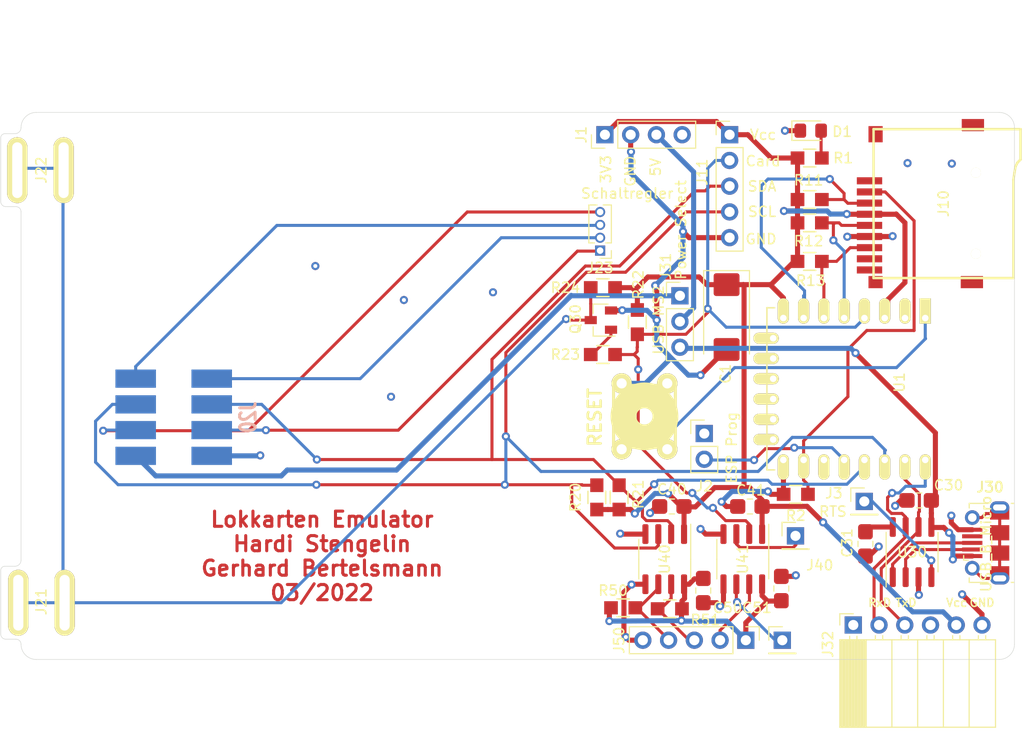
<source format=kicad_pcb>
(kicad_pcb (version 20171130) (host pcbnew 5.1.12-84ad8e8a86~92~ubuntu20.04.1)

  (general
    (thickness 1.6)
    (drawings 40)
    (tracks 490)
    (zones 0)
    (modules 41)
    (nets 49)
  )

  (page A4)
  (title_block
    (title "Lokkkarten Emulator")
    (date 2022-02-14)
    (rev 0.1)
    (comment 1 "Hardi Stengelin")
    (comment 2 "Gerhard Bertelsmann")
  )

  (layers
    (0 F.Cu signal)
    (31 B.Cu signal)
    (32 B.Adhes user)
    (33 F.Adhes user)
    (34 B.Paste user)
    (35 F.Paste user)
    (36 B.SilkS user)
    (37 F.SilkS user)
    (38 B.Mask user)
    (39 F.Mask user)
    (40 Dwgs.User user)
    (41 Cmts.User user)
    (42 Eco1.User user)
    (43 Eco2.User user)
    (44 Edge.Cuts user)
    (45 Margin user)
    (46 B.CrtYd user)
    (47 F.CrtYd user)
    (48 B.Fab user)
    (49 F.Fab user)
  )

  (setup
    (last_trace_width 0.3)
    (trace_clearance 0.2)
    (zone_clearance 0.508)
    (zone_45_only no)
    (trace_min 0.2)
    (via_size 0.8)
    (via_drill 0.4)
    (via_min_size 0.4)
    (via_min_drill 0.3)
    (uvia_size 0.3)
    (uvia_drill 0.1)
    (uvias_allowed no)
    (uvia_min_size 0.2)
    (uvia_min_drill 0.1)
    (edge_width 0.05)
    (segment_width 0.2)
    (pcb_text_width 0.3)
    (pcb_text_size 1.5 1.5)
    (mod_edge_width 0.12)
    (mod_text_size 1 1)
    (mod_text_width 0.15)
    (pad_size 1.2 0.8)
    (pad_drill 0)
    (pad_to_mask_clearance 0)
    (aux_axis_origin 0 0)
    (visible_elements FFFFFF7F)
    (pcbplotparams
      (layerselection 0x010fc_ffffffff)
      (usegerberextensions true)
      (usegerberattributes false)
      (usegerberadvancedattributes false)
      (creategerberjobfile false)
      (excludeedgelayer true)
      (linewidth 0.100000)
      (plotframeref false)
      (viasonmask false)
      (mode 1)
      (useauxorigin false)
      (hpglpennumber 1)
      (hpglpenspeed 20)
      (hpglpendiameter 15.000000)
      (psnegative false)
      (psa4output false)
      (plotreference true)
      (plotvalue false)
      (plotinvisibletext false)
      (padsonsilk false)
      (subtractmaskfromsilk true)
      (outputformat 1)
      (mirror false)
      (drillshape 0)
      (scaleselection 1)
      (outputdirectory "gerber/"))
  )

  (net 0 "")
  (net 1 VCC)
  (net 2 GND)
  (net 3 /VBUS)
  (net 4 /V3)
  (net 5 GND2)
  (net 6 VDDA)
  (net 7 "Net-(D1-Pad2)")
  (net 8 +5V)
  (net 9 "Net-(J1-Pad4)")
  (net 10 /GPIO0)
  (net 11 "Net-(J3-Pad1)")
  (net 12 /MISO)
  (net 13 /CLK)
  (net 14 /MOSI)
  (net 15 /CS)
  (net 16 /SCL)
  (net 17 /SDA)
  (net 18 /Card)
  (net 19 /MS2PWR)
  (net 20 "Net-(J20-Pad2)")
  (net 21 "Net-(J20-Pad4)")
  (net 22 "Net-(J20-Pad5)")
  (net 23 "Net-(J20-Pad7)")
  (net 24 "Net-(J21-Pad1)")
  (net 25 "Net-(J30-Pad2)")
  (net 26 "Net-(J30-Pad3)")
  (net 27 "Net-(J30-Pad4)")
  (net 28 "Net-(J32-Pad1)")
  (net 29 /TxD)
  (net 30 /RxD)
  (net 31 "Net-(J32-Pad4)")
  (net 32 "Net-(J40-Pad1)")
  (net 33 /Card')
  (net 34 /SDA')
  (net 35 /SCL')
  (net 36 "Net-(J51-Pad1)")
  (net 37 "Net-(Q30-Pad1)")
  (net 38 "Net-(SW1-Pad2)")
  (net 39 "Net-(U1-Pad2)")
  (net 40 /LED)
  (net 41 "Net-(U1-Pad17)")
  (net 42 "Net-(U1-Pad18)")
  (net 43 "Net-(U1-Pad19)")
  (net 44 "Net-(U1-Pad20)")
  (net 45 "Net-(U1-Pad21)")
  (net 46 "Net-(U1-Pad22)")
  (net 47 "Net-(J10-Pad9)")
  (net 48 "Net-(J30-Pad6)")

  (net_class Default "This is the default net class."
    (clearance 0.2)
    (trace_width 0.3)
    (via_dia 0.8)
    (via_drill 0.4)
    (uvia_dia 0.3)
    (uvia_drill 0.1)
    (add_net /CLK)
    (add_net /CS)
    (add_net /Card)
    (add_net /Card')
    (add_net /GPIO0)
    (add_net /LED)
    (add_net /MISO)
    (add_net /MOSI)
    (add_net /RxD)
    (add_net /SCL)
    (add_net /SCL')
    (add_net /SDA)
    (add_net /SDA')
    (add_net /TxD)
    (add_net "Net-(D1-Pad2)")
    (add_net "Net-(J1-Pad4)")
    (add_net "Net-(J10-Pad9)")
    (add_net "Net-(J20-Pad2)")
    (add_net "Net-(J20-Pad4)")
    (add_net "Net-(J20-Pad5)")
    (add_net "Net-(J20-Pad7)")
    (add_net "Net-(J21-Pad1)")
    (add_net "Net-(J3-Pad1)")
    (add_net "Net-(J30-Pad2)")
    (add_net "Net-(J30-Pad3)")
    (add_net "Net-(J30-Pad4)")
    (add_net "Net-(J30-Pad6)")
    (add_net "Net-(J32-Pad1)")
    (add_net "Net-(J32-Pad4)")
    (add_net "Net-(J40-Pad1)")
    (add_net "Net-(J51-Pad1)")
    (add_net "Net-(Q30-Pad1)")
    (add_net "Net-(SW1-Pad2)")
    (add_net "Net-(U1-Pad17)")
    (add_net "Net-(U1-Pad18)")
    (add_net "Net-(U1-Pad19)")
    (add_net "Net-(U1-Pad2)")
    (add_net "Net-(U1-Pad20)")
    (add_net "Net-(U1-Pad21)")
    (add_net "Net-(U1-Pad22)")
  )

  (net_class Power ""
    (clearance 0.2)
    (trace_width 0.5)
    (via_dia 0.8)
    (via_drill 0.4)
    (uvia_dia 0.3)
    (uvia_drill 0.1)
    (add_net +5V)
    (add_net /MS2PWR)
    (add_net /V3)
    (add_net /VBUS)
    (add_net GND)
    (add_net GND2)
    (add_net VCC)
    (add_net VDDA)
  )

  (module w_conn_misc:MS2_Edge (layer F.Cu) (tedit 62095596) (tstamp 622B1749)
    (at 104.2 105.7 90)
    (path /622BD65B)
    (fp_text reference J22 (at 0 -2.2 90) (layer F.SilkS)
      (effects (font (size 1 1) (thickness 0.15)))
    )
    (fp_text value "Card Edge" (at 0 1.651 90) (layer F.Fab)
      (effects (font (size 1 1) (thickness 0.15)))
    )
    (pad 2 thru_hole oval (at 0 -4.572 90) (size 6.5 2) (drill oval 5.5 1) (layers *.Cu *.Mask F.SilkS)
      (net 24 "Net-(J21-Pad1)"))
    (pad 1 thru_hole oval (at 0 0 90) (size 6.5 2) (drill oval 5.5 1) (layers *.Cu *.Mask F.SilkS)
      (net 24 "Net-(J21-Pad1)"))
  )

  (module Connector_PinHeader_1.27mm:PinHeader_1x04_P1.27mm_Vertical (layer F.Cu) (tedit 59FED6E3) (tstamp 620B484C)
    (at 157.1244 113.6396 180)
    (descr "Through hole straight pin header, 1x04, 1.27mm pitch, single row")
    (tags "Through hole pin header THT 1x04 1.27mm single row")
    (path /6290A726)
    (fp_text reference J23 (at 0 -1.695) (layer F.SilkS)
      (effects (font (size 1 1) (thickness 0.15)))
    )
    (fp_text value Conn_01x04 (at 0 5.505) (layer F.Fab) hide
      (effects (font (size 1 1) (thickness 0.15)))
    )
    (fp_line (start -0.525 -0.635) (end 1.05 -0.635) (layer F.Fab) (width 0.1))
    (fp_line (start 1.05 -0.635) (end 1.05 4.445) (layer F.Fab) (width 0.1))
    (fp_line (start 1.05 4.445) (end -1.05 4.445) (layer F.Fab) (width 0.1))
    (fp_line (start -1.05 4.445) (end -1.05 -0.11) (layer F.Fab) (width 0.1))
    (fp_line (start -1.05 -0.11) (end -0.525 -0.635) (layer F.Fab) (width 0.1))
    (fp_line (start -1.11 4.505) (end -0.30753 4.505) (layer F.SilkS) (width 0.12))
    (fp_line (start 0.30753 4.505) (end 1.11 4.505) (layer F.SilkS) (width 0.12))
    (fp_line (start -1.11 0.76) (end -1.11 4.505) (layer F.SilkS) (width 0.12))
    (fp_line (start 1.11 0.76) (end 1.11 4.505) (layer F.SilkS) (width 0.12))
    (fp_line (start -1.11 0.76) (end -0.563471 0.76) (layer F.SilkS) (width 0.12))
    (fp_line (start 0.563471 0.76) (end 1.11 0.76) (layer F.SilkS) (width 0.12))
    (fp_line (start -1.11 0) (end -1.11 -0.76) (layer F.SilkS) (width 0.12))
    (fp_line (start -1.11 -0.76) (end 0 -0.76) (layer F.SilkS) (width 0.12))
    (fp_line (start -1.55 -1.15) (end -1.55 4.95) (layer F.CrtYd) (width 0.05))
    (fp_line (start -1.55 4.95) (end 1.55 4.95) (layer F.CrtYd) (width 0.05))
    (fp_line (start 1.55 4.95) (end 1.55 -1.15) (layer F.CrtYd) (width 0.05))
    (fp_line (start 1.55 -1.15) (end -1.55 -1.15) (layer F.CrtYd) (width 0.05))
    (fp_text user %R (at 0 1.905 90) (layer F.Fab)
      (effects (font (size 1 1) (thickness 0.15)))
    )
    (pad 4 thru_hole oval (at 0 3.81 180) (size 1 1) (drill 0.65) (layers *.Cu *.Mask)
      (net 20 "Net-(J20-Pad2)"))
    (pad 3 thru_hole oval (at 0 2.54 180) (size 1 1) (drill 0.65) (layers *.Cu *.Mask)
      (net 21 "Net-(J20-Pad4)"))
    (pad 2 thru_hole oval (at 0 1.27 180) (size 1 1) (drill 0.65) (layers *.Cu *.Mask)
      (net 22 "Net-(J20-Pad5)"))
    (pad 1 thru_hole rect (at 0 0 180) (size 1 1) (drill 0.65) (layers *.Cu *.Mask)
      (net 23 "Net-(J20-Pad7)"))
    (model ${KISYS3DMOD}/Connector_PinHeader_1.27mm.3dshapes/PinHeader_1x04_P1.27mm_Vertical.wrl
      (at (xyz 0 0 0))
      (scale (xyz 1 1 1))
      (rotate (xyz 0 0 0))
    )
  )

  (module Capacitor_Tantalum_SMD:CP_EIA-7343-31_Kemet-D_Pad2.25x2.55mm_HandSolder (layer F.Cu) (tedit 5EBA9318) (tstamp 620A14EA)
    (at 169.6 120.2 270)
    (descr "Tantalum Capacitor SMD Kemet-D (7343-31 Metric), IPC_7351 nominal, (Body size from: http://www.kemet.com/Lists/ProductCatalog/Attachments/253/KEM_TC101_STD.pdf), generated with kicad-footprint-generator")
    (tags "capacitor tantalum")
    (path /622CDA82)
    (attr smd)
    (fp_text reference C1 (at 5.6 0.1 90) (layer F.SilkS)
      (effects (font (size 1 1) (thickness 0.15)))
    )
    (fp_text value 100uF (at 0.1 0.1 90) (layer F.Fab)
      (effects (font (size 1 1) (thickness 0.15)))
    )
    (fp_line (start 4.58 2.4) (end -4.58 2.4) (layer F.CrtYd) (width 0.05))
    (fp_line (start 4.58 -2.4) (end 4.58 2.4) (layer F.CrtYd) (width 0.05))
    (fp_line (start -4.58 -2.4) (end 4.58 -2.4) (layer F.CrtYd) (width 0.05))
    (fp_line (start -4.58 2.4) (end -4.58 -2.4) (layer F.CrtYd) (width 0.05))
    (fp_line (start -4.585 2.26) (end 3.65 2.26) (layer F.SilkS) (width 0.12))
    (fp_line (start -4.585 -2.26) (end -4.585 2.26) (layer F.SilkS) (width 0.12))
    (fp_line (start 3.65 -2.26) (end -4.585 -2.26) (layer F.SilkS) (width 0.12))
    (fp_line (start 3.65 2.15) (end 3.65 -2.15) (layer F.Fab) (width 0.1))
    (fp_line (start -3.65 2.15) (end 3.65 2.15) (layer F.Fab) (width 0.1))
    (fp_line (start -3.65 -1.15) (end -3.65 2.15) (layer F.Fab) (width 0.1))
    (fp_line (start -2.65 -2.15) (end -3.65 -1.15) (layer F.Fab) (width 0.1))
    (fp_line (start 3.65 -2.15) (end -2.65 -2.15) (layer F.Fab) (width 0.1))
    (fp_text user %R (at 0 0 90) (layer F.Fab)
      (effects (font (size 1 1) (thickness 0.15)))
    )
    (pad 2 smd roundrect (at 3.2 0 270) (size 2.25 2.55) (layers F.Cu F.Paste F.Mask) (roundrect_rratio 0.1111106666666667)
      (net 2 GND))
    (pad 1 smd roundrect (at -3.2 0 270) (size 2.25 2.55) (layers F.Cu F.Paste F.Mask) (roundrect_rratio 0.1111106666666667)
      (net 1 VCC))
    (model ${KISYS3DMOD}/Capacitor_Tantalum_SMD.3dshapes/CP_EIA-7343-31_Kemet-D.wrl
      (at (xyz 0 0 0))
      (scale (xyz 1 1 1))
      (rotate (xyz 0 0 0))
    )
  )

  (module w_conn_misc:GCT-MEM2055-00-190-01-A (layer F.Cu) (tedit 620A206A) (tstamp 620AC031)
    (at 182.9 109 270)
    (descr http://www.farnell.com/datasheets/1917242.pdf)
    (tags "MicroSD card socket")
    (path /628636B3)
    (fp_text reference J10 (at 0 -8.1 90) (layer F.SilkS)
      (effects (font (size 1 1) (thickness 0.15)))
    )
    (fp_text value MicroSD_SPI_CD (at 0.2 -5.6 90) (layer F.Fab)
      (effects (font (size 1 1) (thickness 0.15)))
    )
    (fp_line (start 7.35 -1.2) (end 7.35 -15) (layer F.SilkS) (width 0.25))
    (fp_line (start 7.35 -1.2) (end -7.35 -1.2) (layer F.SilkS) (width 0.25))
    (fp_line (start -7.35 -15.7) (end -7.35 -1.2) (layer F.SilkS) (width 0.25))
    (fp_line (start -4.35 -15.7) (end -7.35 -15.7) (layer F.SilkS) (width 0.25))
    (fp_line (start -4.05 -15.4) (end -4.35 -15.7) (layer F.SilkS) (width 0.25))
    (fp_line (start -3.65 -15.2) (end -4.05 -15.4) (layer F.SilkS) (width 0.25))
    (fp_line (start -3.05 -15.1) (end -3.65 -15.2) (layer F.SilkS) (width 0.25))
    (fp_line (start -2.35 -15) (end -3.05 -15.1) (layer F.SilkS) (width 0.25))
    (fp_line (start 7.35 -15) (end -2.35 -15) (layer F.SilkS) (width 0.25))
    (fp_line (start -8.6 -12.35) (end -8.6 -9.65) (layer F.CrtYd) (width 0.05))
    (fp_line (start -7.6 -15.95) (end 7.6 -15.95) (layer F.CrtYd) (width 0.05))
    (fp_line (start 8.6 -12.25) (end 8.6 -9.55) (layer F.CrtYd) (width 0.05))
    (fp_line (start -7.9 0.25) (end 8.6 0.25) (layer F.CrtYd) (width 0.05))
    (fp_line (start -7.6 -9.65) (end -7.6 -2.35) (layer F.CrtYd) (width 0.05))
    (fp_line (start -8.6 -9.65) (end -7.6 -9.65) (layer F.CrtYd) (width 0.05))
    (fp_line (start 7.6 -12.25) (end 8.6 -12.25) (layer F.CrtYd) (width 0.05))
    (fp_line (start 7.6 -15.95) (end 7.6 -12.25) (layer F.CrtYd) (width 0.05))
    (fp_line (start -7.6 -12.35) (end -7.6 -15.95) (layer F.CrtYd) (width 0.05))
    (fp_line (start -8.6 -12.35) (end -7.6 -12.35) (layer F.CrtYd) (width 0.05))
    (fp_line (start 7.6 -9.55) (end 8.6 -9.55) (layer F.CrtYd) (width 0.05))
    (fp_line (start 7.6 -9.55) (end 7.6 -2.35) (layer F.CrtYd) (width 0.05))
    (fp_line (start 7.6 -2.35) (end 8.6 -2.35) (layer F.CrtYd) (width 0.05))
    (fp_line (start 8.6 -2.35) (end 8.6 0.25) (layer F.CrtYd) (width 0.05))
    (fp_line (start -7.9 -2.35) (end -7.9 0.25) (layer F.CrtYd) (width 0.05))
    (fp_line (start -7.6 -2.35) (end -7.9 -2.35) (layer F.CrtYd) (width 0.05))
    (pad 8 smd rect (at 5.45 -0.8 270) (size 0.7 2.5) (layers F.Cu F.Paste F.Mask))
    (pad 7 smd rect (at 4.35 -0.8 270) (size 0.7 2.5) (layers F.Cu F.Paste F.Mask)
      (net 12 /MISO))
    (pad 6 smd rect (at 3.25 -0.8 270) (size 0.7 2.5) (layers F.Cu F.Paste F.Mask)
      (net 2 GND))
    (pad 5 smd rect (at 2.15 -0.8 270) (size 0.7 2.5) (layers F.Cu F.Paste F.Mask)
      (net 13 /CLK))
    (pad 4 smd rect (at 1.05 -0.8 270) (size 0.7 2.5) (layers F.Cu F.Paste F.Mask)
      (net 1 VCC))
    (pad 3 smd rect (at -0.05 -0.8 270) (size 0.7 2.5) (layers F.Cu F.Paste F.Mask)
      (net 14 /MOSI))
    (pad 2 smd rect (at -1.15 -0.8 270) (size 0.7 2.5) (layers F.Cu F.Paste F.Mask)
      (net 15 /CS))
    (pad 1 smd rect (at -2.25 -0.8 270) (size 0.7 2.5) (layers F.Cu F.Paste F.Mask))
    (pad 10 smd rect (at 7.75 -1.4 270) (size 1.2 1.4) (layers F.Cu F.Paste F.Mask))
    (pad "" smd rect (at -6.85 -1.4 270) (size 1.6 1.4) (layers F.Cu F.Paste F.Mask))
    (pad ~ smd rect (at -7.75 -11 90) (size 1.2 2.2) (layers F.Cu F.Paste F.Mask))
    (pad "" smd rect (at 7.75 -10.9 90) (size 1.2 2.2) (layers F.Cu F.Paste F.Mask))
    (pad 9 smd rect (at 6.55 -0.8 270) (size 0.7 2.5) (layers F.Cu F.Paste F.Mask)
      (net 47 "Net-(J10-Pad9)"))
    (pad "" np_thru_hole circle (at 4.95 -11.3 90) (size 1 1) (drill 1) (layers *.Cu *.Mask F.SilkS))
    (pad "" np_thru_hole circle (at -3.05 -11.3 90) (size 1 1) (drill 1) (layers *.Cu *.Mask F.SilkS))
    (model GCT-MEM2055-00-190-01-A.wrl
      (at (xyz 0 0 0))
      (scale (xyz 1 1 1))
      (rotate (xyz 0 0 0))
    )
    (model ${KIPRJMOD}/sd-card-conn/GCT-MEM2055-00-190-01-A.wrl
      (at (xyz 0 0 0))
      (scale (xyz 1 1 1))
      (rotate (xyz 0 0 0))
    )
  )

  (module Connector_USB:USB_Micro-B_Molex-105017-0001 (layer F.Cu) (tedit 620A0F02) (tstamp 620A1620)
    (at 195.3 142.494 90)
    (descr http://www.molex.com/pdm_docs/sd/1050170001_sd.pdf)
    (tags "Micro-USB SMD Typ-B")
    (path /62091BB3)
    (attr smd)
    (fp_text reference J30 (at 5.5 0.3 180) (layer F.SilkS)
      (effects (font (size 0.99822 0.99822) (thickness 0.19558)))
    )
    (fp_text value USB_B_Micro (at -0.1 -0.1 90) (layer F.SilkS)
      (effects (font (size 0.99822 0.99822) (thickness 0.15)))
    )
    (fp_line (start -1.1 -2.1225) (end -1.1 -1.9125) (layer F.Fab) (width 0.1))
    (fp_line (start -1.5 -2.1225) (end -1.5 -1.9125) (layer F.Fab) (width 0.1))
    (fp_line (start -1.5 -2.1225) (end -1.1 -2.1225) (layer F.Fab) (width 0.1))
    (fp_line (start -1.1 -1.9125) (end -1.3 -1.7125) (layer F.Fab) (width 0.1))
    (fp_line (start -1.3 -1.7125) (end -1.5 -1.9125) (layer F.Fab) (width 0.1))
    (fp_line (start -1.7 -2.3125) (end -1.7 -1.8625) (layer F.SilkS) (width 0.12))
    (fp_line (start -1.7 -2.3125) (end -1.25 -2.3125) (layer F.SilkS) (width 0.12))
    (fp_line (start 3.9 -1.7625) (end 3.45 -1.7625) (layer F.SilkS) (width 0.12))
    (fp_line (start 3.9 0.0875) (end 3.9 -1.7625) (layer F.SilkS) (width 0.12))
    (fp_line (start -3.9 2.6375) (end -3.9 2.3875) (layer F.SilkS) (width 0.12))
    (fp_line (start -3.75 3.3875) (end -3.75 -1.6125) (layer F.Fab) (width 0.1))
    (fp_line (start -3.75 -1.6125) (end 3.75 -1.6125) (layer F.Fab) (width 0.1))
    (fp_line (start -3.75 3.389204) (end 3.75 3.389204) (layer F.Fab) (width 0.1))
    (fp_line (start -3 2.689204) (end 3 2.689204) (layer F.Fab) (width 0.1))
    (fp_line (start 3.75 3.3875) (end 3.75 -1.6125) (layer F.Fab) (width 0.1))
    (fp_line (start 3.9 2.6375) (end 3.9 2.3875) (layer F.SilkS) (width 0.12))
    (fp_line (start -3.9 0.0875) (end -3.9 -1.7625) (layer F.SilkS) (width 0.12))
    (fp_line (start -3.9 -1.7625) (end -3.45 -1.7625) (layer F.SilkS) (width 0.12))
    (fp_line (start -4.4 3.64) (end -4.4 -2.46) (layer F.CrtYd) (width 0.05))
    (fp_line (start -4.4 -2.46) (end 4.4 -2.46) (layer F.CrtYd) (width 0.05))
    (fp_line (start 4.4 -2.46) (end 4.4 3.64) (layer F.CrtYd) (width 0.05))
    (fp_line (start -4.4 3.64) (end 4.4 3.64) (layer F.CrtYd) (width 0.05))
    (fp_text user %R (at 0 0.8875 90) (layer F.Fab)
      (effects (font (size 1 1) (thickness 0.15)))
    )
    (fp_text user "PCB Edge" (at 0 2.6875 90) (layer Dwgs.User)
      (effects (font (size 0.5 0.5) (thickness 0.08)))
    )
    (pad 6 smd rect (at -2.9 1.2375 90) (size 1.2 1.9) (layers F.Cu F.Mask)
      (net 48 "Net-(J30-Pad6)"))
    (pad 6 smd rect (at 2.9 1.2375 90) (size 1.2 1.9) (layers F.Cu F.Mask)
      (net 48 "Net-(J30-Pad6)"))
    (pad 6 thru_hole oval (at 3.5 1.2375 90) (size 1.2 1.9) (drill oval 0.6 1.3) (layers *.Cu *.Mask)
      (net 48 "Net-(J30-Pad6)"))
    (pad 6 thru_hole oval (at -3.5 1.2375 270) (size 1.2 1.9) (drill oval 0.6 1.3) (layers *.Cu *.Mask)
      (net 48 "Net-(J30-Pad6)"))
    (pad 6 smd rect (at -1 1.2375 90) (size 1.5 1.9) (layers F.Cu F.Paste F.Mask)
      (net 48 "Net-(J30-Pad6)"))
    (pad 6 thru_hole circle (at 2.5 -1.4625 90) (size 1.45 1.45) (drill 0.85) (layers *.Cu *.Mask)
      (net 48 "Net-(J30-Pad6)"))
    (pad 3 smd rect (at 0 -1.4625 90) (size 0.4 2) (layers F.Cu F.Paste F.Mask)
      (net 26 "Net-(J30-Pad3)"))
    (pad 4 smd rect (at 0.65 -1.4625 90) (size 0.4 2) (layers F.Cu F.Paste F.Mask)
      (net 27 "Net-(J30-Pad4)"))
    (pad 5 smd rect (at 1.3 -1.4625 90) (size 0.4 2) (layers F.Cu F.Paste F.Mask)
      (net 2 GND))
    (pad 1 smd rect (at -1.3 -1.4625 90) (size 0.4 2) (layers F.Cu F.Paste F.Mask)
      (net 3 /VBUS))
    (pad 2 smd rect (at -0.65 -1.4625 90) (size 0.4 2) (layers F.Cu F.Paste F.Mask)
      (net 25 "Net-(J30-Pad2)"))
    (pad 6 thru_hole circle (at -2.5 -1.4625 90) (size 1.45 1.45) (drill 0.85) (layers *.Cu *.Mask)
      (net 48 "Net-(J30-Pad6)"))
    (pad 6 smd rect (at 1 1.2375 90) (size 1.5 1.9) (layers F.Cu F.Paste F.Mask)
      (net 48 "Net-(J30-Pad6)"))
    (model ${KISYS3DMOD}/Connector_USB.3dshapes/USB_Micro-B_Molex-105017-0001.wrl
      (offset (xyz 0 0.5 1))
      (scale (xyz 0.5 0.5 0.5))
      (rotate (xyz -90 0 0))
    )
  )

  (module Capacitors_SMD:C_0805_HandSoldering (layer F.Cu) (tedit 61A5E88B) (tstamp 620A14FB)
    (at 188.6 138.3 180)
    (descr "Capacitor SMD 0805 (2012 Metric), square (rectangular) end terminal, IPC_7351 nominal with elongated pad for handsoldering. (Body size source: IPC-SM-782 page 76, https://www.pcb-3d.com/wordpress/wp-content/uploads/ipc-sm-782a_amendment_1_and_2.pdf, https://docs.google.com/spreadsheets/d/1BsfQQcO9C6DZCsRaXUlFlo91Tg2WpOkGARC1WS5S8t0/edit?usp=sharing), generated with kicad-footprint-generator")
    (tags "capacitor handsolder")
    (path /620A6F26)
    (attr smd)
    (fp_text reference C30 (at -2.9 1.5 180) (layer F.SilkS)
      (effects (font (size 1 1) (thickness 0.15)))
    )
    (fp_text value 100nF (at 0 1.68) (layer F.Fab) hide
      (effects (font (size 1 1) (thickness 0.15)))
    )
    (fp_line (start 2.286 0.98) (end -2.286 0.98) (layer F.CrtYd) (width 0.05))
    (fp_line (start 2.286 -0.98) (end 2.286 0.98) (layer F.CrtYd) (width 0.05))
    (fp_line (start -2.286 -0.98) (end 2.286 -0.98) (layer F.CrtYd) (width 0.05))
    (fp_line (start -2.286 0.98) (end -2.286 -0.98) (layer F.CrtYd) (width 0.05))
    (fp_line (start -0.261252 0.735) (end 0.261252 0.735) (layer F.SilkS) (width 0.12))
    (fp_line (start -0.261252 -0.735) (end 0.261252 -0.735) (layer F.SilkS) (width 0.12))
    (fp_line (start 1 0.625) (end -1 0.625) (layer F.Fab) (width 0.1))
    (fp_line (start 1 -0.625) (end 1 0.625) (layer F.Fab) (width 0.1))
    (fp_line (start -1 -0.625) (end 1 -0.625) (layer F.Fab) (width 0.1))
    (fp_line (start -1 0.625) (end -1 -0.625) (layer F.Fab) (width 0.1))
    (fp_text user %R (at 0 0) (layer F.Fab)
      (effects (font (size 0.5 0.5) (thickness 0.08)))
    )
    (pad 2 smd roundrect (at 1.2 0 180) (size 1.5 1.45) (layers F.Cu F.Paste F.Mask) (roundrect_rratio 0.213)
      (net 2 GND))
    (pad 1 smd roundrect (at -1.2 0) (size 1.5 1.45) (layers F.Cu F.Paste F.Mask) (roundrect_rratio 0.213)
      (net 3 /VBUS))
    (model ${KISYS3DMOD}/Capacitor_SMD.3dshapes/C_0805_2012Metric.wrl
      (at (xyz 0 0 0))
      (scale (xyz 1 1 1))
      (rotate (xyz 0 0 0))
    )
  )

  (module Capacitors_SMD:C_0805_HandSoldering (layer F.Cu) (tedit 61A5E88B) (tstamp 620A150C)
    (at 183.3 142.5956 270)
    (descr "Capacitor SMD 0805 (2012 Metric), square (rectangular) end terminal, IPC_7351 nominal with elongated pad for handsoldering. (Body size source: IPC-SM-782 page 76, https://www.pcb-3d.com/wordpress/wp-content/uploads/ipc-sm-782a_amendment_1_and_2.pdf, https://docs.google.com/spreadsheets/d/1BsfQQcO9C6DZCsRaXUlFlo91Tg2WpOkGARC1WS5S8t0/edit?usp=sharing), generated with kicad-footprint-generator")
    (tags "capacitor handsolder")
    (path /6209E609)
    (attr smd)
    (fp_text reference C31 (at -0.1 1.8 90) (layer F.SilkS)
      (effects (font (size 1 1) (thickness 0.15)))
    )
    (fp_text value 100nF (at 0 1.68 90) (layer F.Fab) hide
      (effects (font (size 1 1) (thickness 0.15)))
    )
    (fp_line (start -1 0.625) (end -1 -0.625) (layer F.Fab) (width 0.1))
    (fp_line (start -1 -0.625) (end 1 -0.625) (layer F.Fab) (width 0.1))
    (fp_line (start 1 -0.625) (end 1 0.625) (layer F.Fab) (width 0.1))
    (fp_line (start 1 0.625) (end -1 0.625) (layer F.Fab) (width 0.1))
    (fp_line (start -0.261252 -0.735) (end 0.261252 -0.735) (layer F.SilkS) (width 0.12))
    (fp_line (start -0.261252 0.735) (end 0.261252 0.735) (layer F.SilkS) (width 0.12))
    (fp_line (start -2.286 0.98) (end -2.286 -0.98) (layer F.CrtYd) (width 0.05))
    (fp_line (start -2.286 -0.98) (end 2.286 -0.98) (layer F.CrtYd) (width 0.05))
    (fp_line (start 2.286 -0.98) (end 2.286 0.98) (layer F.CrtYd) (width 0.05))
    (fp_line (start 2.286 0.98) (end -2.286 0.98) (layer F.CrtYd) (width 0.05))
    (fp_text user %R (at 0.1 0 90) (layer F.Fab)
      (effects (font (size 0.5 0.5) (thickness 0.08)))
    )
    (pad 1 smd roundrect (at -1.2 0 90) (size 1.5 1.45) (layers F.Cu F.Paste F.Mask) (roundrect_rratio 0.213)
      (net 4 /V3))
    (pad 2 smd roundrect (at 1.2 0 270) (size 1.5 1.45) (layers F.Cu F.Paste F.Mask) (roundrect_rratio 0.213)
      (net 2 GND))
    (model ${KISYS3DMOD}/Capacitor_SMD.3dshapes/C_0805_2012Metric.wrl
      (at (xyz 0 0 0))
      (scale (xyz 1 1 1))
      (rotate (xyz 0 0 0))
    )
  )

  (module Capacitors_SMD:C_0805_HandSoldering (layer F.Cu) (tedit 61A5E88B) (tstamp 620A151D)
    (at 164.2 138.9 180)
    (descr "Capacitor SMD 0805 (2012 Metric), square (rectangular) end terminal, IPC_7351 nominal with elongated pad for handsoldering. (Body size source: IPC-SM-782 page 76, https://www.pcb-3d.com/wordpress/wp-content/uploads/ipc-sm-782a_amendment_1_and_2.pdf, https://docs.google.com/spreadsheets/d/1BsfQQcO9C6DZCsRaXUlFlo91Tg2WpOkGARC1WS5S8t0/edit?usp=sharing), generated with kicad-footprint-generator")
    (tags "capacitor handsolder")
    (path /6216BF74)
    (attr smd)
    (fp_text reference C40 (at 0 1.7) (layer F.SilkS)
      (effects (font (size 1 1) (thickness 0.15)))
    )
    (fp_text value 100nF (at 0 1.68) (layer F.Fab) hide
      (effects (font (size 1 1) (thickness 0.15)))
    )
    (fp_line (start -1 0.625) (end -1 -0.625) (layer F.Fab) (width 0.1))
    (fp_line (start -1 -0.625) (end 1 -0.625) (layer F.Fab) (width 0.1))
    (fp_line (start 1 -0.625) (end 1 0.625) (layer F.Fab) (width 0.1))
    (fp_line (start 1 0.625) (end -1 0.625) (layer F.Fab) (width 0.1))
    (fp_line (start -0.261252 -0.735) (end 0.261252 -0.735) (layer F.SilkS) (width 0.12))
    (fp_line (start -0.261252 0.735) (end 0.261252 0.735) (layer F.SilkS) (width 0.12))
    (fp_line (start -2.286 0.98) (end -2.286 -0.98) (layer F.CrtYd) (width 0.05))
    (fp_line (start -2.286 -0.98) (end 2.286 -0.98) (layer F.CrtYd) (width 0.05))
    (fp_line (start 2.286 -0.98) (end 2.286 0.98) (layer F.CrtYd) (width 0.05))
    (fp_line (start 2.286 0.98) (end -2.286 0.98) (layer F.CrtYd) (width 0.05))
    (fp_text user %R (at 0 0) (layer F.Fab)
      (effects (font (size 0.5 0.5) (thickness 0.08)))
    )
    (pad 1 smd roundrect (at -1.2 0) (size 1.5 1.45) (layers F.Cu F.Paste F.Mask) (roundrect_rratio 0.213)
      (net 1 VCC))
    (pad 2 smd roundrect (at 1.2 0 180) (size 1.5 1.45) (layers F.Cu F.Paste F.Mask) (roundrect_rratio 0.213)
      (net 2 GND))
    (model ${KISYS3DMOD}/Capacitor_SMD.3dshapes/C_0805_2012Metric.wrl
      (at (xyz 0 0 0))
      (scale (xyz 1 1 1))
      (rotate (xyz 0 0 0))
    )
  )

  (module Capacitors_SMD:C_0805_HandSoldering (layer F.Cu) (tedit 61A5E88B) (tstamp 620A152E)
    (at 171.9 138.9 180)
    (descr "Capacitor SMD 0805 (2012 Metric), square (rectangular) end terminal, IPC_7351 nominal with elongated pad for handsoldering. (Body size source: IPC-SM-782 page 76, https://www.pcb-3d.com/wordpress/wp-content/uploads/ipc-sm-782a_amendment_1_and_2.pdf, https://docs.google.com/spreadsheets/d/1BsfQQcO9C6DZCsRaXUlFlo91Tg2WpOkGARC1WS5S8t0/edit?usp=sharing), generated with kicad-footprint-generator")
    (tags "capacitor handsolder")
    (path /6216B7DD)
    (attr smd)
    (fp_text reference C41 (at -0.1 1.6) (layer F.SilkS)
      (effects (font (size 1 1) (thickness 0.15)))
    )
    (fp_text value 100nF (at 0 1.68) (layer F.Fab) hide
      (effects (font (size 1 1) (thickness 0.15)))
    )
    (fp_line (start 2.286 0.98) (end -2.286 0.98) (layer F.CrtYd) (width 0.05))
    (fp_line (start 2.286 -0.98) (end 2.286 0.98) (layer F.CrtYd) (width 0.05))
    (fp_line (start -2.286 -0.98) (end 2.286 -0.98) (layer F.CrtYd) (width 0.05))
    (fp_line (start -2.286 0.98) (end -2.286 -0.98) (layer F.CrtYd) (width 0.05))
    (fp_line (start -0.261252 0.735) (end 0.261252 0.735) (layer F.SilkS) (width 0.12))
    (fp_line (start -0.261252 -0.735) (end 0.261252 -0.735) (layer F.SilkS) (width 0.12))
    (fp_line (start 1 0.625) (end -1 0.625) (layer F.Fab) (width 0.1))
    (fp_line (start 1 -0.625) (end 1 0.625) (layer F.Fab) (width 0.1))
    (fp_line (start -1 -0.625) (end 1 -0.625) (layer F.Fab) (width 0.1))
    (fp_line (start -1 0.625) (end -1 -0.625) (layer F.Fab) (width 0.1))
    (fp_text user %R (at 0 0) (layer F.Fab)
      (effects (font (size 0.5 0.5) (thickness 0.08)))
    )
    (pad 2 smd roundrect (at 1.2 0 180) (size 1.5 1.45) (layers F.Cu F.Paste F.Mask) (roundrect_rratio 0.213)
      (net 2 GND))
    (pad 1 smd roundrect (at -1.2 0) (size 1.5 1.45) (layers F.Cu F.Paste F.Mask) (roundrect_rratio 0.213)
      (net 1 VCC))
    (model ${KISYS3DMOD}/Capacitor_SMD.3dshapes/C_0805_2012Metric.wrl
      (at (xyz 0 0 0))
      (scale (xyz 1 1 1))
      (rotate (xyz 0 0 0))
    )
  )

  (module Capacitors_SMD:C_0805_HandSoldering (layer F.Cu) (tedit 61A5E88B) (tstamp 620A153F)
    (at 167.3 147.2 270)
    (descr "Capacitor SMD 0805 (2012 Metric), square (rectangular) end terminal, IPC_7351 nominal with elongated pad for handsoldering. (Body size source: IPC-SM-782 page 76, https://www.pcb-3d.com/wordpress/wp-content/uploads/ipc-sm-782a_amendment_1_and_2.pdf, https://docs.google.com/spreadsheets/d/1BsfQQcO9C6DZCsRaXUlFlo91Tg2WpOkGARC1WS5S8t0/edit?usp=sharing), generated with kicad-footprint-generator")
    (tags "capacitor handsolder")
    (path /6215FA7F)
    (attr smd)
    (fp_text reference C50 (at 1.7 -2.4) (layer F.SilkS)
      (effects (font (size 1 1) (thickness 0.15)))
    )
    (fp_text value 100nF (at 0 1.68 90) (layer F.Fab) hide
      (effects (font (size 1 1) (thickness 0.15)))
    )
    (fp_line (start 2.286 0.98) (end -2.286 0.98) (layer F.CrtYd) (width 0.05))
    (fp_line (start 2.286 -0.98) (end 2.286 0.98) (layer F.CrtYd) (width 0.05))
    (fp_line (start -2.286 -0.98) (end 2.286 -0.98) (layer F.CrtYd) (width 0.05))
    (fp_line (start -2.286 0.98) (end -2.286 -0.98) (layer F.CrtYd) (width 0.05))
    (fp_line (start -0.261252 0.735) (end 0.261252 0.735) (layer F.SilkS) (width 0.12))
    (fp_line (start -0.261252 -0.735) (end 0.261252 -0.735) (layer F.SilkS) (width 0.12))
    (fp_line (start 1 0.625) (end -1 0.625) (layer F.Fab) (width 0.1))
    (fp_line (start 1 -0.625) (end 1 0.625) (layer F.Fab) (width 0.1))
    (fp_line (start -1 -0.625) (end 1 -0.625) (layer F.Fab) (width 0.1))
    (fp_line (start -1 0.625) (end -1 -0.625) (layer F.Fab) (width 0.1))
    (fp_text user %R (at 0 0 90) (layer F.Fab)
      (effects (font (size 0.5 0.5) (thickness 0.08)))
    )
    (pad 2 smd roundrect (at 1.2 0 270) (size 1.5 1.45) (layers F.Cu F.Paste F.Mask) (roundrect_rratio 0.213)
      (net 5 GND2))
    (pad 1 smd roundrect (at -1.2 0 90) (size 1.5 1.45) (layers F.Cu F.Paste F.Mask) (roundrect_rratio 0.213)
      (net 6 VDDA))
    (model ${KISYS3DMOD}/Capacitor_SMD.3dshapes/C_0805_2012Metric.wrl
      (at (xyz 0 0 0))
      (scale (xyz 1 1 1))
      (rotate (xyz 0 0 0))
    )
  )

  (module Capacitors_SMD:C_0805_HandSoldering (layer F.Cu) (tedit 61A5E88B) (tstamp 620A1550)
    (at 175 147 90)
    (descr "Capacitor SMD 0805 (2012 Metric), square (rectangular) end terminal, IPC_7351 nominal with elongated pad for handsoldering. (Body size source: IPC-SM-782 page 76, https://www.pcb-3d.com/wordpress/wp-content/uploads/ipc-sm-782a_amendment_1_and_2.pdf, https://docs.google.com/spreadsheets/d/1BsfQQcO9C6DZCsRaXUlFlo91Tg2WpOkGARC1WS5S8t0/edit?usp=sharing), generated with kicad-footprint-generator")
    (tags "capacitor handsolder")
    (path /6215FFED)
    (attr smd)
    (fp_text reference C51 (at -1.9 -2.4 180) (layer F.SilkS)
      (effects (font (size 1 1) (thickness 0.15)))
    )
    (fp_text value 100nF (at 0 1.68 90) (layer F.Fab) hide
      (effects (font (size 1 1) (thickness 0.15)))
    )
    (fp_line (start -1 0.625) (end -1 -0.625) (layer F.Fab) (width 0.1))
    (fp_line (start -1 -0.625) (end 1 -0.625) (layer F.Fab) (width 0.1))
    (fp_line (start 1 -0.625) (end 1 0.625) (layer F.Fab) (width 0.1))
    (fp_line (start 1 0.625) (end -1 0.625) (layer F.Fab) (width 0.1))
    (fp_line (start -0.261252 -0.735) (end 0.261252 -0.735) (layer F.SilkS) (width 0.12))
    (fp_line (start -0.261252 0.735) (end 0.261252 0.735) (layer F.SilkS) (width 0.12))
    (fp_line (start -2.286 0.98) (end -2.286 -0.98) (layer F.CrtYd) (width 0.05))
    (fp_line (start -2.286 -0.98) (end 2.286 -0.98) (layer F.CrtYd) (width 0.05))
    (fp_line (start 2.286 -0.98) (end 2.286 0.98) (layer F.CrtYd) (width 0.05))
    (fp_line (start 2.286 0.98) (end -2.286 0.98) (layer F.CrtYd) (width 0.05))
    (fp_text user %R (at 0 0 90) (layer F.Fab)
      (effects (font (size 0.5 0.5) (thickness 0.08)))
    )
    (pad 1 smd roundrect (at -1.2 0 270) (size 1.5 1.45) (layers F.Cu F.Paste F.Mask) (roundrect_rratio 0.213)
      (net 6 VDDA))
    (pad 2 smd roundrect (at 1.2 0 90) (size 1.5 1.45) (layers F.Cu F.Paste F.Mask) (roundrect_rratio 0.213)
      (net 5 GND2))
    (model ${KISYS3DMOD}/Capacitor_SMD.3dshapes/C_0805_2012Metric.wrl
      (at (xyz 0 0 0))
      (scale (xyz 1 1 1))
      (rotate (xyz 0 0 0))
    )
  )

  (module LED_SMD:LED_0805_2012Metric_Pad1.15x1.40mm_HandSolder (layer F.Cu) (tedit 5F68FEF1) (tstamp 620A1563)
    (at 177.9 101.8)
    (descr "LED SMD 0805 (2012 Metric), square (rectangular) end terminal, IPC_7351 nominal, (Body size source: https://docs.google.com/spreadsheets/d/1BsfQQcO9C6DZCsRaXUlFlo91Tg2WpOkGARC1WS5S8t0/edit?usp=sharing), generated with kicad-footprint-generator")
    (tags "LED handsolder")
    (path /62269748)
    (attr smd)
    (fp_text reference D1 (at 3.1 0.1) (layer F.SilkS)
      (effects (font (size 1 1) (thickness 0.15)))
    )
    (fp_text value LED (at 0 1.65) (layer F.Fab)
      (effects (font (size 1 1) (thickness 0.15)))
    )
    (fp_line (start 1 -0.6) (end -0.7 -0.6) (layer F.Fab) (width 0.1))
    (fp_line (start -0.7 -0.6) (end -1 -0.3) (layer F.Fab) (width 0.1))
    (fp_line (start -1 -0.3) (end -1 0.6) (layer F.Fab) (width 0.1))
    (fp_line (start -1 0.6) (end 1 0.6) (layer F.Fab) (width 0.1))
    (fp_line (start 1 0.6) (end 1 -0.6) (layer F.Fab) (width 0.1))
    (fp_line (start 1 -0.96) (end -1.86 -0.96) (layer F.SilkS) (width 0.12))
    (fp_line (start -1.86 -0.96) (end -1.86 0.96) (layer F.SilkS) (width 0.12))
    (fp_line (start -1.86 0.96) (end 1 0.96) (layer F.SilkS) (width 0.12))
    (fp_line (start -1.85 0.95) (end -1.85 -0.95) (layer F.CrtYd) (width 0.05))
    (fp_line (start -1.85 -0.95) (end 1.85 -0.95) (layer F.CrtYd) (width 0.05))
    (fp_line (start 1.85 -0.95) (end 1.85 0.95) (layer F.CrtYd) (width 0.05))
    (fp_line (start 1.85 0.95) (end -1.85 0.95) (layer F.CrtYd) (width 0.05))
    (fp_text user %R (at 0 0) (layer F.Fab)
      (effects (font (size 0.5 0.5) (thickness 0.08)))
    )
    (pad 1 smd roundrect (at -1.025 0) (size 1.15 1.4) (layers F.Cu F.Paste F.Mask) (roundrect_rratio 0.2173904347826087)
      (net 2 GND))
    (pad 2 smd roundrect (at 1.025 0) (size 1.15 1.4) (layers F.Cu F.Paste F.Mask) (roundrect_rratio 0.2173904347826087)
      (net 7 "Net-(D1-Pad2)"))
    (model ${KISYS3DMOD}/LED_SMD.3dshapes/LED_0805_2012Metric.wrl
      (at (xyz 0 0 0))
      (scale (xyz 1 1 1))
      (rotate (xyz 0 0 0))
    )
  )

  (module Connector_PinHeader_2.54mm:PinHeader_1x04_P2.54mm_Vertical (layer F.Cu) (tedit 59FED5CC) (tstamp 620A157B)
    (at 157.6 102.2 90)
    (descr "Through hole straight pin header, 1x04, 2.54mm pitch, single row")
    (tags "Through hole pin header THT 1x04 2.54mm single row")
    (path /620CF37E)
    (fp_text reference J1 (at 0 -2.33 90) (layer F.SilkS)
      (effects (font (size 1 1) (thickness 0.15)))
    )
    (fp_text value Schaltregler (at -5.8 2.2) (layer F.SilkS)
      (effects (font (size 1 1) (thickness 0.15)))
    )
    (fp_line (start -0.635 -1.27) (end 1.27 -1.27) (layer F.Fab) (width 0.1))
    (fp_line (start 1.27 -1.27) (end 1.27 8.89) (layer F.Fab) (width 0.1))
    (fp_line (start 1.27 8.89) (end -1.27 8.89) (layer F.Fab) (width 0.1))
    (fp_line (start -1.27 8.89) (end -1.27 -0.635) (layer F.Fab) (width 0.1))
    (fp_line (start -1.27 -0.635) (end -0.635 -1.27) (layer F.Fab) (width 0.1))
    (fp_line (start -1.33 8.95) (end 1.33 8.95) (layer F.SilkS) (width 0.12))
    (fp_line (start -1.33 1.27) (end -1.33 8.95) (layer F.SilkS) (width 0.12))
    (fp_line (start 1.33 1.27) (end 1.33 8.95) (layer F.SilkS) (width 0.12))
    (fp_line (start -1.33 1.27) (end 1.33 1.27) (layer F.SilkS) (width 0.12))
    (fp_line (start -1.33 0) (end -1.33 -1.33) (layer F.SilkS) (width 0.12))
    (fp_line (start -1.33 -1.33) (end 0 -1.33) (layer F.SilkS) (width 0.12))
    (fp_line (start -1.8 -1.8) (end -1.8 9.4) (layer F.CrtYd) (width 0.05))
    (fp_line (start -1.8 9.4) (end 1.8 9.4) (layer F.CrtYd) (width 0.05))
    (fp_line (start 1.8 9.4) (end 1.8 -1.8) (layer F.CrtYd) (width 0.05))
    (fp_line (start 1.8 -1.8) (end -1.8 -1.8) (layer F.CrtYd) (width 0.05))
    (fp_text user %R (at 0 3.81) (layer F.Fab)
      (effects (font (size 1 1) (thickness 0.15)))
    )
    (pad 1 thru_hole rect (at 0 0 90) (size 1.7 1.7) (drill 1) (layers *.Cu *.Mask)
      (net 1 VCC))
    (pad 2 thru_hole oval (at 0 2.54 90) (size 1.7 1.7) (drill 1) (layers *.Cu *.Mask)
      (net 2 GND))
    (pad 3 thru_hole oval (at 0 5.08 90) (size 1.7 1.7) (drill 1) (layers *.Cu *.Mask)
      (net 8 +5V))
    (pad 4 thru_hole oval (at 0 7.62 90) (size 1.7 1.7) (drill 1) (layers *.Cu *.Mask)
      (net 9 "Net-(J1-Pad4)"))
    (model ${KISYS3DMOD}/Connector_PinHeader_2.54mm.3dshapes/PinHeader_1x04_P2.54mm_Vertical.wrl
      (at (xyz 0 0 0))
      (scale (xyz 1 1 1))
      (rotate (xyz 0 0 0))
    )
  )

  (module Connector_PinHeader_2.54mm:PinHeader_1x02_P2.54mm_Vertical (layer F.Cu) (tedit 59FED5CC) (tstamp 620A1591)
    (at 167.4 131.7)
    (descr "Through hole straight pin header, 1x02, 2.54mm pitch, single row")
    (tags "Through hole pin header THT 1x02 2.54mm single row")
    (path /622051E3)
    (fp_text reference J2 (at 0 5.2) (layer F.SilkS)
      (effects (font (size 1 1) (thickness 0.15)))
    )
    (fp_text value "ESP Prog" (at 2.7 1.4 90) (layer F.SilkS)
      (effects (font (size 1 1) (thickness 0.15)))
    )
    (fp_line (start -0.635 -1.27) (end 1.27 -1.27) (layer F.Fab) (width 0.1))
    (fp_line (start 1.27 -1.27) (end 1.27 3.81) (layer F.Fab) (width 0.1))
    (fp_line (start 1.27 3.81) (end -1.27 3.81) (layer F.Fab) (width 0.1))
    (fp_line (start -1.27 3.81) (end -1.27 -0.635) (layer F.Fab) (width 0.1))
    (fp_line (start -1.27 -0.635) (end -0.635 -1.27) (layer F.Fab) (width 0.1))
    (fp_line (start -1.33 3.87) (end 1.33 3.87) (layer F.SilkS) (width 0.12))
    (fp_line (start -1.33 1.27) (end -1.33 3.87) (layer F.SilkS) (width 0.12))
    (fp_line (start 1.33 1.27) (end 1.33 3.87) (layer F.SilkS) (width 0.12))
    (fp_line (start -1.33 1.27) (end 1.33 1.27) (layer F.SilkS) (width 0.12))
    (fp_line (start -1.33 0) (end -1.33 -1.33) (layer F.SilkS) (width 0.12))
    (fp_line (start -1.33 -1.33) (end 0 -1.33) (layer F.SilkS) (width 0.12))
    (fp_line (start -1.8 -1.8) (end -1.8 4.35) (layer F.CrtYd) (width 0.05))
    (fp_line (start -1.8 4.35) (end 1.8 4.35) (layer F.CrtYd) (width 0.05))
    (fp_line (start 1.8 4.35) (end 1.8 -1.8) (layer F.CrtYd) (width 0.05))
    (fp_line (start 1.8 -1.8) (end -1.8 -1.8) (layer F.CrtYd) (width 0.05))
    (fp_text user %R (at 0 1.27 90) (layer F.Fab)
      (effects (font (size 1 1) (thickness 0.15)))
    )
    (pad 1 thru_hole rect (at 0 0) (size 1.7 1.7) (drill 1) (layers *.Cu *.Mask)
      (net 2 GND))
    (pad 2 thru_hole oval (at 0 2.54) (size 1.7 1.7) (drill 1) (layers *.Cu *.Mask)
      (net 10 /GPIO0))
    (model ${KISYS3DMOD}/Connector_PinHeader_2.54mm.3dshapes/PinHeader_1x02_P2.54mm_Vertical.wrl
      (at (xyz 0 0 0))
      (scale (xyz 1 1 1))
      (rotate (xyz 0 0 0))
    )
  )

  (module Connector_PinHeader_2.54mm:PinHeader_1x01_P2.54mm_Vertical (layer F.Cu) (tedit 59FED5CC) (tstamp 620A15A6)
    (at 183.1848 138.4)
    (descr "Through hole straight pin header, 1x01, 2.54mm pitch, single row")
    (tags "Through hole pin header THT 1x01 2.54mm single row")
    (path /620C2261)
    (fp_text reference J3 (at -3 -0.8) (layer F.SilkS)
      (effects (font (size 1 1) (thickness 0.15)))
    )
    (fp_text value RTS (at -3.1 1) (layer F.SilkS)
      (effects (font (size 1 1) (thickness 0.15)))
    )
    (fp_line (start -0.635 -1.27) (end 1.27 -1.27) (layer F.Fab) (width 0.1))
    (fp_line (start 1.27 -1.27) (end 1.27 1.27) (layer F.Fab) (width 0.1))
    (fp_line (start 1.27 1.27) (end -1.27 1.27) (layer F.Fab) (width 0.1))
    (fp_line (start -1.27 1.27) (end -1.27 -0.635) (layer F.Fab) (width 0.1))
    (fp_line (start -1.27 -0.635) (end -0.635 -1.27) (layer F.Fab) (width 0.1))
    (fp_line (start -1.33 1.33) (end 1.33 1.33) (layer F.SilkS) (width 0.12))
    (fp_line (start -1.33 1.27) (end -1.33 1.33) (layer F.SilkS) (width 0.12))
    (fp_line (start 1.33 1.27) (end 1.33 1.33) (layer F.SilkS) (width 0.12))
    (fp_line (start -1.33 1.27) (end 1.33 1.27) (layer F.SilkS) (width 0.12))
    (fp_line (start -1.33 0) (end -1.33 -1.33) (layer F.SilkS) (width 0.12))
    (fp_line (start -1.33 -1.33) (end 0 -1.33) (layer F.SilkS) (width 0.12))
    (fp_line (start -1.8 -1.8) (end -1.8 1.8) (layer F.CrtYd) (width 0.05))
    (fp_line (start -1.8 1.8) (end 1.8 1.8) (layer F.CrtYd) (width 0.05))
    (fp_line (start 1.8 1.8) (end 1.8 -1.8) (layer F.CrtYd) (width 0.05))
    (fp_line (start 1.8 -1.8) (end -1.8 -1.8) (layer F.CrtYd) (width 0.05))
    (fp_text user %R (at 0 0 90) (layer F.Fab)
      (effects (font (size 1 1) (thickness 0.15)))
    )
    (pad 1 thru_hole rect (at 0 0) (size 1.7 1.7) (drill 1) (layers *.Cu *.Mask)
      (net 11 "Net-(J3-Pad1)"))
    (model ${KISYS3DMOD}/Connector_PinHeader_2.54mm.3dshapes/PinHeader_1x01_P2.54mm_Vertical.wrl
      (at (xyz 0 0 0))
      (scale (xyz 1 1 1))
      (rotate (xyz 0 0 0))
    )
  )

  (module Connector_PinHeader_2.54mm:PinHeader_1x05_P2.54mm_Vertical (layer F.Cu) (tedit 59FED5CC) (tstamp 620A15EF)
    (at 169.9 102.2)
    (descr "Through hole straight pin header, 1x05, 2.54mm pitch, single row")
    (tags "Through hole pin header THT 1x05 2.54mm single row")
    (path /623348F3)
    (fp_text reference J11 (at -2.7 3.7 90) (layer F.SilkS)
      (effects (font (size 1 1) (thickness 0.15)))
    )
    (fp_text value I2C (at 0 12.49) (layer F.Fab)
      (effects (font (size 1 1) (thickness 0.15)))
    )
    (fp_line (start 1.8 -1.8) (end -1.8 -1.8) (layer F.CrtYd) (width 0.05))
    (fp_line (start 1.8 11.95) (end 1.8 -1.8) (layer F.CrtYd) (width 0.05))
    (fp_line (start -1.8 11.95) (end 1.8 11.95) (layer F.CrtYd) (width 0.05))
    (fp_line (start -1.8 -1.8) (end -1.8 11.95) (layer F.CrtYd) (width 0.05))
    (fp_line (start -1.33 -1.33) (end 0 -1.33) (layer F.SilkS) (width 0.12))
    (fp_line (start -1.33 0) (end -1.33 -1.33) (layer F.SilkS) (width 0.12))
    (fp_line (start -1.33 1.27) (end 1.33 1.27) (layer F.SilkS) (width 0.12))
    (fp_line (start 1.33 1.27) (end 1.33 11.49) (layer F.SilkS) (width 0.12))
    (fp_line (start -1.33 1.27) (end -1.33 11.49) (layer F.SilkS) (width 0.12))
    (fp_line (start -1.33 11.49) (end 1.33 11.49) (layer F.SilkS) (width 0.12))
    (fp_line (start -1.27 -0.635) (end -0.635 -1.27) (layer F.Fab) (width 0.1))
    (fp_line (start -1.27 11.43) (end -1.27 -0.635) (layer F.Fab) (width 0.1))
    (fp_line (start 1.27 11.43) (end -1.27 11.43) (layer F.Fab) (width 0.1))
    (fp_line (start 1.27 -1.27) (end 1.27 11.43) (layer F.Fab) (width 0.1))
    (fp_line (start -0.635 -1.27) (end 1.27 -1.27) (layer F.Fab) (width 0.1))
    (fp_text user %R (at 0 5.08 90) (layer F.Fab)
      (effects (font (size 1 1) (thickness 0.15)))
    )
    (pad 5 thru_hole oval (at 0 10.16) (size 1.7 1.7) (drill 1) (layers *.Cu *.Mask)
      (net 2 GND))
    (pad 4 thru_hole oval (at 0 7.62) (size 1.7 1.7) (drill 1) (layers *.Cu *.Mask)
      (net 16 /SCL))
    (pad 3 thru_hole oval (at 0 5.08) (size 1.7 1.7) (drill 1) (layers *.Cu *.Mask)
      (net 17 /SDA))
    (pad 2 thru_hole oval (at 0 2.54) (size 1.7 1.7) (drill 1) (layers *.Cu *.Mask)
      (net 18 /Card))
    (pad 1 thru_hole rect (at 0 0) (size 1.7 1.7) (drill 1) (layers *.Cu *.Mask)
      (net 1 VCC))
  )

  (module w_conn_misc:iso7816_conn (layer B.Cu) (tedit 620957C9) (tstamp 620A15FB)
    (at 115.06 130.09 90)
    (descr "SMD DIL8 x 0,3\"")
    (tags "SMD DIL")
    (path /620C4F47)
    (fp_text reference J20 (at 0 7.34 270) (layer B.SilkS)
      (effects (font (size 1.524 1.143) (thickness 0.28575)) (justify mirror))
    )
    (fp_text value "Smartcard Connector" (at 6.21 2.44 180) (layer B.SilkS) hide
      (effects (font (size 1.524 1.143) (thickness 0.28575)) (justify mirror))
    )
    (pad 1 smd rect (at -3.81 -3.75 90) (size 1.8 4) (layers B.Cu B.Paste B.Mask)
      (net 19 /MS2PWR))
    (pad 2 smd rect (at -1.27 -3.75 90) (size 1.8 4) (layers B.Cu B.Paste B.Mask)
      (net 20 "Net-(J20-Pad2)"))
    (pad 3 smd rect (at 1.27 -3.75 90) (size 1.8 4) (layers B.Cu B.Paste B.Mask)
      (net 16 /SCL))
    (pad 4 smd rect (at 3.81 -3.75 90) (size 1.8 4) (layers B.Cu B.Paste B.Mask)
      (net 21 "Net-(J20-Pad4)"))
    (pad 5 smd rect (at 3.81 3.75 90) (size 1.8 4) (layers B.Cu B.Paste B.Mask)
      (net 22 "Net-(J20-Pad5)"))
    (pad 6 smd rect (at 1.27 3.75 90) (size 1.8 4) (layers B.Cu B.Paste B.Mask)
      (net 17 /SDA))
    (pad 7 smd rect (at -1.27 3.75 90) (size 1.8 4) (layers B.Cu B.Paste B.Mask)
      (net 23 "Net-(J20-Pad7)"))
    (pad 8 smd rect (at -3.81 3.75 90) (size 1.8 4) (layers B.Cu B.Paste B.Mask)
      (net 2 GND))
  )

  (module w_conn_misc:MS2_Edge (layer F.Cu) (tedit 62095596) (tstamp 620A1601)
    (at 104.3 148.4 90)
    (path /6221E177)
    (fp_text reference J21 (at 0.1 -2.3 90) (layer F.SilkS)
      (effects (font (size 1 1) (thickness 0.15)))
    )
    (fp_text value "Card Edge" (at 0 1.651 90) (layer F.Fab)
      (effects (font (size 1 1) (thickness 0.15)))
    )
    (pad 1 thru_hole oval (at 0 0 90) (size 6.5 2) (drill oval 5.5 1) (layers *.Cu *.Mask F.SilkS)
      (net 24 "Net-(J21-Pad1)"))
    (pad 2 thru_hole oval (at 0 -4.572 90) (size 6.5 2) (drill oval 5.5 1) (layers *.Cu *.Mask F.SilkS)
      (net 24 "Net-(J21-Pad1)"))
  )

  (module Connector_PinHeader_2.54mm:PinHeader_1x03_P2.54mm_Vertical (layer F.Cu) (tedit 59FED5CC) (tstamp 620A1637)
    (at 165 118.1)
    (descr "Through hole straight pin header, 1x03, 2.54mm pitch, single row")
    (tags "Through hole pin header THT 1x03 2.54mm single row")
    (path /625D197B)
    (fp_text reference J31 (at -1.4 -2.9 90) (layer F.SilkS)
      (effects (font (size 1 1) (thickness 0.15)))
    )
    (fp_text value "Power Select" (at 0.1 -6.5 90) (layer F.SilkS)
      (effects (font (size 1 1) (thickness 0.15)))
    )
    (fp_line (start -0.635 -1.27) (end 1.27 -1.27) (layer F.Fab) (width 0.1))
    (fp_line (start 1.27 -1.27) (end 1.27 6.35) (layer F.Fab) (width 0.1))
    (fp_line (start 1.27 6.35) (end -1.27 6.35) (layer F.Fab) (width 0.1))
    (fp_line (start -1.27 6.35) (end -1.27 -0.635) (layer F.Fab) (width 0.1))
    (fp_line (start -1.27 -0.635) (end -0.635 -1.27) (layer F.Fab) (width 0.1))
    (fp_line (start -1.33 6.41) (end 1.33 6.41) (layer F.SilkS) (width 0.12))
    (fp_line (start -1.33 1.27) (end -1.33 6.41) (layer F.SilkS) (width 0.12))
    (fp_line (start 1.33 1.27) (end 1.33 6.41) (layer F.SilkS) (width 0.12))
    (fp_line (start -1.33 1.27) (end 1.33 1.27) (layer F.SilkS) (width 0.12))
    (fp_line (start -1.33 0) (end -1.33 -1.33) (layer F.SilkS) (width 0.12))
    (fp_line (start -1.33 -1.33) (end 0 -1.33) (layer F.SilkS) (width 0.12))
    (fp_line (start -1.8 -1.8) (end -1.8 6.85) (layer F.CrtYd) (width 0.05))
    (fp_line (start -1.8 6.85) (end 1.8 6.85) (layer F.CrtYd) (width 0.05))
    (fp_line (start 1.8 6.85) (end 1.8 -1.8) (layer F.CrtYd) (width 0.05))
    (fp_line (start 1.8 -1.8) (end -1.8 -1.8) (layer F.CrtYd) (width 0.05))
    (fp_text user %R (at 0 2.54 90) (layer F.Fab)
      (effects (font (size 1 1) (thickness 0.15)))
    )
    (pad 1 thru_hole rect (at 0 0) (size 1.7 1.7) (drill 1) (layers *.Cu *.Mask)
      (net 19 /MS2PWR))
    (pad 2 thru_hole oval (at 0 2.54) (size 1.7 1.7) (drill 1) (layers *.Cu *.Mask)
      (net 8 +5V))
    (pad 3 thru_hole oval (at 0 5.08) (size 1.7 1.7) (drill 1) (layers *.Cu *.Mask)
      (net 3 /VBUS))
    (model ${KISYS3DMOD}/Connector_PinHeader_2.54mm.3dshapes/PinHeader_1x03_P2.54mm_Vertical.wrl
      (at (xyz 0 0 0))
      (scale (xyz 1 1 1))
      (rotate (xyz 0 0 0))
    )
  )

  (module Connector_PinSocket_2.54mm:PinSocket_1x06_P2.54mm_Horizontal (layer F.Cu) (tedit 5A19A42D) (tstamp 620A1689)
    (at 182.1 150.6 90)
    (descr "Through hole angled socket strip, 1x06, 2.54mm pitch, 8.51mm socket length, single row (from Kicad 4.0.7), script generated")
    (tags "Through hole angled socket strip THT 1x06 2.54mm single row")
    (path /620BC07F)
    (fp_text reference J32 (at -1.9 -2.5 90) (layer F.SilkS)
      (effects (font (size 1 1) (thickness 0.15)))
    )
    (fp_text value "FTDI Adapter" (at -4.38 15.47 90) (layer F.Fab)
      (effects (font (size 1 1) (thickness 0.15)))
    )
    (fp_line (start -10.03 -1.27) (end -2.49 -1.27) (layer F.Fab) (width 0.1))
    (fp_line (start -2.49 -1.27) (end -1.52 -0.3) (layer F.Fab) (width 0.1))
    (fp_line (start -1.52 -0.3) (end -1.52 13.97) (layer F.Fab) (width 0.1))
    (fp_line (start -1.52 13.97) (end -10.03 13.97) (layer F.Fab) (width 0.1))
    (fp_line (start -10.03 13.97) (end -10.03 -1.27) (layer F.Fab) (width 0.1))
    (fp_line (start 0 -0.3) (end -1.52 -0.3) (layer F.Fab) (width 0.1))
    (fp_line (start -1.52 0.3) (end 0 0.3) (layer F.Fab) (width 0.1))
    (fp_line (start 0 0.3) (end 0 -0.3) (layer F.Fab) (width 0.1))
    (fp_line (start 0 2.24) (end -1.52 2.24) (layer F.Fab) (width 0.1))
    (fp_line (start -1.52 2.84) (end 0 2.84) (layer F.Fab) (width 0.1))
    (fp_line (start 0 2.84) (end 0 2.24) (layer F.Fab) (width 0.1))
    (fp_line (start 0 4.78) (end -1.52 4.78) (layer F.Fab) (width 0.1))
    (fp_line (start -1.52 5.38) (end 0 5.38) (layer F.Fab) (width 0.1))
    (fp_line (start 0 5.38) (end 0 4.78) (layer F.Fab) (width 0.1))
    (fp_line (start 0 7.32) (end -1.52 7.32) (layer F.Fab) (width 0.1))
    (fp_line (start -1.52 7.92) (end 0 7.92) (layer F.Fab) (width 0.1))
    (fp_line (start 0 7.92) (end 0 7.32) (layer F.Fab) (width 0.1))
    (fp_line (start 0 9.86) (end -1.52 9.86) (layer F.Fab) (width 0.1))
    (fp_line (start -1.52 10.46) (end 0 10.46) (layer F.Fab) (width 0.1))
    (fp_line (start 0 10.46) (end 0 9.86) (layer F.Fab) (width 0.1))
    (fp_line (start 0 12.4) (end -1.52 12.4) (layer F.Fab) (width 0.1))
    (fp_line (start -1.52 13) (end 0 13) (layer F.Fab) (width 0.1))
    (fp_line (start 0 13) (end 0 12.4) (layer F.Fab) (width 0.1))
    (fp_line (start -10.09 -1.21) (end -1.46 -1.21) (layer F.SilkS) (width 0.12))
    (fp_line (start -10.09 -1.091905) (end -1.46 -1.091905) (layer F.SilkS) (width 0.12))
    (fp_line (start -10.09 -0.97381) (end -1.46 -0.97381) (layer F.SilkS) (width 0.12))
    (fp_line (start -10.09 -0.855715) (end -1.46 -0.855715) (layer F.SilkS) (width 0.12))
    (fp_line (start -10.09 -0.73762) (end -1.46 -0.73762) (layer F.SilkS) (width 0.12))
    (fp_line (start -10.09 -0.619525) (end -1.46 -0.619525) (layer F.SilkS) (width 0.12))
    (fp_line (start -10.09 -0.50143) (end -1.46 -0.50143) (layer F.SilkS) (width 0.12))
    (fp_line (start -10.09 -0.383335) (end -1.46 -0.383335) (layer F.SilkS) (width 0.12))
    (fp_line (start -10.09 -0.26524) (end -1.46 -0.26524) (layer F.SilkS) (width 0.12))
    (fp_line (start -10.09 -0.147145) (end -1.46 -0.147145) (layer F.SilkS) (width 0.12))
    (fp_line (start -10.09 -0.02905) (end -1.46 -0.02905) (layer F.SilkS) (width 0.12))
    (fp_line (start -10.09 0.089045) (end -1.46 0.089045) (layer F.SilkS) (width 0.12))
    (fp_line (start -10.09 0.20714) (end -1.46 0.20714) (layer F.SilkS) (width 0.12))
    (fp_line (start -10.09 0.325235) (end -1.46 0.325235) (layer F.SilkS) (width 0.12))
    (fp_line (start -10.09 0.44333) (end -1.46 0.44333) (layer F.SilkS) (width 0.12))
    (fp_line (start -10.09 0.561425) (end -1.46 0.561425) (layer F.SilkS) (width 0.12))
    (fp_line (start -10.09 0.67952) (end -1.46 0.67952) (layer F.SilkS) (width 0.12))
    (fp_line (start -10.09 0.797615) (end -1.46 0.797615) (layer F.SilkS) (width 0.12))
    (fp_line (start -10.09 0.91571) (end -1.46 0.91571) (layer F.SilkS) (width 0.12))
    (fp_line (start -10.09 1.033805) (end -1.46 1.033805) (layer F.SilkS) (width 0.12))
    (fp_line (start -10.09 1.1519) (end -1.46 1.1519) (layer F.SilkS) (width 0.12))
    (fp_line (start -1.46 -0.36) (end -1.11 -0.36) (layer F.SilkS) (width 0.12))
    (fp_line (start -1.46 0.36) (end -1.11 0.36) (layer F.SilkS) (width 0.12))
    (fp_line (start -1.46 2.18) (end -1.05 2.18) (layer F.SilkS) (width 0.12))
    (fp_line (start -1.46 2.9) (end -1.05 2.9) (layer F.SilkS) (width 0.12))
    (fp_line (start -1.46 4.72) (end -1.05 4.72) (layer F.SilkS) (width 0.12))
    (fp_line (start -1.46 5.44) (end -1.05 5.44) (layer F.SilkS) (width 0.12))
    (fp_line (start -1.46 7.26) (end -1.05 7.26) (layer F.SilkS) (width 0.12))
    (fp_line (start -1.46 7.98) (end -1.05 7.98) (layer F.SilkS) (width 0.12))
    (fp_line (start -1.46 9.8) (end -1.05 9.8) (layer F.SilkS) (width 0.12))
    (fp_line (start -1.46 10.52) (end -1.05 10.52) (layer F.SilkS) (width 0.12))
    (fp_line (start -1.46 12.34) (end -1.05 12.34) (layer F.SilkS) (width 0.12))
    (fp_line (start -1.46 13.06) (end -1.05 13.06) (layer F.SilkS) (width 0.12))
    (fp_line (start -10.09 1.27) (end -1.46 1.27) (layer F.SilkS) (width 0.12))
    (fp_line (start -10.09 3.81) (end -1.46 3.81) (layer F.SilkS) (width 0.12))
    (fp_line (start -10.09 6.35) (end -1.46 6.35) (layer F.SilkS) (width 0.12))
    (fp_line (start -10.09 8.89) (end -1.46 8.89) (layer F.SilkS) (width 0.12))
    (fp_line (start -10.09 11.43) (end -1.46 11.43) (layer F.SilkS) (width 0.12))
    (fp_line (start -10.09 -1.33) (end -1.46 -1.33) (layer F.SilkS) (width 0.12))
    (fp_line (start -1.46 -1.33) (end -1.46 14.03) (layer F.SilkS) (width 0.12))
    (fp_line (start -10.09 14.03) (end -1.46 14.03) (layer F.SilkS) (width 0.12))
    (fp_line (start -10.09 -1.33) (end -10.09 14.03) (layer F.SilkS) (width 0.12))
    (fp_line (start 1.11 -1.33) (end 1.11 0) (layer F.SilkS) (width 0.12))
    (fp_line (start 0 -1.33) (end 1.11 -1.33) (layer F.SilkS) (width 0.12))
    (fp_line (start 1.75 -1.8) (end -10.55 -1.8) (layer F.CrtYd) (width 0.05))
    (fp_line (start -10.55 -1.8) (end -10.55 14.45) (layer F.CrtYd) (width 0.05))
    (fp_line (start -10.55 14.45) (end 1.75 14.45) (layer F.CrtYd) (width 0.05))
    (fp_line (start 1.75 14.45) (end 1.75 -1.8) (layer F.CrtYd) (width 0.05))
    (fp_text user %R (at -5.775 6.35) (layer F.Fab)
      (effects (font (size 1 1) (thickness 0.15)))
    )
    (pad 1 thru_hole rect (at 0 0 90) (size 1.7 1.7) (drill 1) (layers *.Cu *.Mask)
      (net 28 "Net-(J32-Pad1)"))
    (pad 2 thru_hole oval (at 0 2.54 90) (size 1.7 1.7) (drill 1) (layers *.Cu *.Mask)
      (net 29 /TxD))
    (pad 3 thru_hole oval (at 0 5.08 90) (size 1.7 1.7) (drill 1) (layers *.Cu *.Mask)
      (net 30 /RxD))
    (pad 4 thru_hole oval (at 0 7.62 90) (size 1.7 1.7) (drill 1) (layers *.Cu *.Mask)
      (net 31 "Net-(J32-Pad4)"))
    (pad 5 thru_hole oval (at 0 10.16 90) (size 1.7 1.7) (drill 1) (layers *.Cu *.Mask)
      (net 1 VCC))
    (pad 6 thru_hole oval (at 0 12.7 90) (size 1.7 1.7) (drill 1) (layers *.Cu *.Mask)
      (net 2 GND))
    (model ${KISYS3DMOD}/Connector_PinSocket_2.54mm.3dshapes/PinSocket_1x06_P2.54mm_Horizontal.wrl
      (at (xyz 0 0 0))
      (scale (xyz 1 1 1))
      (rotate (xyz 0 0 0))
    )
  )

  (module Connector_PinHeader_2.54mm:PinHeader_1x01_P2.54mm_Vertical (layer F.Cu) (tedit 59FED5CC) (tstamp 620A4FFC)
    (at 176.4 141.8)
    (descr "Through hole straight pin header, 1x01, 2.54mm pitch, single row")
    (tags "Through hole pin header THT 1x01 2.54mm single row")
    (path /622E8A2B)
    (fp_text reference J40 (at 2.4 2.9) (layer F.SilkS)
      (effects (font (size 1 1) (thickness 0.15)))
    )
    (fp_text value SP1 (at 0 2.33) (layer F.Fab)
      (effects (font (size 1 1) (thickness 0.15)))
    )
    (fp_line (start -0.635 -1.27) (end 1.27 -1.27) (layer F.Fab) (width 0.1))
    (fp_line (start 1.27 -1.27) (end 1.27 1.27) (layer F.Fab) (width 0.1))
    (fp_line (start 1.27 1.27) (end -1.27 1.27) (layer F.Fab) (width 0.1))
    (fp_line (start -1.27 1.27) (end -1.27 -0.635) (layer F.Fab) (width 0.1))
    (fp_line (start -1.27 -0.635) (end -0.635 -1.27) (layer F.Fab) (width 0.1))
    (fp_line (start -1.33 1.33) (end 1.33 1.33) (layer F.SilkS) (width 0.12))
    (fp_line (start -1.33 1.27) (end -1.33 1.33) (layer F.SilkS) (width 0.12))
    (fp_line (start 1.33 1.27) (end 1.33 1.33) (layer F.SilkS) (width 0.12))
    (fp_line (start -1.33 1.27) (end 1.33 1.27) (layer F.SilkS) (width 0.12))
    (fp_line (start -1.33 0) (end -1.33 -1.33) (layer F.SilkS) (width 0.12))
    (fp_line (start -1.33 -1.33) (end 0 -1.33) (layer F.SilkS) (width 0.12))
    (fp_line (start -1.8 -1.8) (end -1.8 1.8) (layer F.CrtYd) (width 0.05))
    (fp_line (start -1.8 1.8) (end 1.8 1.8) (layer F.CrtYd) (width 0.05))
    (fp_line (start 1.8 1.8) (end 1.8 -1.8) (layer F.CrtYd) (width 0.05))
    (fp_line (start 1.8 -1.8) (end -1.8 -1.8) (layer F.CrtYd) (width 0.05))
    (fp_text user %R (at 0 0 90) (layer F.Fab)
      (effects (font (size 1 1) (thickness 0.15)))
    )
    (pad 1 thru_hole rect (at 0 0) (size 1.7 1.7) (drill 1) (layers *.Cu *.Mask)
      (net 32 "Net-(J40-Pad1)"))
    (model ${KISYS3DMOD}/Connector_PinHeader_2.54mm.3dshapes/PinHeader_1x01_P2.54mm_Vertical.wrl
      (at (xyz 0 0 0))
      (scale (xyz 1 1 1))
      (rotate (xyz 0 0 0))
    )
  )

  (module Connector_PinHeader_2.54mm:PinHeader_1x05_P2.54mm_Vertical (layer F.Cu) (tedit 59FED5CC) (tstamp 620A16B7)
    (at 171.5 152.1 270)
    (descr "Through hole straight pin header, 1x05, 2.54mm pitch, single row")
    (tags "Through hole pin header THT 1x05 2.54mm single row")
    (path /6230A175)
    (fp_text reference J50 (at 0 12.5 90) (layer F.SilkS)
      (effects (font (size 1 1) (thickness 0.15)))
    )
    (fp_text value Conn_01x05 (at 0 12.49 90) (layer F.Fab) hide
      (effects (font (size 1 1) (thickness 0.15)))
    )
    (fp_line (start -0.635 -1.27) (end 1.27 -1.27) (layer F.Fab) (width 0.1))
    (fp_line (start 1.27 -1.27) (end 1.27 11.43) (layer F.Fab) (width 0.1))
    (fp_line (start 1.27 11.43) (end -1.27 11.43) (layer F.Fab) (width 0.1))
    (fp_line (start -1.27 11.43) (end -1.27 -0.635) (layer F.Fab) (width 0.1))
    (fp_line (start -1.27 -0.635) (end -0.635 -1.27) (layer F.Fab) (width 0.1))
    (fp_line (start -1.33 11.49) (end 1.33 11.49) (layer F.SilkS) (width 0.12))
    (fp_line (start -1.33 1.27) (end -1.33 11.49) (layer F.SilkS) (width 0.12))
    (fp_line (start 1.33 1.27) (end 1.33 11.49) (layer F.SilkS) (width 0.12))
    (fp_line (start -1.33 1.27) (end 1.33 1.27) (layer F.SilkS) (width 0.12))
    (fp_line (start -1.33 0) (end -1.33 -1.33) (layer F.SilkS) (width 0.12))
    (fp_line (start -1.33 -1.33) (end 0 -1.33) (layer F.SilkS) (width 0.12))
    (fp_line (start -1.8 -1.8) (end -1.8 11.95) (layer F.CrtYd) (width 0.05))
    (fp_line (start -1.8 11.95) (end 1.8 11.95) (layer F.CrtYd) (width 0.05))
    (fp_line (start 1.8 11.95) (end 1.8 -1.8) (layer F.CrtYd) (width 0.05))
    (fp_line (start 1.8 -1.8) (end -1.8 -1.8) (layer F.CrtYd) (width 0.05))
    (fp_text user %R (at 0 12.5 90) (layer F.Fab)
      (effects (font (size 1 1) (thickness 0.15)))
    )
    (pad 1 thru_hole rect (at 0 0 270) (size 1.7 1.7) (drill 1) (layers *.Cu *.Mask)
      (net 6 VDDA))
    (pad 2 thru_hole oval (at 0 2.54 270) (size 1.7 1.7) (drill 1) (layers *.Cu *.Mask)
      (net 33 /Card'))
    (pad 3 thru_hole oval (at 0 5.08 270) (size 1.7 1.7) (drill 1) (layers *.Cu *.Mask)
      (net 34 /SDA'))
    (pad 4 thru_hole oval (at 0 7.62 270) (size 1.7 1.7) (drill 1) (layers *.Cu *.Mask)
      (net 35 /SCL'))
    (pad 5 thru_hole oval (at 0 10.16 270) (size 1.7 1.7) (drill 1) (layers *.Cu *.Mask)
      (net 5 GND2))
    (model ${KISYS3DMOD}/Connector_PinHeader_2.54mm.3dshapes/PinHeader_1x05_P2.54mm_Vertical.wrl
      (at (xyz 0 0 0))
      (scale (xyz 1 1 1))
      (rotate (xyz 0 0 0))
    )
  )

  (module Connector_PinHeader_2.54mm:PinHeader_1x01_P2.54mm_Vertical (layer F.Cu) (tedit 59FED5CC) (tstamp 620A16CC)
    (at 175.1 152.1)
    (descr "Through hole straight pin header, 1x01, 2.54mm pitch, single row")
    (tags "Through hole pin header THT 1x01 2.54mm single row")
    (path /622FF639)
    (fp_text reference J51 (at 0 -2.33) (layer F.SilkS) hide
      (effects (font (size 1 1) (thickness 0.15)))
    )
    (fp_text value SP1 (at 0 2.33) (layer F.Fab) hide
      (effects (font (size 1 1) (thickness 0.15)))
    )
    (fp_line (start 1.8 -1.8) (end -1.8 -1.8) (layer F.CrtYd) (width 0.05))
    (fp_line (start 1.8 1.8) (end 1.8 -1.8) (layer F.CrtYd) (width 0.05))
    (fp_line (start -1.8 1.8) (end 1.8 1.8) (layer F.CrtYd) (width 0.05))
    (fp_line (start -1.8 -1.8) (end -1.8 1.8) (layer F.CrtYd) (width 0.05))
    (fp_line (start -1.33 -1.33) (end 0 -1.33) (layer F.SilkS) (width 0.12))
    (fp_line (start -1.33 0) (end -1.33 -1.33) (layer F.SilkS) (width 0.12))
    (fp_line (start -1.33 1.27) (end 1.33 1.27) (layer F.SilkS) (width 0.12))
    (fp_line (start 1.33 1.27) (end 1.33 1.33) (layer F.SilkS) (width 0.12))
    (fp_line (start -1.33 1.27) (end -1.33 1.33) (layer F.SilkS) (width 0.12))
    (fp_line (start -1.33 1.33) (end 1.33 1.33) (layer F.SilkS) (width 0.12))
    (fp_line (start -1.27 -0.635) (end -0.635 -1.27) (layer F.Fab) (width 0.1))
    (fp_line (start -1.27 1.27) (end -1.27 -0.635) (layer F.Fab) (width 0.1))
    (fp_line (start 1.27 1.27) (end -1.27 1.27) (layer F.Fab) (width 0.1))
    (fp_line (start 1.27 -1.27) (end 1.27 1.27) (layer F.Fab) (width 0.1))
    (fp_line (start -0.635 -1.27) (end 1.27 -1.27) (layer F.Fab) (width 0.1))
    (fp_text user %R (at 0 0 90) (layer F.Fab) hide
      (effects (font (size 1 1) (thickness 0.15)))
    )
    (pad 1 thru_hole rect (at 0 0) (size 1.7 1.7) (drill 1) (layers *.Cu *.Mask)
      (net 36 "Net-(J51-Pad1)"))
    (model ${KISYS3DMOD}/Connector_PinHeader_2.54mm.3dshapes/PinHeader_1x01_P2.54mm_Vertical.wrl
      (at (xyz 0 0 0))
      (scale (xyz 1 1 1))
      (rotate (xyz 0 0 0))
    )
  )

  (module Package_TO_SOT_SMD:SOT-23 (layer F.Cu) (tedit 621DDC11) (tstamp 620A16E1)
    (at 157.2 120.5 180)
    (descr "SOT-23, Standard")
    (tags SOT-23)
    (path /621B18B5)
    (attr smd)
    (fp_text reference Q30 (at 2.5 0.1 90) (layer F.SilkS)
      (effects (font (size 1 1) (thickness 0.15)))
    )
    (fp_text value BC847 (at 0 2.5) (layer F.Fab) hide
      (effects (font (size 1 1) (thickness 0.15)))
    )
    (fp_line (start -0.7 -0.95) (end -0.7 1.5) (layer F.Fab) (width 0.1))
    (fp_line (start -0.15 -1.52) (end 0.7 -1.52) (layer F.Fab) (width 0.1))
    (fp_line (start -0.7 -0.95) (end -0.15 -1.52) (layer F.Fab) (width 0.1))
    (fp_line (start 0.7 -1.52) (end 0.7 1.52) (layer F.Fab) (width 0.1))
    (fp_line (start -0.7 1.52) (end 0.7 1.52) (layer F.Fab) (width 0.1))
    (fp_line (start 0.76 1.58) (end 0.76 0.65) (layer F.SilkS) (width 0.12))
    (fp_line (start 0.76 -1.58) (end 0.76 -0.65) (layer F.SilkS) (width 0.12))
    (fp_line (start -1.7 -1.75) (end 1.7 -1.75) (layer F.CrtYd) (width 0.05))
    (fp_line (start 1.7 -1.75) (end 1.7 1.75) (layer F.CrtYd) (width 0.05))
    (fp_line (start 1.7 1.75) (end -1.7 1.75) (layer F.CrtYd) (width 0.05))
    (fp_line (start -1.7 1.75) (end -1.7 -1.75) (layer F.CrtYd) (width 0.05))
    (fp_line (start 0.76 -1.58) (end -1.4 -1.58) (layer F.SilkS) (width 0.12))
    (fp_line (start 0.76 1.58) (end -0.7 1.58) (layer F.SilkS) (width 0.12))
    (fp_text user %R (at 0 0 90) (layer F.Fab)
      (effects (font (size 0.5 0.5) (thickness 0.075)))
    )
    (pad 1 smd rect (at -1 -0.95 180) (size 1.2 0.8) (layers F.Cu F.Paste F.Mask)
      (net 37 "Net-(Q30-Pad1)"))
    (pad 2 smd rect (at -1 0.95 180) (size 1.2 0.8) (layers F.Cu F.Paste F.Mask)
      (net 2 GND))
    (pad 3 smd rect (at 1 0 180) (size 1.2 0.8) (layers F.Cu F.Paste F.Mask)
      (net 24 "Net-(J21-Pad1)"))
    (model ${KISYS3DMOD}/Package_TO_SOT_SMD.3dshapes/SOT-23.wrl
      (at (xyz 0 0 0))
      (scale (xyz 1 1 1))
      (rotate (xyz 0 0 0))
    )
  )

  (module Resistors_SMD:R_0805_HandSolderingII (layer F.Cu) (tedit 61A5FE06) (tstamp 620A16ED)
    (at 177.8 104.5)
    (descr "Resistor SMD 0805, hand soldering")
    (tags "resistor 0805")
    (path /6226974E)
    (attr smd)
    (fp_text reference R1 (at 3.3 0) (layer F.SilkS)
      (effects (font (size 1 1) (thickness 0.15)))
    )
    (fp_text value 330 (at 0 2.1) (layer F.Fab) hide
      (effects (font (size 1 1) (thickness 0.15)))
    )
    (fp_line (start -0.6 -0.875) (end 0.6 -0.875) (layer F.SilkS) (width 0.15))
    (fp_line (start 0.6 0.875) (end -0.6 0.875) (layer F.SilkS) (width 0.15))
    (fp_line (start 2.2 -1) (end 2.2 1) (layer F.CrtYd) (width 0.05))
    (fp_line (start -2.2 -1) (end -2.2 1) (layer F.CrtYd) (width 0.05))
    (fp_line (start -2.2 1) (end 2.2 1) (layer F.CrtYd) (width 0.05))
    (fp_line (start -2.2 -1) (end 2.2 -1) (layer F.CrtYd) (width 0.05))
    (pad 2 smd rect (at 1.2 0) (size 1.35 1.3) (layers F.Cu F.Paste F.Mask)
      (net 7 "Net-(D1-Pad2)"))
    (pad 1 smd rect (at -1.2 0) (size 1.35 1.3) (layers F.Cu F.Paste F.Mask)
      (net 1 VCC))
    (model ${KISYS3DMOD}/Resistor_SMD.3dshapes/R_0805_2012Metric.step
      (at (xyz 0 0 0))
      (scale (xyz 1 1 1))
      (rotate (xyz 0 0 0))
    )
  )

  (module Resistors_SMD:R_0805_HandSolderingII (layer F.Cu) (tedit 61A5FE06) (tstamp 620A16F9)
    (at 176.4284 137.7 180)
    (descr "Resistor SMD 0805, hand soldering")
    (tags "resistor 0805")
    (path /624801F3)
    (attr smd)
    (fp_text reference R2 (at 0 -2.1) (layer F.SilkS)
      (effects (font (size 1 1) (thickness 0.15)))
    )
    (fp_text value 4k7 (at 0 2.1) (layer F.Fab) hide
      (effects (font (size 1 1) (thickness 0.15)))
    )
    (fp_line (start -0.6 -0.875) (end 0.6 -0.875) (layer F.SilkS) (width 0.15))
    (fp_line (start 0.6 0.875) (end -0.6 0.875) (layer F.SilkS) (width 0.15))
    (fp_line (start 2.2 -1) (end 2.2 1) (layer F.CrtYd) (width 0.05))
    (fp_line (start -2.2 -1) (end -2.2 1) (layer F.CrtYd) (width 0.05))
    (fp_line (start -2.2 1) (end 2.2 1) (layer F.CrtYd) (width 0.05))
    (fp_line (start -2.2 -1) (end 2.2 -1) (layer F.CrtYd) (width 0.05))
    (pad 2 smd rect (at 1.2 0 180) (size 1.35 1.3) (layers F.Cu F.Paste F.Mask)
      (net 2 GND))
    (pad 1 smd rect (at -1.2 0 180) (size 1.35 1.3) (layers F.Cu F.Paste F.Mask)
      (net 15 /CS))
    (model ${KISYS3DMOD}/Resistor_SMD.3dshapes/R_0805_2012Metric.step
      (at (xyz 0 0 0))
      (scale (xyz 1 1 1))
      (rotate (xyz 0 0 0))
    )
  )

  (module Resistors_SMD:R_0805_HandSolderingII (layer F.Cu) (tedit 61A5FE06) (tstamp 620A1705)
    (at 177.8 110.9)
    (descr "Resistor SMD 0805, hand soldering")
    (tags "resistor 0805")
    (path /620E2FC2)
    (attr smd)
    (fp_text reference R11 (at -0.1 -4.2) (layer F.SilkS)
      (effects (font (size 1 1) (thickness 0.15)))
    )
    (fp_text value 4k7 (at 0 2.1) (layer F.Fab) hide
      (effects (font (size 1 1) (thickness 0.15)))
    )
    (fp_line (start -0.6 -0.875) (end 0.6 -0.875) (layer F.SilkS) (width 0.15))
    (fp_line (start 0.6 0.875) (end -0.6 0.875) (layer F.SilkS) (width 0.15))
    (fp_line (start 2.2 -1) (end 2.2 1) (layer F.CrtYd) (width 0.05))
    (fp_line (start -2.2 -1) (end -2.2 1) (layer F.CrtYd) (width 0.05))
    (fp_line (start -2.2 1) (end 2.2 1) (layer F.CrtYd) (width 0.05))
    (fp_line (start -2.2 -1) (end 2.2 -1) (layer F.CrtYd) (width 0.05))
    (pad 2 smd rect (at 1.2 0) (size 1.35 1.3) (layers F.Cu F.Paste F.Mask)
      (net 13 /CLK))
    (pad 1 smd rect (at -1.2 0) (size 1.35 1.3) (layers F.Cu F.Paste F.Mask)
      (net 1 VCC))
    (model ${KISYS3DMOD}/Resistor_SMD.3dshapes/R_0805_2012Metric.step
      (at (xyz 0 0 0))
      (scale (xyz 1 1 1))
      (rotate (xyz 0 0 0))
    )
  )

  (module Resistors_SMD:R_0805_HandSolderingII (layer F.Cu) (tedit 61A5FE06) (tstamp 620A1711)
    (at 177.8 108.6)
    (descr "Resistor SMD 0805, hand soldering")
    (tags "resistor 0805")
    (path /620E340C)
    (attr smd)
    (fp_text reference R12 (at -0.1 4.1) (layer F.SilkS)
      (effects (font (size 1 1) (thickness 0.15)))
    )
    (fp_text value 4k7 (at 0 2.1) (layer F.Fab) hide
      (effects (font (size 1 1) (thickness 0.15)))
    )
    (fp_line (start -2.2 -1) (end 2.2 -1) (layer F.CrtYd) (width 0.05))
    (fp_line (start -2.2 1) (end 2.2 1) (layer F.CrtYd) (width 0.05))
    (fp_line (start -2.2 -1) (end -2.2 1) (layer F.CrtYd) (width 0.05))
    (fp_line (start 2.2 -1) (end 2.2 1) (layer F.CrtYd) (width 0.05))
    (fp_line (start 0.6 0.875) (end -0.6 0.875) (layer F.SilkS) (width 0.15))
    (fp_line (start -0.6 -0.875) (end 0.6 -0.875) (layer F.SilkS) (width 0.15))
    (pad 1 smd rect (at -1.2 0) (size 1.35 1.3) (layers F.Cu F.Paste F.Mask)
      (net 1 VCC))
    (pad 2 smd rect (at 1.2 0) (size 1.35 1.3) (layers F.Cu F.Paste F.Mask)
      (net 14 /MOSI))
    (model ${KISYS3DMOD}/Resistor_SMD.3dshapes/R_0805_2012Metric.step
      (at (xyz 0 0 0))
      (scale (xyz 1 1 1))
      (rotate (xyz 0 0 0))
    )
  )

  (module Resistors_SMD:R_0805_HandSolderingII (layer F.Cu) (tedit 61A5FE06) (tstamp 620A171D)
    (at 177.8 114.7064)
    (descr "Resistor SMD 0805, hand soldering")
    (tags "resistor 0805")
    (path /620E379E)
    (attr smd)
    (fp_text reference R13 (at 0.1 1.9) (layer F.SilkS)
      (effects (font (size 1 1) (thickness 0.15)))
    )
    (fp_text value 4k7 (at 0 2.1) (layer F.Fab) hide
      (effects (font (size 1 1) (thickness 0.15)))
    )
    (fp_line (start -2.2 -1) (end 2.2 -1) (layer F.CrtYd) (width 0.05))
    (fp_line (start -2.2 1) (end 2.2 1) (layer F.CrtYd) (width 0.05))
    (fp_line (start -2.2 -1) (end -2.2 1) (layer F.CrtYd) (width 0.05))
    (fp_line (start 2.2 -1) (end 2.2 1) (layer F.CrtYd) (width 0.05))
    (fp_line (start 0.6 0.875) (end -0.6 0.875) (layer F.SilkS) (width 0.15))
    (fp_line (start -0.6 -0.875) (end 0.6 -0.875) (layer F.SilkS) (width 0.15))
    (pad 1 smd rect (at -1.2 0) (size 1.35 1.3) (layers F.Cu F.Paste F.Mask)
      (net 1 VCC))
    (pad 2 smd rect (at 1.2 0) (size 1.35 1.3) (layers F.Cu F.Paste F.Mask)
      (net 12 /MISO))
    (model ${KISYS3DMOD}/Resistor_SMD.3dshapes/R_0805_2012Metric.step
      (at (xyz 0 0 0))
      (scale (xyz 1 1 1))
      (rotate (xyz 0 0 0))
    )
  )

  (module Resistors_SMD:R_0805_HandSolderingII (layer F.Cu) (tedit 61A5FE06) (tstamp 620A1729)
    (at 156.8 138 90)
    (descr "Resistor SMD 0805, hand soldering")
    (tags "resistor 0805")
    (path /620FAAFE)
    (attr smd)
    (fp_text reference R20 (at 0 -2.1 90) (layer F.SilkS)
      (effects (font (size 1 1) (thickness 0.15)))
    )
    (fp_text value 4k7 (at 0 2.1 90) (layer F.Fab) hide
      (effects (font (size 1 1) (thickness 0.15)))
    )
    (fp_line (start -0.6 -0.875) (end 0.6 -0.875) (layer F.SilkS) (width 0.15))
    (fp_line (start 0.6 0.875) (end -0.6 0.875) (layer F.SilkS) (width 0.15))
    (fp_line (start 2.2 -1) (end 2.2 1) (layer F.CrtYd) (width 0.05))
    (fp_line (start -2.2 -1) (end -2.2 1) (layer F.CrtYd) (width 0.05))
    (fp_line (start -2.2 1) (end 2.2 1) (layer F.CrtYd) (width 0.05))
    (fp_line (start -2.2 -1) (end 2.2 -1) (layer F.CrtYd) (width 0.05))
    (pad 2 smd rect (at 1.2 0 90) (size 1.35 1.3) (layers F.Cu F.Paste F.Mask)
      (net 16 /SCL))
    (pad 1 smd rect (at -1.2 0 90) (size 1.35 1.3) (layers F.Cu F.Paste F.Mask)
      (net 1 VCC))
    (model ${KISYS3DMOD}/Resistor_SMD.3dshapes/R_0805_2012Metric.step
      (at (xyz 0 0 0))
      (scale (xyz 1 1 1))
      (rotate (xyz 0 0 0))
    )
  )

  (module Resistors_SMD:R_0805_HandSolderingII (layer F.Cu) (tedit 61A5FE06) (tstamp 620A1735)
    (at 159 138 90)
    (descr "Resistor SMD 0805, hand soldering")
    (tags "resistor 0805")
    (path /620FAB04)
    (attr smd)
    (fp_text reference R21 (at 0.3 1.9 90) (layer F.SilkS)
      (effects (font (size 1 1) (thickness 0.15)))
    )
    (fp_text value 4k7 (at 0 2.1 90) (layer F.Fab) hide
      (effects (font (size 1 1) (thickness 0.15)))
    )
    (fp_line (start -2.2 -1) (end 2.2 -1) (layer F.CrtYd) (width 0.05))
    (fp_line (start -2.2 1) (end 2.2 1) (layer F.CrtYd) (width 0.05))
    (fp_line (start -2.2 -1) (end -2.2 1) (layer F.CrtYd) (width 0.05))
    (fp_line (start 2.2 -1) (end 2.2 1) (layer F.CrtYd) (width 0.05))
    (fp_line (start 0.6 0.875) (end -0.6 0.875) (layer F.SilkS) (width 0.15))
    (fp_line (start -0.6 -0.875) (end 0.6 -0.875) (layer F.SilkS) (width 0.15))
    (pad 1 smd rect (at -1.2 0 90) (size 1.35 1.3) (layers F.Cu F.Paste F.Mask)
      (net 1 VCC))
    (pad 2 smd rect (at 1.2 0 90) (size 1.35 1.3) (layers F.Cu F.Paste F.Mask)
      (net 17 /SDA))
    (model ${KISYS3DMOD}/Resistor_SMD.3dshapes/R_0805_2012Metric.step
      (at (xyz 0 0 0))
      (scale (xyz 1 1 1))
      (rotate (xyz 0 0 0))
    )
  )

  (module Resistors_SMD:R_0805_HandSolderingII (layer F.Cu) (tedit 61A5FE06) (tstamp 620A1741)
    (at 160.8 120.7 270)
    (descr "Resistor SMD 0805, hand soldering")
    (tags "resistor 0805")
    (path /621B397D)
    (attr smd)
    (fp_text reference R22 (at -3.7 -0.1 90) (layer F.SilkS)
      (effects (font (size 1 1) (thickness 0.15)))
    )
    (fp_text value 1k (at 0 2.1 90) (layer F.Fab) hide
      (effects (font (size 1 1) (thickness 0.15)))
    )
    (fp_line (start -0.6 -0.875) (end 0.6 -0.875) (layer F.SilkS) (width 0.15))
    (fp_line (start 0.6 0.875) (end -0.6 0.875) (layer F.SilkS) (width 0.15))
    (fp_line (start 2.2 -1) (end 2.2 1) (layer F.CrtYd) (width 0.05))
    (fp_line (start -2.2 -1) (end -2.2 1) (layer F.CrtYd) (width 0.05))
    (fp_line (start -2.2 1) (end 2.2 1) (layer F.CrtYd) (width 0.05))
    (fp_line (start -2.2 -1) (end 2.2 -1) (layer F.CrtYd) (width 0.05))
    (pad 2 smd rect (at 1.2 0 270) (size 1.35 1.3) (layers F.Cu F.Paste F.Mask)
      (net 18 /Card))
    (pad 1 smd rect (at -1.2 0 270) (size 1.35 1.3) (layers F.Cu F.Paste F.Mask)
      (net 1 VCC))
    (model ${KISYS3DMOD}/Resistor_SMD.3dshapes/R_0805_2012Metric.step
      (at (xyz 0 0 0))
      (scale (xyz 1 1 1))
      (rotate (xyz 0 0 0))
    )
  )

  (module Resistors_SMD:R_0805_HandSolderingII (layer F.Cu) (tedit 61A5FE06) (tstamp 620A174D)
    (at 157.4 123.9 180)
    (descr "Resistor SMD 0805, hand soldering")
    (tags "resistor 0805")
    (path /621B31C1)
    (attr smd)
    (fp_text reference R23 (at 3.7 0) (layer F.SilkS)
      (effects (font (size 1 1) (thickness 0.15)))
    )
    (fp_text value 1k (at 0 2.1) (layer F.Fab)
      (effects (font (size 1 1) (thickness 0.15)))
    )
    (fp_line (start -2.2 -1) (end 2.2 -1) (layer F.CrtYd) (width 0.05))
    (fp_line (start -2.2 1) (end 2.2 1) (layer F.CrtYd) (width 0.05))
    (fp_line (start -2.2 -1) (end -2.2 1) (layer F.CrtYd) (width 0.05))
    (fp_line (start 2.2 -1) (end 2.2 1) (layer F.CrtYd) (width 0.05))
    (fp_line (start 0.6 0.875) (end -0.6 0.875) (layer F.SilkS) (width 0.15))
    (fp_line (start -0.6 -0.875) (end 0.6 -0.875) (layer F.SilkS) (width 0.15))
    (pad 1 smd rect (at -1.2 0 180) (size 1.35 1.3) (layers F.Cu F.Paste F.Mask)
      (net 18 /Card))
    (pad 2 smd rect (at 1.2 0 180) (size 1.35 1.3) (layers F.Cu F.Paste F.Mask)
      (net 37 "Net-(Q30-Pad1)"))
    (model ${KISYS3DMOD}/Resistor_SMD.3dshapes/R_0805_2012Metric.step
      (at (xyz 0 0 0))
      (scale (xyz 1 1 1))
      (rotate (xyz 0 0 0))
    )
  )

  (module Resistors_SMD:R_0805_HandSolderingII (layer F.Cu) (tedit 61A5FE06) (tstamp 620A1759)
    (at 157.4 117.3 180)
    (descr "Resistor SMD 0805, hand soldering")
    (tags "resistor 0805")
    (path /621C4890)
    (attr smd)
    (fp_text reference R24 (at 3.7 0) (layer F.SilkS)
      (effects (font (size 1 1) (thickness 0.15)))
    )
    (fp_text value 100k (at 0 2.1) (layer F.Fab) hide
      (effects (font (size 1 1) (thickness 0.15)))
    )
    (fp_line (start -2.2 -1) (end 2.2 -1) (layer F.CrtYd) (width 0.05))
    (fp_line (start -2.2 1) (end 2.2 1) (layer F.CrtYd) (width 0.05))
    (fp_line (start -2.2 -1) (end -2.2 1) (layer F.CrtYd) (width 0.05))
    (fp_line (start 2.2 -1) (end 2.2 1) (layer F.CrtYd) (width 0.05))
    (fp_line (start 0.6 0.875) (end -0.6 0.875) (layer F.SilkS) (width 0.15))
    (fp_line (start -0.6 -0.875) (end 0.6 -0.875) (layer F.SilkS) (width 0.15))
    (pad 1 smd rect (at -1.2 0 180) (size 1.35 1.3) (layers F.Cu F.Paste F.Mask)
      (net 1 VCC))
    (pad 2 smd rect (at 1.2 0 180) (size 1.35 1.3) (layers F.Cu F.Paste F.Mask)
      (net 24 "Net-(J21-Pad1)"))
    (model ${KISYS3DMOD}/Resistor_SMD.3dshapes/R_0805_2012Metric.step
      (at (xyz 0 0 0))
      (scale (xyz 1 1 1))
      (rotate (xyz 0 0 0))
    )
  )

  (module Resistors_SMD:R_0805_HandSolderingII (layer F.Cu) (tedit 61A5FE06) (tstamp 620A1765)
    (at 159.4 148.9)
    (descr "Resistor SMD 0805, hand soldering")
    (tags "resistor 0805")
    (path /6215CAD2)
    (attr smd)
    (fp_text reference R50 (at -1 -1.7) (layer F.SilkS)
      (effects (font (size 1 1) (thickness 0.15)))
    )
    (fp_text value 4k7 (at 0 2.1) (layer F.Fab) hide
      (effects (font (size 1 1) (thickness 0.15)))
    )
    (fp_line (start -0.6 -0.875) (end 0.6 -0.875) (layer F.SilkS) (width 0.15))
    (fp_line (start 0.6 0.875) (end -0.6 0.875) (layer F.SilkS) (width 0.15))
    (fp_line (start 2.2 -1) (end 2.2 1) (layer F.CrtYd) (width 0.05))
    (fp_line (start -2.2 -1) (end -2.2 1) (layer F.CrtYd) (width 0.05))
    (fp_line (start -2.2 1) (end 2.2 1) (layer F.CrtYd) (width 0.05))
    (fp_line (start -2.2 -1) (end 2.2 -1) (layer F.CrtYd) (width 0.05))
    (pad 2 smd rect (at 1.2 0) (size 1.35 1.3) (layers F.Cu F.Paste F.Mask)
      (net 35 /SCL'))
    (pad 1 smd rect (at -1.2 0) (size 1.35 1.3) (layers F.Cu F.Paste F.Mask)
      (net 6 VDDA))
    (model ${KISYS3DMOD}/Resistor_SMD.3dshapes/R_0805_2012Metric.step
      (at (xyz 0 0 0))
      (scale (xyz 1 1 1))
      (rotate (xyz 0 0 0))
    )
  )

  (module Resistors_SMD:R_0805_HandSolderingII (layer F.Cu) (tedit 61A5FE06) (tstamp 620A1771)
    (at 164 149 180)
    (descr "Resistor SMD 0805, hand soldering")
    (tags "resistor 0805")
    (path /6215CAD8)
    (attr smd)
    (fp_text reference R51 (at -3.5 -1.1) (layer F.SilkS)
      (effects (font (size 1 1) (thickness 0.15)))
    )
    (fp_text value 4k7 (at 0 2.1) (layer F.Fab) hide
      (effects (font (size 1 1) (thickness 0.15)))
    )
    (fp_line (start -2.2 -1) (end 2.2 -1) (layer F.CrtYd) (width 0.05))
    (fp_line (start -2.2 1) (end 2.2 1) (layer F.CrtYd) (width 0.05))
    (fp_line (start -2.2 -1) (end -2.2 1) (layer F.CrtYd) (width 0.05))
    (fp_line (start 2.2 -1) (end 2.2 1) (layer F.CrtYd) (width 0.05))
    (fp_line (start 0.6 0.875) (end -0.6 0.875) (layer F.SilkS) (width 0.15))
    (fp_line (start -0.6 -0.875) (end 0.6 -0.875) (layer F.SilkS) (width 0.15))
    (pad 1 smd rect (at -1.2 0 180) (size 1.35 1.3) (layers F.Cu F.Paste F.Mask)
      (net 6 VDDA))
    (pad 2 smd rect (at 1.2 0 180) (size 1.35 1.3) (layers F.Cu F.Paste F.Mask)
      (net 34 /SDA'))
    (model ${KISYS3DMOD}/Resistor_SMD.3dshapes/R_0805_2012Metric.step
      (at (xyz 0 0 0))
      (scale (xyz 1 1 1))
      (rotate (xyz 0 0 0))
    )
  )

  (module w_switch:PCB_PUSH (layer F.Cu) (tedit 0) (tstamp 620A177E)
    (at 161.5 130)
    (descr "PCB pushbutton, Tyco FSM6x6 series")
    (tags pushbutton)
    (path /6210C221)
    (fp_text reference SW1 (at 0.2 4.9) (layer F.SilkS) hide
      (effects (font (size 1.27 1.27) (thickness 0.3175)))
    )
    (fp_text value RESET (at -4.9 0.1 90) (layer F.SilkS)
      (effects (font (size 1.27 1.27) (thickness 0.254)))
    )
    (fp_line (start -3.048 -3.048) (end 3.048 -3.048) (layer F.SilkS) (width 0.3048))
    (fp_line (start 3.048 -3.048) (end 3.048 3.048) (layer F.SilkS) (width 0.3048))
    (fp_line (start 3.048 3.048) (end -3.048 3.048) (layer F.SilkS) (width 0.3048))
    (fp_line (start -3.048 3.048) (end -3.048 -3.048) (layer F.SilkS) (width 0.3048))
    (fp_circle (center 0 0) (end -0.762 0.254) (layer F.SilkS) (width 2.54))
    (pad 1 thru_hole circle (at -2.25044 -3.2512) (size 1.99898 1.99898) (drill 1.00076) (layers *.Cu *.Mask F.SilkS)
      (net 2 GND))
    (pad 2 thru_hole circle (at 2.25044 3.2512) (size 1.99898 1.99898) (drill 1.00076) (layers *.Cu *.Mask F.SilkS)
      (net 38 "Net-(SW1-Pad2)"))
    (pad 4 thru_hole circle (at 2.25044 -3.2512) (size 1.99898 1.99898) (drill 1.00076) (layers *.Cu *.Mask F.SilkS))
    (pad 3 thru_hole circle (at -2.25044 3.2512) (size 1.99898 1.99898) (drill 1.00076) (layers *.Cu *.Mask F.SilkS))
    (model walter/switch/pcb_push.wrl
      (at (xyz 0 0 0))
      (scale (xyz 1 1 1))
      (rotate (xyz 0 0 0))
    )
  )

  (module ESP8266:ESP-12E (layer F.Cu) (tedit 58B47889) (tstamp 620A17AC)
    (at 189.2 120.3 270)
    (descr "Module, ESP-8266, ESP-12, 16 pad, SMD")
    (tags "Module ESP-8266 ESP8266")
    (path /6208EE80)
    (fp_text reference U1 (at 6.35 2.54 90) (layer F.SilkS)
      (effects (font (size 1 1) (thickness 0.15)))
    )
    (fp_text value ESP-12F (at 6.35 6.35 90) (layer F.Fab) hide
      (effects (font (size 1 1) (thickness 0.15)))
    )
    (fp_line (start -2.25 -0.5) (end -2.25 -8.75) (layer F.CrtYd) (width 0.05))
    (fp_line (start -2.25 -8.75) (end 15.25 -8.75) (layer F.CrtYd) (width 0.05))
    (fp_line (start 15.25 -8.75) (end 16.25 -8.75) (layer F.CrtYd) (width 0.05))
    (fp_line (start 16.25 -8.75) (end 16.25 16) (layer F.CrtYd) (width 0.05))
    (fp_line (start 16.25 16) (end -2.25 16) (layer F.CrtYd) (width 0.05))
    (fp_line (start -2.25 16) (end -2.25 -0.5) (layer F.CrtYd) (width 0.05))
    (fp_line (start -1.016 -8.382) (end 14.986 -8.382) (layer F.CrtYd) (width 0.1524))
    (fp_line (start 14.986 -8.382) (end 14.986 -0.889) (layer F.CrtYd) (width 0.1524))
    (fp_line (start -1.016 -8.382) (end -1.016 -1.016) (layer F.CrtYd) (width 0.1524))
    (fp_line (start -1.016 14.859) (end -1.016 15.621) (layer F.SilkS) (width 0.1524))
    (fp_line (start -1.016 15.621) (end 14.986 15.621) (layer F.SilkS) (width 0.1524))
    (fp_line (start 14.986 15.621) (end 14.986 14.859) (layer F.SilkS) (width 0.1524))
    (fp_line (start 14.992 -8.4) (end -1.008 -2.6) (layer F.CrtYd) (width 0.1524))
    (fp_line (start -1.008 -8.4) (end 14.992 -2.6) (layer F.CrtYd) (width 0.1524))
    (fp_line (start -1.008 -2.6) (end 14.992 -2.6) (layer F.CrtYd) (width 0.1524))
    (fp_line (start 15 -8.4) (end 15 15.6) (layer F.Fab) (width 0.05))
    (fp_line (start 14.992 15.6) (end -1.008 15.6) (layer F.Fab) (width 0.05))
    (fp_line (start -1.008 15.6) (end -1.008 -8.4) (layer F.Fab) (width 0.05))
    (fp_line (start -1.008 -8.4) (end 14.992 -8.4) (layer F.Fab) (width 0.05))
    (fp_text user "No Copper" (at 6.892 -5.4 90) (layer F.CrtYd)
      (effects (font (size 1 1) (thickness 0.15)))
    )
    (pad 1 thru_hole rect (at 0 0 270) (size 2.5 1.1) (drill 0.65 (offset -0.7 0)) (layers *.Cu *.Mask F.SilkS)
      (net 38 "Net-(SW1-Pad2)"))
    (pad 2 thru_hole oval (at 0 2 270) (size 2.5 1.1) (drill 0.65 (offset -0.7 0)) (layers *.Cu *.Mask F.SilkS)
      (net 39 "Net-(U1-Pad2)"))
    (pad 3 thru_hole oval (at 0 4 270) (size 2.5 1.1) (drill 0.65 (offset -0.7 0)) (layers *.Cu *.Mask F.SilkS)
      (net 1 VCC))
    (pad 4 thru_hole oval (at 0 6 270) (size 2.5 1.1) (drill 0.65 (offset -0.7 0)) (layers *.Cu *.Mask F.SilkS)
      (net 18 /Card))
    (pad 5 thru_hole oval (at 0 8 270) (size 2.5 1.1) (drill 0.65 (offset -0.7 0)) (layers *.Cu *.Mask F.SilkS)
      (net 13 /CLK))
    (pad 6 thru_hole oval (at 0 10 270) (size 2.5 1.1) (drill 0.65 (offset -0.7 0)) (layers *.Cu *.Mask F.SilkS)
      (net 12 /MISO))
    (pad 7 thru_hole oval (at 0 12 270) (size 2.5 1.1) (drill 0.65 (offset -0.7 0)) (layers *.Cu *.Mask F.SilkS)
      (net 14 /MOSI))
    (pad 8 thru_hole oval (at 0 14 270) (size 2.5 1.1) (drill 0.65 (offset -0.7 0)) (layers *.Cu *.Mask F.SilkS)
      (net 1 VCC))
    (pad 9 thru_hole oval (at 14 14 270) (size 2.5 1.1) (drill 0.65 (offset 0.7 0)) (layers *.Cu *.Mask F.SilkS)
      (net 2 GND))
    (pad 10 thru_hole oval (at 14 12 270) (size 2.5 1.1) (drill 0.65 (offset 0.6 0)) (layers *.Cu *.Mask F.SilkS)
      (net 15 /CS))
    (pad 11 thru_hole oval (at 14 10 270) (size 2.5 1.1) (drill 0.65 (offset 0.7 0)) (layers *.Cu *.Mask F.SilkS)
      (net 40 /LED))
    (pad 12 thru_hole oval (at 14 8 270) (size 2.5 1.1) (drill 0.65 (offset 0.7 0)) (layers *.Cu *.Mask F.SilkS)
      (net 10 /GPIO0))
    (pad 13 thru_hole oval (at 14 6 270) (size 2.5 1.1) (drill 0.65 (offset 0.7 0)) (layers *.Cu *.Mask F.SilkS)
      (net 17 /SDA))
    (pad 14 thru_hole oval (at 14 4 270) (size 2.5 1.1) (drill 0.65 (offset 0.7 0)) (layers *.Cu *.Mask F.SilkS)
      (net 16 /SCL))
    (pad 15 thru_hole oval (at 14 2 270) (size 2.5 1.1) (drill 0.65 (offset 0.7 0)) (layers *.Cu *.Mask F.SilkS)
      (net 30 /RxD))
    (pad 16 thru_hole oval (at 14 0 270) (size 2.5 1.1) (drill 0.65 (offset 0.7 0)) (layers *.Cu *.Mask F.SilkS)
      (net 29 /TxD))
    (pad 17 thru_hole oval (at 1.99 15) (size 2.5 1.1) (drill 0.65 (offset -0.7 0)) (layers *.Cu *.Mask F.SilkS)
      (net 41 "Net-(U1-Pad17)"))
    (pad 18 thru_hole oval (at 3.99 15) (size 2.5 1.1) (drill 0.65 (offset -0.7 0)) (layers *.Cu *.Mask F.SilkS)
      (net 42 "Net-(U1-Pad18)"))
    (pad 19 thru_hole oval (at 5.99 15) (size 2.5 1.1) (drill 0.65 (offset -0.7 0)) (layers *.Cu *.Mask F.SilkS)
      (net 43 "Net-(U1-Pad19)"))
    (pad 20 thru_hole oval (at 7.99 15) (size 2.5 1.1) (drill 0.65 (offset -0.7 0)) (layers *.Cu *.Mask F.SilkS)
      (net 44 "Net-(U1-Pad20)"))
    (pad 21 thru_hole oval (at 9.99 15) (size 2.5 1.1) (drill 0.65 (offset -0.7 0)) (layers *.Cu *.Mask F.SilkS)
      (net 45 "Net-(U1-Pad21)"))
    (pad 22 thru_hole oval (at 11.99 15) (size 2.5 1.1) (drill 0.65 (offset -0.7 0)) (layers *.Cu *.Mask F.SilkS)
      (net 46 "Net-(U1-Pad22)"))
    (model ${ESPLIB}/ESP8266.3dshapes/ESP-12E.wrl
      (at (xyz 0 0 0))
      (scale (xyz 0.3937 0.3937 0.3937))
      (rotate (xyz 0 0 0))
    )
  )

  (module Package_SO:SOIC-8_3.9x4.9mm_P1.27mm (layer F.Cu) (tedit 5D9F72B1) (tstamp 620A17C6)
    (at 187.9 143.4 90)
    (descr "SOIC, 8 Pin (JEDEC MS-012AA, https://www.analog.com/media/en/package-pcb-resources/package/pkg_pdf/soic_narrow-r/r_8.pdf), generated with kicad-footprint-generator ipc_gullwing_generator.py")
    (tags "SOIC SO")
    (path /6208FF19)
    (attr smd)
    (fp_text reference U30 (at 0 0 180) (layer F.SilkS)
      (effects (font (size 1 1) (thickness 0.15)))
    )
    (fp_text value CH330N (at 0 3.4 90) (layer F.Fab) hide
      (effects (font (size 1 1) (thickness 0.15)))
    )
    (fp_line (start 0 2.56) (end 1.95 2.56) (layer F.SilkS) (width 0.12))
    (fp_line (start 0 2.56) (end -1.95 2.56) (layer F.SilkS) (width 0.12))
    (fp_line (start 0 -2.56) (end 1.95 -2.56) (layer F.SilkS) (width 0.12))
    (fp_line (start 0 -2.56) (end -3.45 -2.56) (layer F.SilkS) (width 0.12))
    (fp_line (start -0.975 -2.45) (end 1.95 -2.45) (layer F.Fab) (width 0.1))
    (fp_line (start 1.95 -2.45) (end 1.95 2.45) (layer F.Fab) (width 0.1))
    (fp_line (start 1.95 2.45) (end -1.95 2.45) (layer F.Fab) (width 0.1))
    (fp_line (start -1.95 2.45) (end -1.95 -1.475) (layer F.Fab) (width 0.1))
    (fp_line (start -1.95 -1.475) (end -0.975 -2.45) (layer F.Fab) (width 0.1))
    (fp_line (start -3.7 -2.7) (end -3.7 2.7) (layer F.CrtYd) (width 0.05))
    (fp_line (start -3.7 2.7) (end 3.7 2.7) (layer F.CrtYd) (width 0.05))
    (fp_line (start 3.7 2.7) (end 3.7 -2.7) (layer F.CrtYd) (width 0.05))
    (fp_line (start 3.7 -2.7) (end -3.7 -2.7) (layer F.CrtYd) (width 0.05))
    (fp_text user %R (at 0 0 180) (layer F.Fab)
      (effects (font (size 0.98 0.98) (thickness 0.15)))
    )
    (pad 1 smd roundrect (at -2.475 -1.905 90) (size 1.95 0.6) (layers F.Cu F.Paste F.Mask) (roundrect_rratio 0.25)
      (net 26 "Net-(J30-Pad3)"))
    (pad 2 smd roundrect (at -2.475 -0.635 90) (size 1.95 0.6) (layers F.Cu F.Paste F.Mask) (roundrect_rratio 0.25)
      (net 25 "Net-(J30-Pad2)"))
    (pad 3 smd roundrect (at -2.475 0.635 90) (size 1.95 0.6) (layers F.Cu F.Paste F.Mask) (roundrect_rratio 0.25)
      (net 2 GND))
    (pad 4 smd roundrect (at -2.475 1.905 90) (size 1.95 0.6) (layers F.Cu F.Paste F.Mask) (roundrect_rratio 0.25)
      (net 11 "Net-(J3-Pad1)"))
    (pad 5 smd roundrect (at 2.475 1.905 90) (size 1.95 0.6) (layers F.Cu F.Paste F.Mask) (roundrect_rratio 0.25)
      (net 3 /VBUS))
    (pad 6 smd roundrect (at 2.475 0.635 90) (size 1.95 0.6) (layers F.Cu F.Paste F.Mask) (roundrect_rratio 0.25)
      (net 30 /RxD))
    (pad 7 smd roundrect (at 2.475 -0.635 90) (size 1.95 0.6) (layers F.Cu F.Paste F.Mask) (roundrect_rratio 0.25)
      (net 29 /TxD))
    (pad 8 smd roundrect (at 2.475 -1.905 90) (size 1.95 0.6) (layers F.Cu F.Paste F.Mask) (roundrect_rratio 0.25)
      (net 4 /V3))
    (model ${KISYS3DMOD}/Package_SO.3dshapes/SOIC-8_3.9x4.9mm_P1.27mm.wrl
      (at (xyz 0 0 0))
      (scale (xyz 1 1 1))
      (rotate (xyz 0 0 0))
    )
  )

  (module Package_SO:SOIC-8_3.9x4.9mm_P1.27mm (layer F.Cu) (tedit 5D9F72B1) (tstamp 620A17E0)
    (at 163.5 144.1 270)
    (descr "SOIC, 8 Pin (JEDEC MS-012AA, https://www.analog.com/media/en/package-pcb-resources/package/pkg_pdf/soic_narrow-r/r_8.pdf), generated with kicad-footprint-generator ipc_gullwing_generator.py")
    (tags "SOIC SO")
    (path /62118711)
    (attr smd)
    (fp_text reference U40 (at 0 0 90) (layer F.SilkS)
      (effects (font (size 1 1) (thickness 0.15)))
    )
    (fp_text value ADUM1250 (at 0 3.4 90) (layer F.Fab)
      (effects (font (size 1 1) (thickness 0.15)))
    )
    (fp_line (start 3.7 -2.7) (end -3.7 -2.7) (layer F.CrtYd) (width 0.05))
    (fp_line (start 3.7 2.7) (end 3.7 -2.7) (layer F.CrtYd) (width 0.05))
    (fp_line (start -3.7 2.7) (end 3.7 2.7) (layer F.CrtYd) (width 0.05))
    (fp_line (start -3.7 -2.7) (end -3.7 2.7) (layer F.CrtYd) (width 0.05))
    (fp_line (start -1.95 -1.475) (end -0.975 -2.45) (layer F.Fab) (width 0.1))
    (fp_line (start -1.95 2.45) (end -1.95 -1.475) (layer F.Fab) (width 0.1))
    (fp_line (start 1.95 2.45) (end -1.95 2.45) (layer F.Fab) (width 0.1))
    (fp_line (start 1.95 -2.45) (end 1.95 2.45) (layer F.Fab) (width 0.1))
    (fp_line (start -0.975 -2.45) (end 1.95 -2.45) (layer F.Fab) (width 0.1))
    (fp_line (start 0 -2.56) (end -3.45 -2.56) (layer F.SilkS) (width 0.12))
    (fp_line (start 0 -2.56) (end 1.95 -2.56) (layer F.SilkS) (width 0.12))
    (fp_line (start 0 2.56) (end -1.95 2.56) (layer F.SilkS) (width 0.12))
    (fp_line (start 0 2.56) (end 1.95 2.56) (layer F.SilkS) (width 0.12))
    (fp_text user %R (at 0 0 90) (layer F.Fab)
      (effects (font (size 0.98 0.98) (thickness 0.15)))
    )
    (pad 8 smd roundrect (at 2.475 -1.905 270) (size 1.95 0.6) (layers F.Cu F.Paste F.Mask) (roundrect_rratio 0.25)
      (net 6 VDDA))
    (pad 7 smd roundrect (at 2.475 -0.635 270) (size 1.95 0.6) (layers F.Cu F.Paste F.Mask) (roundrect_rratio 0.25)
      (net 34 /SDA'))
    (pad 6 smd roundrect (at 2.475 0.635 270) (size 1.95 0.6) (layers F.Cu F.Paste F.Mask) (roundrect_rratio 0.25)
      (net 35 /SCL'))
    (pad 5 smd roundrect (at 2.475 1.905 270) (size 1.95 0.6) (layers F.Cu F.Paste F.Mask) (roundrect_rratio 0.25)
      (net 5 GND2))
    (pad 4 smd roundrect (at -2.475 1.905 270) (size 1.95 0.6) (layers F.Cu F.Paste F.Mask) (roundrect_rratio 0.25)
      (net 2 GND))
    (pad 3 smd roundrect (at -2.475 0.635 270) (size 1.95 0.6) (layers F.Cu F.Paste F.Mask) (roundrect_rratio 0.25)
      (net 16 /SCL))
    (pad 2 smd roundrect (at -2.475 -0.635 270) (size 1.95 0.6) (layers F.Cu F.Paste F.Mask) (roundrect_rratio 0.25)
      (net 17 /SDA))
    (pad 1 smd roundrect (at -2.475 -1.905 270) (size 1.95 0.6) (layers F.Cu F.Paste F.Mask) (roundrect_rratio 0.25)
      (net 1 VCC))
    (model ${KISYS3DMOD}/Package_SO.3dshapes/SOIC-8_3.9x4.9mm_P1.27mm.wrl
      (at (xyz 0 0 0))
      (scale (xyz 1 1 1))
      (rotate (xyz 0 0 0))
    )
  )

  (module Package_SO:SOIC-8_3.9x4.9mm_P1.27mm (layer F.Cu) (tedit 5D9F72B1) (tstamp 620A17FA)
    (at 171.2 144.1 270)
    (descr "SOIC, 8 Pin (JEDEC MS-012AA, https://www.analog.com/media/en/package-pcb-resources/package/pkg_pdf/soic_narrow-r/r_8.pdf), generated with kicad-footprint-generator ipc_gullwing_generator.py")
    (tags "SOIC SO")
    (path /62115AAC)
    (attr smd)
    (fp_text reference U41 (at 0 0 90) (layer F.SilkS)
      (effects (font (size 1 1) (thickness 0.15)))
    )
    (fp_text value ADuM1201AR (at 0 3.4 90) (layer F.Fab)
      (effects (font (size 1 1) (thickness 0.15)))
    )
    (fp_line (start 0 2.56) (end 1.95 2.56) (layer F.SilkS) (width 0.12))
    (fp_line (start 0 2.56) (end -1.95 2.56) (layer F.SilkS) (width 0.12))
    (fp_line (start 0 -2.56) (end 1.95 -2.56) (layer F.SilkS) (width 0.12))
    (fp_line (start 0 -2.56) (end -3.45 -2.56) (layer F.SilkS) (width 0.12))
    (fp_line (start -0.975 -2.45) (end 1.95 -2.45) (layer F.Fab) (width 0.1))
    (fp_line (start 1.95 -2.45) (end 1.95 2.45) (layer F.Fab) (width 0.1))
    (fp_line (start 1.95 2.45) (end -1.95 2.45) (layer F.Fab) (width 0.1))
    (fp_line (start -1.95 2.45) (end -1.95 -1.475) (layer F.Fab) (width 0.1))
    (fp_line (start -1.95 -1.475) (end -0.975 -2.45) (layer F.Fab) (width 0.1))
    (fp_line (start -3.7 -2.7) (end -3.7 2.7) (layer F.CrtYd) (width 0.05))
    (fp_line (start -3.7 2.7) (end 3.7 2.7) (layer F.CrtYd) (width 0.05))
    (fp_line (start 3.7 2.7) (end 3.7 -2.7) (layer F.CrtYd) (width 0.05))
    (fp_line (start 3.7 -2.7) (end -3.7 -2.7) (layer F.CrtYd) (width 0.05))
    (fp_text user %R (at 0 0 90) (layer F.Fab)
      (effects (font (size 0.98 0.98) (thickness 0.15)))
    )
    (pad 1 smd roundrect (at -2.475 -1.905 270) (size 1.95 0.6) (layers F.Cu F.Paste F.Mask) (roundrect_rratio 0.25)
      (net 1 VCC))
    (pad 2 smd roundrect (at -2.475 -0.635 270) (size 1.95 0.6) (layers F.Cu F.Paste F.Mask) (roundrect_rratio 0.25)
      (net 18 /Card))
    (pad 3 smd roundrect (at -2.475 0.635 270) (size 1.95 0.6) (layers F.Cu F.Paste F.Mask) (roundrect_rratio 0.25)
      (net 32 "Net-(J40-Pad1)"))
    (pad 4 smd roundrect (at -2.475 1.905 270) (size 1.95 0.6) (layers F.Cu F.Paste F.Mask) (roundrect_rratio 0.25)
      (net 2 GND))
    (pad 5 smd roundrect (at 2.475 1.905 270) (size 1.95 0.6) (layers F.Cu F.Paste F.Mask) (roundrect_rratio 0.25)
      (net 5 GND2))
    (pad 6 smd roundrect (at 2.475 0.635 270) (size 1.95 0.6) (layers F.Cu F.Paste F.Mask) (roundrect_rratio 0.25)
      (net 36 "Net-(J51-Pad1)"))
    (pad 7 smd roundrect (at 2.475 -0.635 270) (size 1.95 0.6) (layers F.Cu F.Paste F.Mask) (roundrect_rratio 0.25)
      (net 33 /Card'))
    (pad 8 smd roundrect (at 2.475 -1.905 270) (size 1.95 0.6) (layers F.Cu F.Paste F.Mask) (roundrect_rratio 0.25)
      (net 6 VDDA))
    (model ${KISYS3DMOD}/Package_SO.3dshapes/SOIC-8_3.9x4.9mm_P1.27mm.wrl
      (at (xyz 0 0 0))
      (scale (xyz 1 1 1))
      (rotate (xyz 0 0 0))
    )
  )

  (gr_line (start 100 144.2) (end 100 109.8) (layer Edge.Cuts) (width 0.05) (tstamp 622B2D78))
  (gr_arc (start 101.5 101.5) (end 101.5 100) (angle -90) (layer Edge.Cuts) (width 0.05))
  (gr_arc (start 98.5 108.8) (end 98 108.8) (angle -90) (layer Edge.Cuts) (width 0.05) (tstamp 622B25C2))
  (gr_arc (start 99.5 109.8) (end 100 109.8) (angle -90) (layer Edge.Cuts) (width 0.05) (tstamp 622B25C1))
  (gr_arc (start 99.4 101.5) (end 99.4 102.1) (angle -90) (layer Edge.Cuts) (width 0.05) (tstamp 622B25C0))
  (gr_line (start 99.4 102.1) (end 98.4 102.1) (layer Edge.Cuts) (width 0.05) (tstamp 622B25BF))
  (gr_line (start 98 108.8) (end 98 102.5) (layer Edge.Cuts) (width 0.05) (tstamp 622B25BE))
  (gr_arc (start 98.4 102.5) (end 98.4 102.1) (angle -90) (layer Edge.Cuts) (width 0.05) (tstamp 622B25BD))
  (gr_line (start 98.5 109.3) (end 99.5 109.3) (layer Edge.Cuts) (width 0.05) (tstamp 622B2D4C))
  (gr_text Vcc (at 173.2 102.2) (layer F.SilkS) (tstamp 620B0211)
    (effects (font (size 1 1) (thickness 0.15)))
  )
  (gr_text USB (at 162.9 122.4 90) (layer F.SilkS) (tstamp 620AFC59)
    (effects (font (size 1 1) (thickness 0.15)))
  )
  (gr_text MS2 (at 162.9 118.6 90) (layer F.SilkS) (tstamp 620AFC57)
    (effects (font (size 1 1) (thickness 0.15)))
  )
  (gr_text 5V (at 162.6 105.4 90) (layer F.SilkS) (tstamp 620AD417)
    (effects (font (size 1 1) (thickness 0.15)))
  )
  (gr_text GND (at 160.1 105.8 90) (layer F.SilkS) (tstamp 620AD3F6)
    (effects (font (size 1 1) (thickness 0.15)))
  )
  (gr_text Vcc (at 192.3 148.4) (layer F.SilkS) (tstamp 620A82F1)
    (effects (font (size 0.8 0.8) (thickness 0.15)))
  )
  (gr_text GND (at 194.8 148.4) (layer F.SilkS) (tstamp 620A82EE)
    (effects (font (size 0.8 0.8) (thickness 0.15)))
  )
  (gr_text RxD (at 184.7 148.4) (layer F.SilkS) (tstamp 620A82E1)
    (effects (font (size 0.8 0.8) (thickness 0.15)))
  )
  (gr_text TxD (at 187.3 148.4) (layer F.SilkS) (tstamp 620A82DD)
    (effects (font (size 0.8 0.8) (thickness 0.15)))
  )
  (gr_text "Lokkarten Emulator\nHardi Stengelin\nGerhard Bertelsmann\n03/2022" (at 129.7 143.8) (layer F.Cu)
    (effects (font (size 1.5 1.5) (thickness 0.3)))
  )
  (gr_line (start 155 100) (end 155 154) (layer Dwgs.User) (width 0.15))
  (gr_text 3V3 (at 157.7 105.6 90) (layer F.SilkS) (tstamp 620A46BE)
    (effects (font (size 1 1) (thickness 0.15)))
  )
  (gr_text GND (at 173 112.5) (layer F.SilkS) (tstamp 620A46BC)
    (effects (font (size 1 1) (thickness 0.15)))
  )
  (gr_text SCL (at 173.1 109.8) (layer F.SilkS) (tstamp 620A46BA)
    (effects (font (size 1 1) (thickness 0.15)))
  )
  (gr_text SDA (at 173.1 107.3) (layer F.SilkS)
    (effects (font (size 1 1) (thickness 0.15)))
  )
  (gr_text Card (at 173.2 104.8) (layer F.SilkS)
    (effects (font (size 1 1) (thickness 0.15)))
  )
  (dimension 100.0002 (width 0.15) (layer Dwgs.User)
    (gr_text "100,000 mm" (at 148.029401 89.599657 359.8854086) (layer Dwgs.User)
      (effects (font (size 1 1) (thickness 0.15)))
    )
    (feature1 (pts (xy 198 104.4) (xy 198.027974 90.413234)))
    (feature2 (pts (xy 98 104.2) (xy 98.027974 90.213234)))
    (crossbar (pts (xy 98.026801 90.799654) (xy 198.026801 90.999654)))
    (arrow1a (pts (xy 198.026801 90.999654) (xy 196.899127 91.583821)))
    (arrow1b (pts (xy 198.026801 90.999654) (xy 196.901472 90.410981)))
    (arrow2a (pts (xy 98.026801 90.799654) (xy 99.15213 91.388327)))
    (arrow2b (pts (xy 98.026801 90.799654) (xy 99.154475 90.215487)))
  )
  (gr_line (start 98.5 152) (end 99.5 152) (layer Edge.Cuts) (width 0.05) (tstamp 620A3DFE))
  (gr_arc (start 98.4 145.2) (end 98.4 144.8) (angle -90) (layer Edge.Cuts) (width 0.05))
  (gr_line (start 98 151.5) (end 98 145.2) (layer Edge.Cuts) (width 0.05))
  (gr_line (start 99.4 144.8) (end 98.4 144.8) (layer Edge.Cuts) (width 0.05) (tstamp 620A3DA3))
  (gr_arc (start 99.4 144.2) (end 99.4 144.8) (angle -90) (layer Edge.Cuts) (width 0.05))
  (gr_arc (start 99.5 152.5) (end 100 152.5) (angle -90) (layer Edge.Cuts) (width 0.05))
  (gr_arc (start 98.5 151.5) (end 98 151.5) (angle -90) (layer Edge.Cuts) (width 0.05))
  (dimension 55 (width 0.15) (layer Dwgs.User)
    (gr_text "55,000 mm" (at 127.5 96.2) (layer Dwgs.User)
      (effects (font (size 1 1) (thickness 0.15)))
    )
    (feature1 (pts (xy 155 99.5) (xy 155 96.913579)))
    (feature2 (pts (xy 100 99.5) (xy 100 96.913579)))
    (crossbar (pts (xy 100 97.5) (xy 155 97.5)))
    (arrow1a (pts (xy 155 97.5) (xy 153.873496 98.086421)))
    (arrow1b (pts (xy 155 97.5) (xy 153.873496 96.913579)))
    (arrow2a (pts (xy 100 97.5) (xy 101.126504 98.086421)))
    (arrow2b (pts (xy 100 97.5) (xy 101.126504 96.913579)))
  )
  (gr_line (start 198 101.5) (end 198 152.5) (layer Edge.Cuts) (width 0.05) (tstamp 620A2146))
  (gr_arc (start 196.5 152.5) (end 196.5 154) (angle -90) (layer Edge.Cuts) (width 0.05) (tstamp 620A2108))
  (gr_line (start 196.5 154) (end 101.5 154) (layer Edge.Cuts) (width 0.05) (tstamp 620A2107))
  (gr_arc (start 101.5 152.5) (end 100 152.5) (angle -90) (layer Edge.Cuts) (width 0.05) (tstamp 620A2106))
  (gr_arc (start 196.5 101.5) (end 198 101.5) (angle -90) (layer Edge.Cuts) (width 0.05))
  (gr_line (start 101.5 100) (end 196.5 100) (layer Edge.Cuts) (width 0.05))

  (segment (start 183.7 110.05) (end 183.549999 109.899999) (width 0.3) (layer F.Cu) (net 1))
  (segment (start 171.6944 102.2) (end 169.9 102.2) (width 0.5) (layer F.Cu) (net 1))
  (segment (start 173.9944 104.5) (end 171.6944 102.2) (width 0.5) (layer F.Cu) (net 1))
  (segment (start 176.6 104.5) (end 173.9944 104.5) (width 0.5) (layer F.Cu) (net 1))
  (segment (start 176.6 114.7064) (end 176.6 113.0492) (width 0.5) (layer F.Cu) (net 1))
  (segment (start 176.6 110.9) (end 176.6 110.4708) (width 0.5) (layer F.Cu) (net 1))
  (segment (start 176.6 110.9) (end 176.6 110.5724) (width 0.5) (layer F.Cu) (net 1))
  (via (at 181.4576 110.0328) (size 0.8) (drill 0.4) (layers F.Cu B.Cu) (net 1))
  (segment (start 181.4748 110.05) (end 181.4576 110.0328) (width 0.5) (layer F.Cu) (net 1))
  (segment (start 183.7 110.05) (end 181.4748 110.05) (width 0.5) (layer F.Cu) (net 1))
  (segment (start 181.4576 110.0328) (end 179.832 110.0328) (width 0.5) (layer B.Cu) (net 1))
  (via (at 175.26 109.728) (size 0.8) (drill 0.4) (layers F.Cu B.Cu) (net 1))
  (segment (start 179.5272 109.728) (end 175.26 109.728) (width 0.5) (layer B.Cu) (net 1))
  (segment (start 179.832 110.0328) (end 179.5272 109.728) (width 0.5) (layer B.Cu) (net 1))
  (segment (start 176.4284 109.728) (end 176.6 109.8996) (width 0.5) (layer F.Cu) (net 1))
  (segment (start 175.26 109.728) (end 176.4284 109.728) (width 0.5) (layer F.Cu) (net 1))
  (segment (start 176.6 109.8996) (end 176.6 113.0492) (width 0.5) (layer F.Cu) (net 1))
  (segment (start 176.6 104.5) (end 176.6 109.8996) (width 0.5) (layer F.Cu) (net 1))
  (segment (start 185.500001 119.999999) (end 185.500001 118.487199) (width 0.5) (layer F.Cu) (net 1))
  (segment (start 185.2 120.3) (end 185.500001 119.999999) (width 0.5) (layer F.Cu) (net 1))
  (segment (start 185.500001 118.487199) (end 187.198 116.7892) (width 0.5) (layer F.Cu) (net 1))
  (segment (start 187.198 116.7892) (end 187.198 110.8964) (width 0.5) (layer F.Cu) (net 1))
  (segment (start 187.198 110.8964) (end 186.3344 110.0328) (width 0.5) (layer F.Cu) (net 1))
  (segment (start 186.3172 110.05) (end 186.3344 110.0328) (width 0.5) (layer F.Cu) (net 1))
  (segment (start 183.7 110.05) (end 186.3172 110.05) (width 0.5) (layer F.Cu) (net 1))
  (segment (start 176.6 114.7064) (end 176.276 114.7064) (width 0.5) (layer F.Cu) (net 1))
  (segment (start 176.276 114.7064) (end 173.9392 117.0432) (width 0.5) (layer F.Cu) (net 1))
  (segment (start 175.2 118.304) (end 173.9392 117.0432) (width 0.5) (layer F.Cu) (net 1))
  (segment (start 175.2 120.3) (end 175.2 118.304) (width 0.5) (layer F.Cu) (net 1))
  (segment (start 173.896 117) (end 173.9392 117.0432) (width 0.5) (layer F.Cu) (net 1))
  (segment (start 159 139.2) (end 157.8944 139.2) (width 0.5) (layer F.Cu) (net 1))
  (segment (start 156.8 139.2) (end 157.8944 139.2) (width 0.5) (layer F.Cu) (net 1))
  (segment (start 160.8 119.5) (end 160.8 117.8232) (width 0.5) (layer F.Cu) (net 1))
  (segment (start 158.6 117.3) (end 160.2768 117.3) (width 0.5) (layer F.Cu) (net 1))
  (segment (start 160.2768 117.3) (end 160.528 117.5512) (width 0.5) (layer F.Cu) (net 1))
  (segment (start 160.528 117.5512) (end 160.8 117.8232) (width 0.5) (layer F.Cu) (net 1))
  (segment (start 171.32501 117.07061) (end 171.32501 137.03099) (width 0.5) (layer F.Cu) (net 1))
  (segment (start 171.2544 117) (end 171.32501 117.07061) (width 0.5) (layer F.Cu) (net 1))
  (segment (start 169.6 117) (end 171.2544 117) (width 0.5) (layer F.Cu) (net 1))
  (segment (start 171.2544 117) (end 173.896 117) (width 0.5) (layer F.Cu) (net 1))
  (segment (start 173.1 138.9) (end 173.1 138.2512) (width 0.5) (layer F.Cu) (net 1))
  (segment (start 171.87979 137.03099) (end 171.32501 137.03099) (width 0.5) (layer F.Cu) (net 1))
  (segment (start 173.1 138.2512) (end 171.87979 137.03099) (width 0.5) (layer F.Cu) (net 1))
  (segment (start 171.32501 137.03099) (end 168.42941 137.03099) (width 0.5) (layer F.Cu) (net 1))
  (segment (start 168.42941 137.03099) (end 166.5224 138.938) (width 0.5) (layer F.Cu) (net 1))
  (segment (start 166.5224 138.938) (end 165.5064 138.938) (width 0.5) (layer F.Cu) (net 1))
  (segment (start 165.405 141.625) (end 165.405 139.1918) (width 0.5) (layer F.Cu) (net 1))
  (segment (start 165.405 139.1918) (end 165.5064 139.0904) (width 0.5) (layer F.Cu) (net 1))
  (via (at 163.83 137.6172) (size 0.8) (drill 0.4) (layers F.Cu B.Cu) (net 1))
  (segment (start 165.1128 138.9) (end 163.83 137.6172) (width 0.5) (layer F.Cu) (net 1))
  (segment (start 165.4 138.9) (end 165.1128 138.9) (width 0.5) (layer F.Cu) (net 1))
  (segment (start 159.1056 139.192) (end 160.145588 139.192) (width 0.5) (layer F.Cu) (net 1))
  (segment (start 162.533188 137.6172) (end 160.551988 139.5984) (width 0.5) (layer B.Cu) (net 1))
  (segment (start 163.83 137.6172) (end 162.533188 137.6172) (width 0.5) (layer B.Cu) (net 1))
  (via (at 160.551988 139.5984) (size 0.8) (drill 0.4) (layers F.Cu B.Cu) (net 1))
  (segment (start 160.145588 139.192) (end 160.551988 139.5984) (width 0.5) (layer F.Cu) (net 1))
  (segment (start 173.105 141.625) (end 173.105 139.0102) (width 0.5) (layer F.Cu) (net 1))
  (segment (start 173.105 139.0102) (end 173.1772 138.938) (width 0.5) (layer F.Cu) (net 1))
  (segment (start 158.900001 100.899999) (end 168.616399 100.899999) (width 0.5) (layer F.Cu) (net 1))
  (segment (start 157.6 102.2) (end 158.900001 100.899999) (width 0.5) (layer F.Cu) (net 1))
  (segment (start 168.616399 100.899999) (end 169.926 102.2096) (width 0.5) (layer F.Cu) (net 1))
  (via (at 179.1208 140.462) (size 0.8) (drill 0.4) (layers F.Cu B.Cu) (net 1))
  (segment (start 187.958799 149.299999) (end 179.1208 140.462) (width 0.5) (layer B.Cu) (net 1))
  (segment (start 190.959999 149.299999) (end 187.958799 149.299999) (width 0.5) (layer B.Cu) (net 1))
  (segment (start 192.26 150.6) (end 190.959999 149.299999) (width 0.5) (layer B.Cu) (net 1))
  (segment (start 179.1208 140.462) (end 177.546 138.8872) (width 0.5) (layer F.Cu) (net 1))
  (segment (start 177.546 138.8872) (end 173.228 138.8872) (width 0.5) (layer F.Cu) (net 1))
  (segment (start 169.6 117) (end 167.6476 117) (width 0.5) (layer F.Cu) (net 1))
  (segment (start 167.6476 117) (end 166.891598 116.243998) (width 0.5) (layer F.Cu) (net 1))
  (segment (start 166.891598 116.243998) (end 161.835202 116.243998) (width 0.5) (layer F.Cu) (net 1))
  (segment (start 161.835202 116.243998) (end 160.528 117.5512) (width 0.5) (layer F.Cu) (net 1))
  (via (at 136.4996 128.0668) (size 0.8) (drill 0.4) (layers F.Cu B.Cu) (net 2))
  (via (at 146.558 117.7544) (size 0.8) (drill 0.4) (layers F.Cu B.Cu) (net 2))
  (via (at 137.7696 118.5164) (size 0.8) (drill 0.4) (layers F.Cu B.Cu) (net 2))
  (via (at 129.032 115.1636) (size 0.8) (drill 0.4) (layers F.Cu B.Cu) (net 2))
  (via (at 191.8208 105.0544) (size 0.8) (drill 0.4) (layers F.Cu B.Cu) (net 2))
  (via (at 187.452 105.0036) (size 0.8) (drill 0.4) (layers F.Cu B.Cu) (net 2))
  (via (at 185.9788 112.2172) (size 0.8) (drill 0.4) (layers F.Cu B.Cu) (net 2))
  (segment (start 185.946 112.25) (end 185.9788 112.2172) (width 0.5) (layer F.Cu) (net 2))
  (segment (start 183.7 112.25) (end 185.946 112.25) (width 0.5) (layer F.Cu) (net 2))
  (via (at 181.5084 112.268) (size 0.8) (drill 0.4) (layers F.Cu B.Cu) (net 2))
  (segment (start 181.5264 112.25) (end 181.5084 112.268) (width 0.5) (layer F.Cu) (net 2))
  (segment (start 183.7 112.25) (end 181.5264 112.25) (width 0.5) (layer F.Cu) (net 2))
  (via (at 175.3616 101.8032) (size 0.8) (drill 0.4) (layers F.Cu B.Cu) (net 2))
  (segment (start 175.3648 101.8) (end 175.3616 101.8032) (width 0.5) (layer F.Cu) (net 2))
  (segment (start 176.875 101.8) (end 175.3648 101.8) (width 0.5) (layer F.Cu) (net 2))
  (via (at 123.5964 133.858) (size 0.8) (drill 0.4) (layers F.Cu B.Cu) (net 2))
  (segment (start 123.5544 133.9) (end 123.5964 133.858) (width 0.5) (layer B.Cu) (net 2))
  (segment (start 118.81 133.9) (end 123.5544 133.9) (width 0.5) (layer B.Cu) (net 2))
  (via (at 192.8368 147.574) (size 0.8) (drill 0.4) (layers F.Cu B.Cu) (net 2))
  (segment (start 194.8 149.5372) (end 192.8368 147.574) (width 0.5) (layer F.Cu) (net 2))
  (segment (start 194.8 150.6) (end 194.8 149.5372) (width 0.5) (layer F.Cu) (net 2))
  (via (at 186.2328 138.8364) (size 0.8) (drill 0.4) (layers F.Cu B.Cu) (net 2))
  (segment (start 186.7692 138.3) (end 186.2328 138.8364) (width 0.5) (layer F.Cu) (net 2))
  (segment (start 187.4 138.3) (end 186.7692 138.3) (width 0.5) (layer F.Cu) (net 2))
  (via (at 184.6072 142.8496) (size 0.8) (drill 0.4) (layers F.Cu B.Cu) (net 2))
  (via (at 188.5696 147.6248) (size 0.8) (drill 0.4) (layers F.Cu B.Cu) (net 2))
  (segment (start 188.535 147.5902) (end 188.5696 147.6248) (width 0.5) (layer F.Cu) (net 2))
  (segment (start 188.535 145.875) (end 188.535 147.5902) (width 0.5) (layer F.Cu) (net 2))
  (segment (start 193.8375 141.194) (end 192.4512 141.194) (width 0.5) (layer F.Cu) (net 2))
  (via (at 191.77 139.8016) (size 0.8) (drill 0.4) (layers F.Cu B.Cu) (net 2))
  (segment (start 191.77 140.5128) (end 191.77 139.8016) (width 0.5) (layer F.Cu) (net 2))
  (segment (start 192.4512 141.194) (end 191.77 140.5128) (width 0.5) (layer F.Cu) (net 2))
  (via (at 162.052 139.5476) (size 0.8) (drill 0.4) (layers F.Cu B.Cu) (net 2))
  (segment (start 163 138.9) (end 162.6996 138.9) (width 0.5) (layer F.Cu) (net 2))
  (segment (start 162.6996 138.9) (end 162.052 139.5476) (width 0.5) (layer F.Cu) (net 2))
  (via (at 159.1056 141.5796) (size 0.8) (drill 0.4) (layers F.Cu B.Cu) (net 2))
  (segment (start 159.151 141.625) (end 159.1056 141.5796) (width 0.5) (layer F.Cu) (net 2))
  (segment (start 161.595 141.625) (end 159.151 141.625) (width 0.5) (layer F.Cu) (net 2))
  (via (at 160.1724 103.886) (size 0.8) (drill 0.4) (layers F.Cu B.Cu) (net 2))
  (segment (start 160.14 103.8536) (end 160.1724 103.886) (width 0.5) (layer F.Cu) (net 2))
  (segment (start 160.14 102.2) (end 160.14 103.8536) (width 0.5) (layer F.Cu) (net 2))
  (via (at 165.3032 111.76) (size 0.8) (drill 0.4) (layers F.Cu B.Cu) (net 2))
  (segment (start 165.9032 112.36) (end 165.3032 111.76) (width 0.5) (layer F.Cu) (net 2))
  (segment (start 169.9 112.36) (end 165.9032 112.36) (width 0.5) (layer F.Cu) (net 2))
  (via (at 159.3088 119.5324) (size 0.8) (drill 0.4) (layers F.Cu B.Cu) (net 2))
  (segment (start 159.2912 119.55) (end 159.3088 119.5324) (width 0.5) (layer F.Cu) (net 2))
  (segment (start 158.2 119.55) (end 159.2912 119.55) (width 0.5) (layer F.Cu) (net 2))
  (via (at 167.0304 141.1224) (size 0.8) (drill 0.4) (layers F.Cu B.Cu) (net 2))
  (segment (start 167.533 141.625) (end 167.0304 141.1224) (width 0.5) (layer F.Cu) (net 2))
  (segment (start 169.295 141.625) (end 167.533 141.625) (width 0.5) (layer F.Cu) (net 2))
  (via (at 169.1132 138.43) (size 0.8) (drill 0.4) (layers F.Cu B.Cu) (net 2))
  (segment (start 169.5832 138.9) (end 169.1132 138.43) (width 0.5) (layer F.Cu) (net 2))
  (segment (start 170.7 138.9) (end 169.5832 138.9) (width 0.5) (layer F.Cu) (net 2))
  (via (at 173.6852 137.414) (size 0.8) (drill 0.4) (layers F.Cu B.Cu) (net 2))
  (segment (start 173.9712 137.7) (end 173.6852 137.414) (width 0.5) (layer F.Cu) (net 2))
  (segment (start 170.1292 137.414) (end 169.1132 138.43) (width 0.5) (layer B.Cu) (net 2))
  (segment (start 173.6852 137.414) (end 170.1292 137.414) (width 0.5) (layer B.Cu) (net 2))
  (via (at 162.7124 120.4976) (size 0.8) (drill 0.4) (layers F.Cu B.Cu) (net 2))
  (segment (start 161.7472 119.5324) (end 162.7124 120.4976) (width 0.5) (layer B.Cu) (net 2))
  (segment (start 159.3088 119.5324) (end 161.7472 119.5324) (width 0.5) (layer B.Cu) (net 2))
  (via (at 167.0304 125.9332) (size 0.8) (drill 0.4) (layers F.Cu B.Cu) (net 2))
  (segment (start 169.5636 123.4) (end 167.0304 125.9332) (width 0.5) (layer F.Cu) (net 2))
  (segment (start 169.6 123.4) (end 169.5636 123.4) (width 0.5) (layer F.Cu) (net 2))
  (segment (start 162.7124 122.816402) (end 162.7124 120.4976) (width 0.5) (layer B.Cu) (net 2))
  (segment (start 167.0304 125.9332) (end 165.829198 125.9332) (width 0.5) (layer B.Cu) (net 2))
  (segment (start 173.9712 137.7) (end 175.1904 137.7) (width 0.5) (layer F.Cu) (net 2))
  (segment (start 175.1904 137.7) (end 175.2092 137.7188) (width 0.5) (layer F.Cu) (net 2))
  (segment (start 175.2092 137.7188) (end 175.2092 134.3152) (width 0.5) (layer F.Cu) (net 2))
  (via (at 162.56 117.094) (size 0.8) (drill 0.4) (layers F.Cu B.Cu) (net 2))
  (segment (start 162.7124 117.2464) (end 162.56 117.094) (width 0.5) (layer F.Cu) (net 2))
  (segment (start 162.7124 120.4976) (end 162.7124 117.2464) (width 0.5) (layer F.Cu) (net 2))
  (segment (start 165.3032 114.3508) (end 165.3032 111.76) (width 0.5) (layer B.Cu) (net 2))
  (segment (start 162.56 117.094) (end 165.3032 114.3508) (width 0.5) (layer B.Cu) (net 2))
  (segment (start 163.838999 124.514993) (end 163.838999 123.943001) (width 0.5) (layer B.Cu) (net 2))
  (segment (start 161.605192 126.7488) (end 163.838999 124.514993) (width 0.5) (layer B.Cu) (net 2))
  (segment (start 159.24956 126.7488) (end 161.605192 126.7488) (width 0.5) (layer B.Cu) (net 2))
  (segment (start 163.838999 123.943001) (end 162.7124 122.816402) (width 0.5) (layer B.Cu) (net 2))
  (segment (start 165.829198 125.9332) (end 163.838999 123.943001) (width 0.5) (layer B.Cu) (net 2))
  (segment (start 165.3032 111.76) (end 165.3032 111.1504) (width 0.5) (layer B.Cu) (net 2))
  (segment (start 160.1724 106.0196) (end 160.1724 103.886) (width 0.5) (layer B.Cu) (net 2))
  (segment (start 165.3032 111.1504) (end 160.1724 106.0196) (width 0.5) (layer B.Cu) (net 2))
  (segment (start 183.6612 143.7956) (end 184.6072 142.8496) (width 0.5) (layer F.Cu) (net 2))
  (segment (start 183.3 143.7956) (end 183.6612 143.7956) (width 0.5) (layer F.Cu) (net 2))
  (segment (start 189.805 140.925) (end 189.805 139.5638) (width 0.5) (layer F.Cu) (net 3))
  (segment (start 189.8 139.5588) (end 189.805 139.5638) (width 0.5) (layer F.Cu) (net 3))
  (segment (start 189.8 138.3) (end 189.8 139.5588) (width 0.5) (layer F.Cu) (net 3))
  (segment (start 192.248 143.794) (end 191.9224 144.1196) (width 0.5) (layer F.Cu) (net 3))
  (via (at 191.9224 144.1196) (size 0.8) (drill 0.4) (layers F.Cu B.Cu) (net 3))
  (segment (start 193.8375 143.794) (end 192.248 143.794) (width 0.5) (layer F.Cu) (net 3))
  (segment (start 191.025104 140.97) (end 191.549952 141.494848) (width 0.5) (layer F.Cu) (net 3))
  (via (at 191.549952 141.494848) (size 0.8) (drill 0.4) (layers F.Cu B.Cu) (net 3))
  (segment (start 191.9224 144.1196) (end 191.9224 141.867296) (width 0.5) (layer B.Cu) (net 3))
  (segment (start 191.9224 141.867296) (end 191.549952 141.494848) (width 0.5) (layer B.Cu) (net 3))
  (segment (start 189.8396 140.97) (end 191.025104 140.97) (width 0.5) (layer F.Cu) (net 3))
  (segment (start 190.20001 131.62761) (end 182.3212 123.7488) (width 0.5) (layer F.Cu) (net 3))
  (segment (start 190.20001 137.89999) (end 190.20001 131.62761) (width 0.5) (layer F.Cu) (net 3))
  (segment (start 189.8 138.3) (end 190.20001 137.89999) (width 0.5) (layer F.Cu) (net 3))
  (via (at 182.3212 123.7488) (size 0.8) (drill 0.4) (layers F.Cu B.Cu) (net 3))
  (segment (start 181.8624 123.29) (end 165.1524 123.29) (width 0.5) (layer B.Cu) (net 3))
  (segment (start 182.3212 123.7488) (end 181.8624 123.29) (width 0.5) (layer B.Cu) (net 3))
  (segment (start 165.1524 123.29) (end 165.1508 123.2916) (width 0.5) (layer B.Cu) (net 3))
  (segment (start 165.1508 123.2916) (end 165.2016 123.3424) (width 0.5) (layer B.Cu) (net 3))
  (segment (start 183.6362 140.925) (end 183.388 141.1732) (width 0.5) (layer F.Cu) (net 4))
  (segment (start 185.995 140.925) (end 183.7378 140.925) (width 0.5) (layer F.Cu) (net 4))
  (segment (start 183.7378 140.925) (end 183.3372 141.3256) (width 0.5) (layer F.Cu) (net 4))
  (segment (start 183.3372 141.3256) (end 183.3372 141.4272) (width 0.5) (layer F.Cu) (net 4))
  (via (at 159.6644 151.7904) (size 0.8) (drill 0.4) (layers F.Cu B.Cu) (net 5))
  (segment (start 159.974 152.1) (end 159.6644 151.7904) (width 0.5) (layer F.Cu) (net 5))
  (segment (start 161.34 152.1) (end 159.974 152.1) (width 0.5) (layer F.Cu) (net 5))
  (via (at 160.2232 146.6088) (size 0.8) (drill 0.4) (layers F.Cu B.Cu) (net 5))
  (segment (start 160.257 146.575) (end 160.2232 146.6088) (width 0.5) (layer F.Cu) (net 5))
  (segment (start 161.595 146.575) (end 160.257 146.575) (width 0.5) (layer F.Cu) (net 5))
  (via (at 176.4284 145.6944) (size 0.8) (drill 0.4) (layers F.Cu B.Cu) (net 5))
  (segment (start 176.3228 145.8) (end 176.4284 145.6944) (width 0.5) (layer F.Cu) (net 5))
  (segment (start 175 145.8) (end 176.3228 145.8) (width 0.5) (layer F.Cu) (net 5))
  (via (at 168.9608 148.7424) (size 0.8) (drill 0.4) (layers F.Cu B.Cu) (net 5))
  (segment (start 169.295 148.4082) (end 168.9608 148.7424) (width 0.5) (layer F.Cu) (net 5))
  (segment (start 169.295 146.575) (end 169.295 148.4082) (width 0.5) (layer F.Cu) (net 5))
  (segment (start 168.6184 148.4) (end 168.9608 148.7424) (width 0.5) (layer F.Cu) (net 5))
  (segment (start 167.3 148.4) (end 168.6184 148.4) (width 0.5) (layer F.Cu) (net 5))
  (segment (start 159.474999 147.357001) (end 160.2232 146.6088) (width 0.5) (layer F.Cu) (net 5))
  (segment (start 159.474999 151.600999) (end 159.474999 147.357001) (width 0.5) (layer F.Cu) (net 5))
  (segment (start 159.6644 151.7904) (end 159.474999 151.600999) (width 0.5) (layer F.Cu) (net 5))
  (segment (start 165.2 149) (end 165.2 148.236) (width 0.5) (layer F.Cu) (net 6))
  (segment (start 165.2 148.236) (end 165.4556 147.9804) (width 0.5) (layer F.Cu) (net 6))
  (segment (start 165.4556 147.9804) (end 165.4556 146.558) (width 0.5) (layer F.Cu) (net 6))
  (segment (start 165.405 146.575) (end 165.8958 146.575) (width 0.5) (layer F.Cu) (net 6))
  (segment (start 165.8958 146.575) (end 166.4208 146.05) (width 0.5) (layer F.Cu) (net 6))
  (segment (start 166.4208 146.05) (end 167.3352 146.05) (width 0.5) (layer F.Cu) (net 6))
  (via (at 158.0388 150.2156) (size 0.8) (drill 0.4) (layers F.Cu B.Cu) (net 6))
  (segment (start 158.0388 150.2156) (end 158.0388 149.1488) (width 0.5) (layer F.Cu) (net 6))
  (segment (start 158.0388 149.1488) (end 158.1404 149.0472) (width 0.5) (layer F.Cu) (net 6))
  (segment (start 158.1404 149.0472) (end 158.1912 149.0472) (width 0.5) (layer F.Cu) (net 6))
  (segment (start 165.2016 150.2156) (end 165.1508 150.1648) (width 0.5) (layer B.Cu) (net 6))
  (segment (start 169.6156 150.2156) (end 165.2016 150.2156) (width 0.5) (layer B.Cu) (net 6))
  (segment (start 171.5 152.1) (end 169.6156 150.2156) (width 0.5) (layer B.Cu) (net 6))
  (via (at 165.1508 150.1648) (size 0.8) (drill 0.4) (layers F.Cu B.Cu) (net 6))
  (segment (start 165.1508 150.1648) (end 158.0388 150.2156) (width 0.5) (layer B.Cu) (net 6))
  (segment (start 165.1508 150.1648) (end 165.1508 149.1488) (width 0.5) (layer F.Cu) (net 6))
  (segment (start 165.1508 149.1488) (end 165.2016 149.098) (width 0.5) (layer F.Cu) (net 6))
  (segment (start 173.105 146.575) (end 173.105 147.705) (width 0.5) (layer F.Cu) (net 6))
  (segment (start 173.105 147.705) (end 173.6344 148.2344) (width 0.5) (layer F.Cu) (net 6))
  (segment (start 173.6344 148.2344) (end 175.0568 148.2344) (width 0.5) (layer F.Cu) (net 6))
  (segment (start 171.5 152.1) (end 171.5 150.3688) (width 0.5) (layer F.Cu) (net 6))
  (segment (start 171.5 150.3688) (end 173.6344 148.2344) (width 0.5) (layer F.Cu) (net 6))
  (segment (start 178.925 101.8) (end 178.925 104.4014) (width 0.3) (layer F.Cu) (net 7))
  (segment (start 163.529999 103.049999) (end 162.68 102.2) (width 0.5) (layer B.Cu) (net 8))
  (segment (start 165 120.64) (end 166.350001 119.289999) (width 0.5) (layer B.Cu) (net 8))
  (segment (start 166.350001 119.289999) (end 166.350001 105.870001) (width 0.5) (layer B.Cu) (net 8))
  (segment (start 166.350001 105.870001) (end 163.529999 103.049999) (width 0.5) (layer B.Cu) (net 8))
  (segment (start 181.2 134.972806) (end 181.2036 134.976406) (width 0.3) (layer F.Cu) (net 10))
  (segment (start 181.2 134.3) (end 181.2 134.972806) (width 0.3) (layer F.Cu) (net 10))
  (via (at 176.276 133.096) (size 0.8) (drill 0.4) (layers F.Cu B.Cu) (net 10))
  (segment (start 179.996 133.096) (end 176.276 133.096) (width 0.3) (layer B.Cu) (net 10))
  (segment (start 181.2 134.3) (end 179.996 133.096) (width 0.3) (layer B.Cu) (net 10))
  (via (at 172.3136 134.3152) (size 0.8) (drill 0.4) (layers F.Cu B.Cu) (net 10))
  (segment (start 173.43879 133.19001) (end 172.3136 134.3152) (width 0.3) (layer F.Cu) (net 10))
  (segment (start 176.18199 133.19001) (end 173.43879 133.19001) (width 0.3) (layer F.Cu) (net 10))
  (segment (start 176.276 133.096) (end 176.18199 133.19001) (width 0.3) (layer F.Cu) (net 10))
  (segment (start 172.3136 134.3152) (end 167.4368 134.3152) (width 0.3) (layer B.Cu) (net 10))
  (segment (start 167.4368 134.3152) (end 167.3352 134.2136) (width 0.3) (layer B.Cu) (net 10))
  (via (at 189.7888 144.2212) (size 0.8) (drill 0.4) (layers F.Cu B.Cu) (net 11))
  (segment (start 189.805 144.2374) (end 189.7888 144.2212) (width 0.3) (layer F.Cu) (net 11))
  (segment (start 189.805 145.875) (end 189.805 144.2374) (width 0.3) (layer F.Cu) (net 11))
  (segment (start 189.7888 144.2212) (end 183.9976 138.43) (width 0.3) (layer B.Cu) (net 11))
  (segment (start 183.9676 138.4) (end 183.9976 138.43) (width 0.3) (layer B.Cu) (net 11))
  (segment (start 183.1848 138.4) (end 183.9676 138.4) (width 0.3) (layer B.Cu) (net 11))
  (segment (start 183.7 113.35) (end 181.798 113.35) (width 0.3) (layer F.Cu) (net 12))
  (segment (start 181.798 113.35) (end 180.4416 114.7064) (width 0.3) (layer F.Cu) (net 12))
  (segment (start 180.4352 114.7) (end 180.4416 114.7064) (width 0.3) (layer F.Cu) (net 12))
  (segment (start 179.1 114.7) (end 180.4352 114.7) (width 0.3) (layer F.Cu) (net 12))
  (segment (start 179 114.7064) (end 179 116.7192) (width 0.3) (layer F.Cu) (net 12))
  (segment (start 179 116.7192) (end 179.2224 116.9416) (width 0.3) (layer F.Cu) (net 12))
  (segment (start 179.2 116.964) (end 179.2224 116.9416) (width 0.3) (layer F.Cu) (net 12))
  (segment (start 179.2 120.3) (end 179.2 116.964) (width 0.3) (layer F.Cu) (net 12))
  (segment (start 183.7 111.15) (end 180.9492 111.15) (width 0.3) (layer F.Cu) (net 13))
  (segment (start 180.9492 111.15) (end 180.6956 110.8964) (width 0.3) (layer F.Cu) (net 13))
  (segment (start 180.692 110.9) (end 180.6956 110.8964) (width 0.3) (layer F.Cu) (net 13))
  (via (at 180.1368 112.6236) (size 0.8) (drill 0.4) (layers F.Cu B.Cu) (net 13))
  (segment (start 181.2 113.6868) (end 180.1368 112.6236) (width 0.3) (layer B.Cu) (net 13))
  (segment (start 181.2 120.3) (end 181.2 113.6868) (width 0.3) (layer B.Cu) (net 13))
  (segment (start 180.1368 111.0488) (end 180.2856 110.9) (width 0.3) (layer F.Cu) (net 13))
  (segment (start 180.1368 112.6236) (end 180.1368 111.0488) (width 0.3) (layer F.Cu) (net 13))
  (segment (start 180.2856 110.9) (end 180.692 110.9) (width 0.3) (layer F.Cu) (net 13))
  (segment (start 179 110.9) (end 180.2856 110.9) (width 0.3) (layer F.Cu) (net 13))
  (segment (start 179 108.6) (end 181.1932 108.6) (width 0.3) (layer F.Cu) (net 14))
  (segment (start 181.1932 108.6) (end 181.5592 108.966) (width 0.3) (layer F.Cu) (net 14))
  (segment (start 181.5592 108.966) (end 183.7436 108.966) (width 0.3) (layer F.Cu) (net 14))
  (via (at 179.7812 106.5784) (size 0.8) (drill 0.4) (layers F.Cu B.Cu) (net 14))
  (segment (start 181.1932 107.9904) (end 179.7812 106.5784) (width 0.3) (layer F.Cu) (net 14))
  (segment (start 181.1932 108.6) (end 181.1932 107.9904) (width 0.3) (layer F.Cu) (net 14))
  (segment (start 179.7812 106.5784) (end 173.6852 106.5784) (width 0.3) (layer B.Cu) (net 14))
  (segment (start 173.6852 106.5784) (end 173.0248 107.2388) (width 0.3) (layer B.Cu) (net 14))
  (segment (start 173.0248 107.2388) (end 173.0248 113.3348) (width 0.3) (layer B.Cu) (net 14))
  (segment (start 173.0248 113.3348) (end 177.292 117.602) (width 0.3) (layer B.Cu) (net 14))
  (segment (start 177.2 118.1004) (end 177.292 118.0084) (width 0.3) (layer B.Cu) (net 14))
  (segment (start 177.2 120.3) (end 177.2 118.1004) (width 0.3) (layer B.Cu) (net 14))
  (segment (start 177.292 118.0084) (end 177.292 118.5672) (width 0.3) (layer B.Cu) (net 14))
  (segment (start 177.292 117.602) (end 177.292 118.0084) (width 0.3) (layer B.Cu) (net 14))
  (segment (start 177.2 134.3) (end 177.2 132.426) (width 0.3) (layer F.Cu) (net 15))
  (segment (start 177.2 132.426) (end 181.571198 128.054802) (width 0.3) (layer F.Cu) (net 15))
  (segment (start 181.571198 128.054802) (end 181.571198 123.388798) (width 0.3) (layer F.Cu) (net 15))
  (segment (start 183.434006 121.52599) (end 188.10001 121.52599) (width 0.3) (layer F.Cu) (net 15))
  (segment (start 181.571198 123.388798) (end 183.434006 121.52599) (width 0.3) (layer F.Cu) (net 15))
  (segment (start 188.10001 121.52599) (end 188.10001 110.70001) (width 0.3) (layer F.Cu) (net 15))
  (segment (start 188.10001 110.70001) (end 185.25 107.85) (width 0.3) (layer F.Cu) (net 15))
  (segment (start 185.25 107.85) (end 183.7 107.85) (width 0.3) (layer F.Cu) (net 15))
  (segment (start 177.4 134.5248) (end 177.1904 134.3152) (width 0.3) (layer F.Cu) (net 15))
  (segment (start 177.6284 137.7) (end 177.6284 136.7344) (width 0.3) (layer F.Cu) (net 15))
  (segment (start 177.6284 136.7344) (end 177.1904 136.2964) (width 0.3) (layer F.Cu) (net 15))
  (segment (start 177.1904 136.2964) (end 177.1904 134.3152) (width 0.3) (layer F.Cu) (net 15))
  (via (at 129.1336 136.7536) (size 0.8) (drill 0.4) (layers F.Cu B.Cu) (net 16))
  (segment (start 155.3928 136.8) (end 155.3464 136.7536) (width 0.3) (layer F.Cu) (net 16))
  (segment (start 156.8 136.8) (end 155.3928 136.8) (width 0.3) (layer F.Cu) (net 16))
  (segment (start 158.555008 143.00001) (end 162.61279 143.00001) (width 0.3) (layer F.Cu) (net 16))
  (segment (start 154.3304 136.7536) (end 154.3304 138.775402) (width 0.3) (layer F.Cu) (net 16))
  (segment (start 154.3304 138.775402) (end 158.555008 143.00001) (width 0.3) (layer F.Cu) (net 16))
  (segment (start 154.3304 136.7536) (end 155.3464 136.7536) (width 0.3) (layer F.Cu) (net 16))
  (segment (start 162.865 142.7478) (end 162.61279 143.00001) (width 0.3) (layer F.Cu) (net 16))
  (segment (start 162.865 141.625) (end 162.865 142.7478) (width 0.3) (layer F.Cu) (net 16))
  (via (at 147.828 131.9784) (size 0.8) (drill 0.4) (layers F.Cu B.Cu) (net 16))
  (via (at 147.7264 136.7536) (size 0.8) (drill 0.4) (layers F.Cu B.Cu) (net 16))
  (segment (start 147.828 136.652) (end 147.7264 136.7536) (width 0.3) (layer B.Cu) (net 16))
  (segment (start 147.828 131.9784) (end 147.828 136.652) (width 0.3) (layer B.Cu) (net 16))
  (segment (start 147.7264 136.7536) (end 154.3304 136.7536) (width 0.3) (layer F.Cu) (net 16))
  (segment (start 129.1336 136.7536) (end 147.7264 136.7536) (width 0.3) (layer F.Cu) (net 16))
  (segment (start 172.716482 135.440001) (end 176.076483 132.08) (width 0.3) (layer B.Cu) (net 16))
  (segment (start 151.289601 135.440001) (end 172.716482 135.440001) (width 0.3) (layer B.Cu) (net 16))
  (segment (start 147.828 131.9784) (end 151.289601 135.440001) (width 0.3) (layer B.Cu) (net 16))
  (segment (start 176.076483 132.08) (end 183.9976 132.08) (width 0.3) (layer B.Cu) (net 16))
  (segment (start 183.9976 132.08) (end 185.2676 133.35) (width 0.3) (layer B.Cu) (net 16))
  (segment (start 185.2 133.4176) (end 185.2676 133.35) (width 0.3) (layer B.Cu) (net 16))
  (segment (start 185.2 134.3) (end 185.2 133.4176) (width 0.3) (layer B.Cu) (net 16))
  (segment (start 111.31 128.82) (end 109.01 128.82) (width 0.3) (layer B.Cu) (net 16))
  (segment (start 109.01 128.82) (end 107.352398 130.477602) (width 0.3) (layer B.Cu) (net 16))
  (segment (start 107.352398 130.477602) (end 107.352398 134.52632) (width 0.3) (layer B.Cu) (net 16))
  (segment (start 107.352398 134.52632) (end 109.579678 136.7536) (width 0.3) (layer B.Cu) (net 16))
  (segment (start 109.579678 136.7536) (end 129.1336 136.7536) (width 0.3) (layer B.Cu) (net 16))
  (segment (start 169.9 109.82) (end 165.5984 109.82) (width 0.3) (layer F.Cu) (net 16))
  (segment (start 155.771798 115.7732) (end 147.828 123.716998) (width 0.3) (layer F.Cu) (net 16))
  (segment (start 165.5984 109.82) (end 159.6452 115.7732) (width 0.3) (layer F.Cu) (net 16))
  (segment (start 159.6452 115.7732) (end 155.771798 115.7732) (width 0.3) (layer F.Cu) (net 16))
  (segment (start 147.828 123.716998) (end 147.828 131.9784) (width 0.3) (layer F.Cu) (net 16))
  (via (at 129.1844 134.2644) (size 0.8) (drill 0.4) (layers F.Cu B.Cu) (net 17))
  (segment (start 159 136.8) (end 156.4644 134.2644) (width 0.3) (layer F.Cu) (net 17))
  (segment (start 129.1844 134.2644) (end 124.0028 129.0828) (width 0.3) (layer B.Cu) (net 17))
  (segment (start 123.74 128.82) (end 124.0028 129.0828) (width 0.3) (layer B.Cu) (net 17))
  (segment (start 118.81 128.82) (end 123.74 128.82) (width 0.3) (layer B.Cu) (net 17))
  (segment (start 160.1724 137.932182) (end 160.131782 137.932182) (width 0.3) (layer F.Cu) (net 17))
  (segment (start 160.131782 137.932182) (end 159.004 136.8044) (width 0.3) (layer F.Cu) (net 17))
  (segment (start 146.4564 134.2644) (end 129.1844 134.2644) (width 0.3) (layer F.Cu) (net 17))
  (segment (start 156.4644 134.2644) (end 146.4564 134.2644) (width 0.3) (layer F.Cu) (net 17))
  (via (at 162.4584 136.7028) (size 0.8) (drill 0.4) (layers F.Cu B.Cu) (net 17))
  (segment (start 160.776909 138.384291) (end 160.624509 138.384291) (width 0.3) (layer F.Cu) (net 17))
  (segment (start 162.4584 136.7028) (end 160.776909 138.384291) (width 0.3) (layer F.Cu) (net 17))
  (segment (start 160.624509 138.384291) (end 160.1724 137.932182) (width 0.3) (layer F.Cu) (net 17))
  (segment (start 164.135 140.65) (end 163.782602 140.297602) (width 0.3) (layer F.Cu) (net 17))
  (segment (start 161.301998 139.06178) (end 160.624509 138.384291) (width 0.3) (layer F.Cu) (net 17))
  (segment (start 161.301998 139.907602) (end 161.301998 139.06178) (width 0.3) (layer F.Cu) (net 17))
  (segment (start 164.135 141.625) (end 164.135 140.65) (width 0.3) (layer F.Cu) (net 17))
  (segment (start 163.782602 140.297602) (end 161.691998 140.297602) (width 0.3) (layer F.Cu) (net 17))
  (segment (start 161.691998 140.297602) (end 161.301998 139.907602) (width 0.3) (layer F.Cu) (net 17))
  (segment (start 183.2 134.972806) (end 181.470006 136.7028) (width 0.3) (layer B.Cu) (net 17))
  (segment (start 162.858399 136.302801) (end 162.4584 136.7028) (width 0.3) (layer B.Cu) (net 17))
  (segment (start 183.2 134.3) (end 183.2 134.972806) (width 0.3) (layer B.Cu) (net 17))
  (segment (start 181.470006 136.7028) (end 174.084002 136.7028) (width 0.3) (layer B.Cu) (net 17))
  (segment (start 174.084002 136.7028) (end 173.684003 136.302801) (width 0.3) (layer B.Cu) (net 17))
  (segment (start 173.684003 136.302801) (end 162.858399 136.302801) (width 0.3) (layer B.Cu) (net 17))
  (segment (start 146.4564 124.381476) (end 146.4564 124.5616) (width 0.3) (layer F.Cu) (net 17))
  (segment (start 146.4564 124.5616) (end 146.4564 134.2644) (width 0.3) (layer F.Cu) (net 17))
  (segment (start 159.0548 115.1636) (end 155.674276 115.1636) (width 0.3) (layer F.Cu) (net 17))
  (segment (start 155.674276 115.1636) (end 146.4564 124.381476) (width 0.3) (layer F.Cu) (net 17))
  (segment (start 167.4876 107.7468) (end 167.9544 107.28) (width 0.3) (layer F.Cu) (net 17))
  (segment (start 166.4716 107.7468) (end 167.4876 107.7468) (width 0.3) (layer F.Cu) (net 17))
  (segment (start 169.9 107.28) (end 167.9544 107.28) (width 0.3) (layer F.Cu) (net 17))
  (segment (start 166.4716 107.7468) (end 159.0548 115.1636) (width 0.3) (layer F.Cu) (net 17))
  (segment (start 158.6 123.9) (end 160.4784 123.9) (width 0.3) (layer F.Cu) (net 18))
  (segment (start 160.4784 123.9) (end 160.782 123.5964) (width 0.3) (layer F.Cu) (net 18))
  (segment (start 160.782 123.5964) (end 160.782 123.19) (width 0.3) (layer F.Cu) (net 18))
  (segment (start 160.8 123.172) (end 160.782 123.19) (width 0.3) (layer F.Cu) (net 18))
  (segment (start 160.8 121.9) (end 160.8 123.172) (width 0.3) (layer F.Cu) (net 18))
  (via (at 167.7416 119.38) (size 0.8) (drill 0.4) (layers F.Cu B.Cu) (net 18))
  (segment (start 167.7416 119.748402) (end 167.7416 119.38) (width 0.3) (layer F.Cu) (net 18))
  (segment (start 165.590002 121.9) (end 167.7416 119.748402) (width 0.3) (layer F.Cu) (net 18))
  (segment (start 160.8 121.9) (end 165.590002 121.9) (width 0.3) (layer F.Cu) (net 18))
  (segment (start 167.7416 119.38) (end 167.7416 105.5116) (width 0.3) (layer B.Cu) (net 18))
  (segment (start 168.5132 104.74) (end 168.3766 104.8766) (width 0.3) (layer B.Cu) (net 18))
  (segment (start 168.3766 104.8766) (end 168.5036 104.7496) (width 0.3) (layer B.Cu) (net 18))
  (segment (start 169.9 104.74) (end 168.5132 104.74) (width 0.3) (layer B.Cu) (net 18))
  (segment (start 167.7416 105.5116) (end 168.3766 104.8766) (width 0.3) (layer B.Cu) (net 18))
  (via (at 168.2496 139.0396) (size 0.8) (drill 0.4) (layers F.Cu B.Cu) (net 18))
  (segment (start 169.50999 140.29999) (end 168.2496 139.0396) (width 0.3) (layer F.Cu) (net 18))
  (segment (start 171.48499 140.29999) (end 169.50999 140.29999) (width 0.3) (layer F.Cu) (net 18))
  (segment (start 171.835 140.65) (end 171.48499 140.29999) (width 0.3) (layer F.Cu) (net 18))
  (segment (start 171.835 141.625) (end 171.835 140.65) (width 0.3) (layer F.Cu) (net 18))
  (via (at 166.2176 137.5664) (size 0.8) (drill 0.4) (layers F.Cu B.Cu) (net 18))
  (segment (start 167.6908 139.0396) (end 166.2176 137.5664) (width 0.3) (layer B.Cu) (net 18))
  (segment (start 168.2496 139.0396) (end 167.6908 139.0396) (width 0.3) (layer B.Cu) (net 18))
  (via (at 160.8836 125.3744) (size 0.8) (drill 0.4) (layers F.Cu B.Cu) (net 18))
  (segment (start 160.8836 132.798085) (end 160.8836 125.3744) (width 0.3) (layer F.Cu) (net 18))
  (segment (start 165.651915 137.5664) (end 160.8836 132.798085) (width 0.3) (layer F.Cu) (net 18))
  (segment (start 166.2176 137.5664) (end 165.651915 137.5664) (width 0.3) (layer F.Cu) (net 18))
  (segment (start 160.8836 124.3052) (end 160.4784 123.9) (width 0.3) (layer F.Cu) (net 18))
  (segment (start 160.8836 125.3744) (end 160.8836 124.3052) (width 0.3) (layer F.Cu) (net 18))
  (segment (start 169.56161 121.20001) (end 167.7416 119.38) (width 0.3) (layer B.Cu) (net 18))
  (segment (start 182.29999 121.20001) (end 169.56161 121.20001) (width 0.3) (layer B.Cu) (net 18))
  (segment (start 183.2 120.3) (end 182.29999 121.20001) (width 0.3) (layer B.Cu) (net 18))
  (segment (start 154.2388 118.1) (end 154.051 118.2878) (width 0.5) (layer B.Cu) (net 19))
  (segment (start 165 118.1) (end 154.2388 118.1) (width 0.5) (layer B.Cu) (net 19))
  (segment (start 154.051 118.2878) (end 154.2796 118.0592) (width 0.5) (layer B.Cu) (net 19))
  (segment (start 113.290411 135.880411) (end 125.673732 135.880411) (width 0.5) (layer B.Cu) (net 19))
  (segment (start 111.31 133.9) (end 113.290411 135.880411) (width 0.5) (layer B.Cu) (net 19))
  (segment (start 126.254142 135.300001) (end 137.038799 135.300001) (width 0.5) (layer B.Cu) (net 19))
  (segment (start 125.673732 135.880411) (end 126.254142 135.300001) (width 0.5) (layer B.Cu) (net 19))
  (segment (start 137.038799 135.300001) (end 154.051 118.2878) (width 0.5) (layer B.Cu) (net 19))
  (segment (start 111.31 131.36) (end 108.162 131.36) (width 0.3) (layer B.Cu) (net 20))
  (via (at 108.1024 131.4196) (size 0.8) (drill 0.4) (layers F.Cu B.Cu) (net 20))
  (segment (start 108.162 131.36) (end 108.1024 131.4196) (width 0.3) (layer B.Cu) (net 20))
  (segment (start 108.1024 131.4196) (end 122.428 131.4196) (width 0.3) (layer F.Cu) (net 20))
  (segment (start 122.428 131.4196) (end 144.018 109.8296) (width 0.3) (layer F.Cu) (net 20))
  (segment (start 144.018 109.8296) (end 157.1244 109.8296) (width 0.3) (layer F.Cu) (net 20))
  (segment (start 111.31 126.28) (end 111.31 125.08) (width 0.3) (layer B.Cu) (net 21))
  (segment (start 111.31 125.08) (end 125.2396 111.1504) (width 0.3) (layer B.Cu) (net 21))
  (segment (start 125.2396 111.1504) (end 157.1244 111.1504) (width 0.3) (layer B.Cu) (net 21))
  (segment (start 118.81 126.28) (end 133.4604 126.28) (width 0.3) (layer B.Cu) (net 22))
  (segment (start 133.4604 126.28) (end 147.3708 112.3696) (width 0.3) (layer B.Cu) (net 22))
  (segment (start 147.3708 112.3696) (end 157.0736 112.3696) (width 0.3) (layer B.Cu) (net 22))
  (via (at 124.1552 131.3688) (size 0.8) (drill 0.4) (layers F.Cu B.Cu) (net 23))
  (segment (start 124.1464 131.36) (end 124.1552 131.3688) (width 0.3) (layer B.Cu) (net 23))
  (segment (start 118.81 131.36) (end 124.1464 131.36) (width 0.3) (layer B.Cu) (net 23))
  (segment (start 124.1552 131.3688) (end 137.2108 131.3688) (width 0.3) (layer F.Cu) (net 23))
  (segment (start 137.2108 131.3688) (end 154.8892 113.6904) (width 0.3) (layer F.Cu) (net 23))
  (segment (start 154.8892 113.6904) (end 157.3276 113.6904) (width 0.3) (layer F.Cu) (net 23))
  (segment (start 104.1 148.4) (end 101.7656 148.4) (width 0.3) (layer B.Cu) (net 24))
  (segment (start 99.528 148.4) (end 101.7656 148.4) (width 0.3) (layer B.Cu) (net 24))
  (segment (start 104.1 148.4) (end 125.666 148.4) (width 0.3) (layer B.Cu) (net 24))
  (via (at 153.7716 120.396) (size 0.8) (drill 0.4) (layers F.Cu B.Cu) (net 24))
  (segment (start 153.67 120.396) (end 153.7716 120.396) (width 0.3) (layer B.Cu) (net 24))
  (segment (start 125.666 148.4) (end 153.67 120.396) (width 0.3) (layer B.Cu) (net 24))
  (segment (start 153.8756 120.5) (end 153.7716 120.396) (width 0.3) (layer F.Cu) (net 24))
  (segment (start 156.2 120.5) (end 153.8756 120.5) (width 0.3) (layer F.Cu) (net 24))
  (segment (start 156.2 120.5) (end 156.2 118.882) (width 0.3) (layer F.Cu) (net 24))
  (segment (start 156.2 117.3) (end 156.2 118.882) (width 0.3) (layer F.Cu) (net 24))
  (segment (start 104.14 105.5116) (end 104.14 148.2344) (width 0.3) (layer B.Cu) (net 24))
  (segment (start 104.14 105.5116) (end 100.37501 105.5116) (width 0.3) (layer B.Cu) (net 24))
  (segment (start 100.37501 105.5116) (end 100.37501 105.6132) (width 0.3) (layer B.Cu) (net 24))
  (segment (start 187.265 145.875) (end 187.265 144.1034) (width 0.3) (layer F.Cu) (net 25))
  (segment (start 187.265 144.1034) (end 188.214 143.1544) (width 0.3) (layer F.Cu) (net 25))
  (segment (start 188.214 143.1544) (end 193.8528 143.1544) (width 0.3) (layer F.Cu) (net 25))
  (segment (start 193.8375 142.494) (end 188.085246 142.494) (width 0.3) (layer F.Cu) (net 26))
  (segment (start 188.085246 142.494) (end 185.9788 144.600446) (width 0.3) (layer F.Cu) (net 26))
  (segment (start 185.9788 144.600446) (end 185.9788 145.8976) (width 0.3) (layer F.Cu) (net 26))
  (via (at 185.928 137.5664) (size 0.8) (drill 0.4) (layers F.Cu B.Cu) (net 29))
  (segment (start 186.606406 137.5664) (end 187.266806 136.906) (width 0.3) (layer B.Cu) (net 29))
  (segment (start 185.928 137.5664) (end 186.606406 137.5664) (width 0.3) (layer B.Cu) (net 29))
  (segment (start 187.266806 136.906) (end 189.1792 136.906) (width 0.3) (layer B.Cu) (net 29))
  (segment (start 189.2 136.8852) (end 189.1792 136.906) (width 0.3) (layer B.Cu) (net 29))
  (segment (start 189.2 134.3) (end 189.2 136.8852) (width 0.3) (layer B.Cu) (net 29))
  (segment (start 187.265 141.9) (end 184.15 145.015) (width 0.3) (layer F.Cu) (net 29))
  (segment (start 187.265 140.925) (end 187.265 141.9) (width 0.3) (layer F.Cu) (net 29))
  (segment (start 184.15 145.015) (end 184.15 150.0124) (width 0.3) (layer F.Cu) (net 29))
  (segment (start 184.15 150.0124) (end 184.7088 150.5712) (width 0.3) (layer F.Cu) (net 29))
  (segment (start 187.265 140.925) (end 187.265 139.95) (width 0.3) (layer F.Cu) (net 29))
  (segment (start 187.265 139.95) (end 186.901402 139.586402) (width 0.3) (layer F.Cu) (net 29))
  (segment (start 186.901402 139.586402) (end 185.872798 139.586402) (width 0.3) (layer F.Cu) (net 29))
  (segment (start 185.872798 139.586402) (end 185.482798 139.196402) (width 0.3) (layer F.Cu) (net 29))
  (segment (start 185.482798 138.011602) (end 185.928 137.5664) (width 0.3) (layer F.Cu) (net 29))
  (segment (start 185.482798 139.196402) (end 185.482798 138.011602) (width 0.3) (layer F.Cu) (net 29))
  (segment (start 187.2 136.240218) (end 188.6204 137.660618) (width 0.3) (layer F.Cu) (net 30))
  (segment (start 187.2 134.3) (end 187.2 136.240218) (width 0.3) (layer F.Cu) (net 30))
  (segment (start 188.6204 137.660618) (end 188.6204 139.3952) (width 0.3) (layer F.Cu) (net 30))
  (segment (start 188.535 139.4806) (end 188.6204 139.3952) (width 0.3) (layer F.Cu) (net 30))
  (segment (start 188.535 140.925) (end 188.535 139.4806) (width 0.3) (layer F.Cu) (net 30))
  (segment (start 188.535 141.337124) (end 184.8612 145.010924) (width 0.3) (layer F.Cu) (net 30))
  (segment (start 188.535 140.925) (end 188.535 141.337124) (width 0.3) (layer F.Cu) (net 30))
  (segment (start 184.8612 145.010924) (end 184.8612 148.2344) (width 0.3) (layer F.Cu) (net 30))
  (segment (start 184.8612 148.2344) (end 187.2488 150.622) (width 0.3) (layer F.Cu) (net 30))
  (segment (start 170.91501 142.95001) (end 176.17559 142.95001) (width 0.3) (layer F.Cu) (net 32))
  (segment (start 170.565 142.6) (end 170.91501 142.95001) (width 0.3) (layer F.Cu) (net 32))
  (segment (start 170.565 141.625) (end 170.565 142.6) (width 0.3) (layer F.Cu) (net 32))
  (segment (start 176.17559 142.95001) (end 176.4284 142.6972) (width 0.3) (layer F.Cu) (net 32))
  (segment (start 176.4284 142.6972) (end 176.4284 141.8336) (width 0.3) (layer F.Cu) (net 32))
  (segment (start 168.96 151.123202) (end 171.8564 148.226802) (width 0.3) (layer F.Cu) (net 33))
  (segment (start 168.96 152.1) (end 168.96 151.123202) (width 0.3) (layer F.Cu) (net 33))
  (segment (start 171.8564 148.226802) (end 171.8564 146.558) (width 0.3) (layer F.Cu) (net 33))
  (segment (start 162.8 149) (end 163.1152 149) (width 0.3) (layer F.Cu) (net 34))
  (segment (start 163.1152 149) (end 164.1348 147.9804) (width 0.3) (layer F.Cu) (net 34))
  (segment (start 164.1348 147.9804) (end 164.1348 146.6596) (width 0.3) (layer F.Cu) (net 34))
  (segment (start 162.8 149) (end 165.8952 152.0952) (width 0.3) (layer F.Cu) (net 34))
  (segment (start 165.8952 152.0952) (end 166.37 152.0952) (width 0.3) (layer F.Cu) (net 34))
  (segment (start 162.865 146.987124) (end 160.906524 148.9456) (width 0.3) (layer F.Cu) (net 35))
  (segment (start 162.865 146.575) (end 162.865 146.987124) (width 0.3) (layer F.Cu) (net 35))
  (segment (start 160.906524 148.9456) (end 160.6296 148.9456) (width 0.3) (layer F.Cu) (net 35))
  (segment (start 160.6 148.9) (end 160.7364 148.9) (width 0.3) (layer F.Cu) (net 35))
  (segment (start 160.7364 148.9) (end 163.9316 152.0952) (width 0.3) (layer F.Cu) (net 35))
  (segment (start 174.4012 152.1) (end 170.6372 148.336) (width 0.3) (layer B.Cu) (net 36))
  (segment (start 175.1 152.1) (end 174.4012 152.1) (width 0.3) (layer B.Cu) (net 36))
  (via (at 170.6372 148.336) (size 0.8) (drill 0.4) (layers F.Cu B.Cu) (net 36))
  (segment (start 170.565 148.2638) (end 170.6372 148.336) (width 0.3) (layer F.Cu) (net 36))
  (segment (start 170.565 146.575) (end 170.565 148.2638) (width 0.3) (layer F.Cu) (net 36))
  (segment (start 156.2 123.9) (end 156.3128 123.9) (width 0.3) (layer F.Cu) (net 37))
  (segment (start 156.3128 123.9) (end 158.1912 122.0216) (width 0.3) (layer F.Cu) (net 37))
  (segment (start 158.1912 122.0216) (end 158.1912 121.5136) (width 0.3) (layer F.Cu) (net 37))
  (segment (start 170.398138 125.19001) (end 186.36639 125.19001) (width 0.3) (layer B.Cu) (net 38))
  (segment (start 163.75044 131.837708) (end 170.398138 125.19001) (width 0.3) (layer B.Cu) (net 38))
  (segment (start 163.75044 133.2512) (end 163.75044 131.837708) (width 0.3) (layer B.Cu) (net 38))
  (segment (start 186.36639 125.19001) (end 189.23 122.3264) (width 0.3) (layer B.Cu) (net 38))
  (segment (start 189.2 122.2964) (end 189.23 122.3264) (width 0.3) (layer B.Cu) (net 38))
  (segment (start 189.2 120.3) (end 189.2 122.2964) (width 0.3) (layer B.Cu) (net 38))
  (segment (start 196.5375 143.494) (end 196.5375 141.5365) (width 0.3) (layer F.Cu) (net 48))
  (segment (start 196.5375 141.5365) (end 196.5452 141.5288) (width 0.3) (layer F.Cu) (net 48))
  (segment (start 196.5452 141.5288) (end 196.5452 139.5984) (width 0.3) (layer F.Cu) (net 48))
  (segment (start 193.8375 139.994) (end 194.778 139.994) (width 0.3) (layer F.Cu) (net 48))
  (segment (start 194.778 139.994) (end 195.1736 139.5984) (width 0.3) (layer F.Cu) (net 48))
  (segment (start 195.1736 139.5984) (end 196.5452 139.5984) (width 0.3) (layer F.Cu) (net 48))
  (segment (start 193.8375 144.994) (end 194.8427 145.9992) (width 0.3) (layer F.Cu) (net 48))
  (segment (start 194.8427 145.9992) (end 196.5452 145.9992) (width 0.3) (layer F.Cu) (net 48))
  (segment (start 196.5375 143.494) (end 196.5375 145.9915) (width 0.3) (layer F.Cu) (net 48))
  (segment (start 196.5375 145.9915) (end 196.5452 145.9992) (width 0.3) (layer F.Cu) (net 48))

  (zone (net 2) (net_name GND) (layer B.Cu) (tstamp 620B38B7) (hatch edge 0.508)
    (connect_pads (clearance 0.508))
    (min_thickness 0.254)
    (fill (arc_segments 32) (thermal_gap 0.508) (thermal_bridge_width 0.508))
    (polygon
      (pts
        (xy 197.895182 117.4) (xy 189.995182 117.4) (xy 189.995182 136) (xy 197.895182 136) (xy 197.895182 153.9)
        (xy 178.074926 153.9) (xy 178.074926 143.671876) (xy 156.474926 143.6) (xy 156.474926 153.9) (xy 100.095182 153.9)
        (xy 100.1 99.9) (xy 197.895182 99.9)
      )
    )
  )
  (zone (net 2) (net_name GND) (layer F.Cu) (tstamp 620B38B4) (hatch edge 0.508)
    (connect_pads (clearance 0.508))
    (min_thickness 0.254)
    (fill (arc_segments 32) (thermal_gap 0.508) (thermal_bridge_width 0.508))
    (polygon
      (pts
        (xy 197.9 117.4) (xy 190 117.4) (xy 190 136) (xy 197.9 136) (xy 197.9 153.9)
        (xy 178.079744 153.9) (xy 178.08 143.66) (xy 156.479744 143.6) (xy 156.479744 153.9) (xy 100.1 153.9)
        (xy 100.1 99.9) (xy 197.9 99.9)
      )
    )
  )
  (zone (net 5) (net_name GND2) (layer F.Cu) (tstamp 620B38B1) (hatch edge 0.508)
    (connect_pads (clearance 0.508))
    (min_thickness 0.254)
    (fill (arc_segments 32) (thermal_gap 0.508) (thermal_bridge_width 0.508))
    (polygon
      (pts
        (xy 177.3 154) (xy 157.1 154) (xy 157.1 144.6) (xy 177.3 144.6)
      )
    )
  )
  (zone (net 5) (net_name GND2) (layer B.Cu) (tstamp 620B38AE) (hatch edge 0.508)
    (connect_pads (clearance 0.508))
    (min_thickness 0.254)
    (fill (arc_segments 32) (thermal_gap 0.508) (thermal_bridge_width 0.508))
    (polygon
      (pts
        (xy 177.3 154) (xy 157.1 154) (xy 157.1 144.6) (xy 177.3 144.6)
      )
    )
  )
)

</source>
